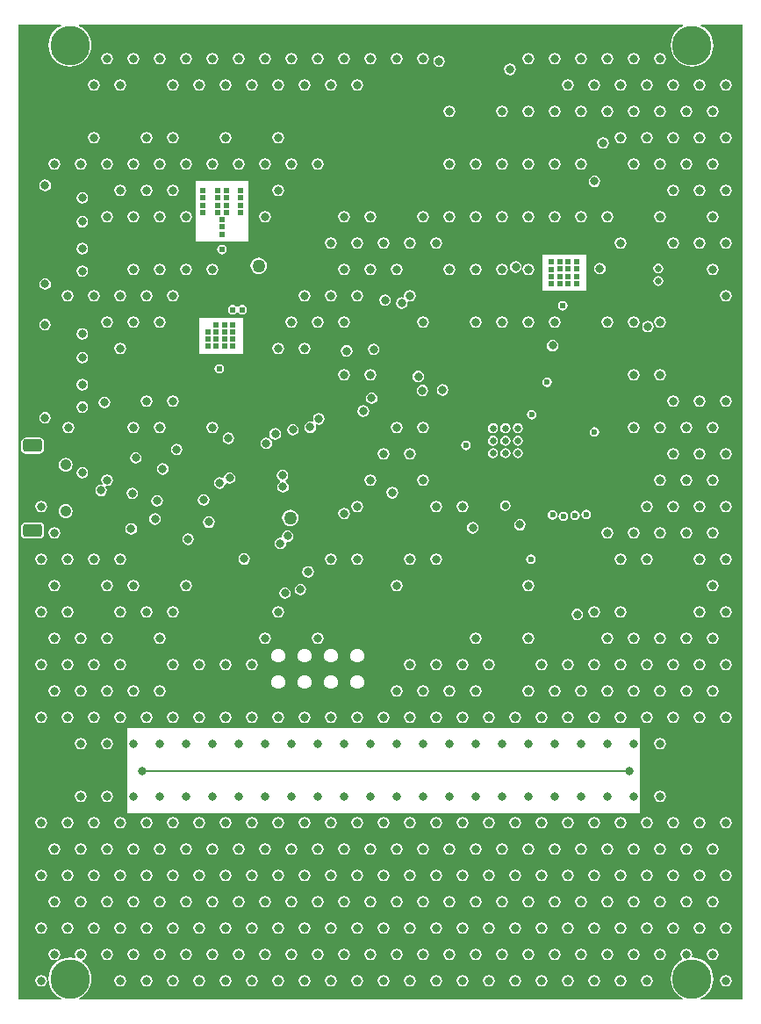
<source format=gbr>
%TF.GenerationSoftware,Altium Limited,Altium Designer,20.2.4 (192)*%
G04 Layer_Physical_Order=3*
G04 Layer_Color=16440176*
%FSLAX25Y25*%
%MOIN*%
%TF.SameCoordinates,DD73C85C-3220-4851-94E8-9B28512026BA*%
%TF.FilePolarity,Positive*%
%TF.FileFunction,Copper,L3,Inr,Signal*%
%TF.Part,Single*%
G01*
G75*
%TA.AperFunction,ComponentPad*%
G04:AMPARAMS|DCode=108|XSize=74.8mil|YSize=49.21mil|CornerRadius=12.3mil|HoleSize=0mil|Usage=FLASHONLY|Rotation=0.000|XOffset=0mil|YOffset=0mil|HoleType=Round|Shape=RoundedRectangle|*
%AMROUNDEDRECTD108*
21,1,0.07480,0.02461,0,0,0.0*
21,1,0.05020,0.04921,0,0,0.0*
1,1,0.02461,0.02510,-0.01230*
1,1,0.02461,-0.02510,-0.01230*
1,1,0.02461,-0.02510,0.01230*
1,1,0.02461,0.02510,0.01230*
%
%ADD108ROUNDEDRECTD108*%
%ADD109C,0.04134*%
%ADD110C,0.14961*%
%TA.AperFunction,ViaPad*%
%ADD113C,0.02400*%
%ADD114C,0.02598*%
%ADD115C,0.03150*%
%ADD116C,0.05000*%
%ADD117C,0.02362*%
%ADD118C,0.02756*%
%TA.AperFunction,Conductor*%
%ADD119C,0.00630*%
G36*
X275197Y11810D02*
X259353D01*
X259228Y12310D01*
X260411Y12942D01*
X261640Y13950D01*
X262649Y15179D01*
X263398Y16581D01*
X263860Y18103D01*
X264015Y19685D01*
X263860Y21267D01*
X263398Y22789D01*
X262649Y24191D01*
X261640Y25420D01*
X260411Y26428D01*
X259009Y27178D01*
X257488Y27639D01*
X256180Y27768D01*
X256080Y27867D01*
X255858Y28239D01*
X255852Y28292D01*
X255987Y28972D01*
X255819Y29817D01*
X255341Y30533D01*
X254624Y31012D01*
X253780Y31180D01*
X252935Y31012D01*
X252218Y30533D01*
X251740Y29817D01*
X251572Y28972D01*
X251740Y28127D01*
X252208Y27427D01*
X252265Y27319D01*
X252243Y26879D01*
X251400Y26428D01*
X250171Y25420D01*
X249162Y24191D01*
X248413Y22789D01*
X247951Y21267D01*
X247796Y19685D01*
X247951Y18103D01*
X248413Y16581D01*
X249162Y15179D01*
X250171Y13950D01*
X251400Y12942D01*
X252583Y12310D01*
X252458Y11810D01*
X23133D01*
X23008Y12310D01*
X24191Y12942D01*
X25420Y13950D01*
X26428Y15179D01*
X27178Y16581D01*
X27639Y18103D01*
X27795Y19685D01*
X27639Y21267D01*
X27178Y22789D01*
X26428Y24191D01*
X25420Y25420D01*
X24281Y26354D01*
X24306Y26688D01*
X24394Y26887D01*
X24624Y26932D01*
X25341Y27411D01*
X25819Y28127D01*
X25987Y28972D01*
X25819Y29817D01*
X25341Y30533D01*
X24624Y31012D01*
X23779Y31180D01*
X22935Y31012D01*
X22218Y30533D01*
X21740Y29817D01*
X21572Y28972D01*
X21740Y28127D01*
X21831Y27990D01*
X21515Y27564D01*
X21267Y27639D01*
X19685Y27795D01*
X18103Y27639D01*
X16581Y27178D01*
X15179Y26428D01*
X13950Y25420D01*
X12942Y24191D01*
X12192Y22789D01*
X11731Y21267D01*
X11575Y19685D01*
X11731Y18103D01*
X12192Y16581D01*
X12942Y15179D01*
X13950Y13950D01*
X15179Y12942D01*
X16362Y12310D01*
X16237Y11810D01*
X0D01*
Y381888D01*
X16232D01*
X16357Y381388D01*
X15179Y380759D01*
X13950Y379750D01*
X12942Y378521D01*
X12192Y377119D01*
X11731Y375598D01*
X11575Y374016D01*
X11731Y372434D01*
X12192Y370912D01*
X12942Y369510D01*
X13950Y368281D01*
X15179Y367273D01*
X16581Y366523D01*
X18103Y366062D01*
X19685Y365906D01*
X21267Y366062D01*
X22788Y366523D01*
X24191Y367273D01*
X25420Y368281D01*
X26428Y369510D01*
X27178Y370912D01*
X27639Y372434D01*
X27795Y374016D01*
X27639Y375598D01*
X27178Y377119D01*
X26428Y378521D01*
X25420Y379750D01*
X24191Y380759D01*
X23013Y381388D01*
X23138Y381888D01*
X252452D01*
X252577Y381388D01*
X251400Y380759D01*
X250171Y379750D01*
X249162Y378521D01*
X248413Y377119D01*
X247951Y375598D01*
X247796Y374016D01*
X247951Y372434D01*
X248413Y370912D01*
X249162Y369510D01*
X250171Y368281D01*
X251400Y367273D01*
X252802Y366523D01*
X254323Y366062D01*
X255906Y365906D01*
X257488Y366062D01*
X259009Y366523D01*
X260411Y367273D01*
X261640Y368281D01*
X262649Y369510D01*
X263398Y370912D01*
X263860Y372434D01*
X264015Y374016D01*
X263860Y375598D01*
X263398Y377119D01*
X262649Y378521D01*
X261640Y379750D01*
X260411Y380759D01*
X259234Y381388D01*
X259359Y381888D01*
X275197D01*
Y11810D01*
D02*
G37*
%LPC*%
G36*
X243779Y371180D02*
X242935Y371012D01*
X242218Y370533D01*
X241740Y369817D01*
X241572Y368972D01*
X241740Y368127D01*
X242218Y367411D01*
X242935Y366933D01*
X243779Y366764D01*
X244624Y366933D01*
X245341Y367411D01*
X245819Y368127D01*
X245987Y368972D01*
X245819Y369817D01*
X245341Y370533D01*
X244624Y371012D01*
X243779Y371180D01*
D02*
G37*
G36*
X233780D02*
X232935Y371012D01*
X232218Y370533D01*
X231740Y369817D01*
X231572Y368972D01*
X231740Y368127D01*
X232218Y367411D01*
X232935Y366933D01*
X233780Y366764D01*
X234624Y366933D01*
X235341Y367411D01*
X235819Y368127D01*
X235987Y368972D01*
X235819Y369817D01*
X235341Y370533D01*
X234624Y371012D01*
X233780Y371180D01*
D02*
G37*
G36*
X223780D02*
X222935Y371012D01*
X222218Y370533D01*
X221740Y369817D01*
X221572Y368972D01*
X221740Y368127D01*
X222218Y367411D01*
X222935Y366933D01*
X223780Y366764D01*
X224624Y366933D01*
X225341Y367411D01*
X225819Y368127D01*
X225987Y368972D01*
X225819Y369817D01*
X225341Y370533D01*
X224624Y371012D01*
X223780Y371180D01*
D02*
G37*
G36*
X213779D02*
X212935Y371012D01*
X212218Y370533D01*
X211740Y369817D01*
X211572Y368972D01*
X211740Y368127D01*
X212218Y367411D01*
X212935Y366933D01*
X213779Y366764D01*
X214624Y366933D01*
X215341Y367411D01*
X215819Y368127D01*
X215987Y368972D01*
X215819Y369817D01*
X215341Y370533D01*
X214624Y371012D01*
X213779Y371180D01*
D02*
G37*
G36*
X203780D02*
X202935Y371012D01*
X202218Y370533D01*
X201740Y369817D01*
X201572Y368972D01*
X201740Y368127D01*
X202218Y367411D01*
X202935Y366933D01*
X203780Y366764D01*
X204624Y366933D01*
X205341Y367411D01*
X205819Y368127D01*
X205987Y368972D01*
X205819Y369817D01*
X205341Y370533D01*
X204624Y371012D01*
X203780Y371180D01*
D02*
G37*
G36*
X193780D02*
X192935Y371012D01*
X192218Y370533D01*
X191740Y369817D01*
X191572Y368972D01*
X191740Y368127D01*
X192218Y367411D01*
X192935Y366933D01*
X193780Y366764D01*
X194624Y366933D01*
X195341Y367411D01*
X195819Y368127D01*
X195987Y368972D01*
X195819Y369817D01*
X195341Y370533D01*
X194624Y371012D01*
X193780Y371180D01*
D02*
G37*
G36*
X153779D02*
X152935Y371012D01*
X152218Y370533D01*
X151740Y369817D01*
X151572Y368972D01*
X151740Y368127D01*
X152218Y367411D01*
X152935Y366933D01*
X153779Y366764D01*
X154624Y366933D01*
X155341Y367411D01*
X155819Y368127D01*
X155987Y368972D01*
X155819Y369817D01*
X155341Y370533D01*
X154624Y371012D01*
X153779Y371180D01*
D02*
G37*
G36*
X143780D02*
X142935Y371012D01*
X142218Y370533D01*
X141740Y369817D01*
X141572Y368972D01*
X141740Y368127D01*
X142218Y367411D01*
X142935Y366933D01*
X143780Y366764D01*
X144624Y366933D01*
X145341Y367411D01*
X145819Y368127D01*
X145987Y368972D01*
X145819Y369817D01*
X145341Y370533D01*
X144624Y371012D01*
X143780Y371180D01*
D02*
G37*
G36*
X133780D02*
X132935Y371012D01*
X132218Y370533D01*
X131740Y369817D01*
X131572Y368972D01*
X131740Y368127D01*
X132218Y367411D01*
X132935Y366933D01*
X133780Y366764D01*
X134624Y366933D01*
X135341Y367411D01*
X135819Y368127D01*
X135987Y368972D01*
X135819Y369817D01*
X135341Y370533D01*
X134624Y371012D01*
X133780Y371180D01*
D02*
G37*
G36*
X123779D02*
X122935Y371012D01*
X122218Y370533D01*
X121740Y369817D01*
X121572Y368972D01*
X121740Y368127D01*
X122218Y367411D01*
X122935Y366933D01*
X123779Y366764D01*
X124624Y366933D01*
X125341Y367411D01*
X125819Y368127D01*
X125987Y368972D01*
X125819Y369817D01*
X125341Y370533D01*
X124624Y371012D01*
X123779Y371180D01*
D02*
G37*
G36*
X113779D02*
X112935Y371012D01*
X112218Y370533D01*
X111740Y369817D01*
X111572Y368972D01*
X111740Y368127D01*
X112218Y367411D01*
X112935Y366933D01*
X113779Y366764D01*
X114624Y366933D01*
X115341Y367411D01*
X115819Y368127D01*
X115987Y368972D01*
X115819Y369817D01*
X115341Y370533D01*
X114624Y371012D01*
X113779Y371180D01*
D02*
G37*
G36*
X103779D02*
X102935Y371012D01*
X102218Y370533D01*
X101740Y369817D01*
X101572Y368972D01*
X101740Y368127D01*
X102218Y367411D01*
X102935Y366933D01*
X103779Y366764D01*
X104624Y366933D01*
X105341Y367411D01*
X105819Y368127D01*
X105987Y368972D01*
X105819Y369817D01*
X105341Y370533D01*
X104624Y371012D01*
X103779Y371180D01*
D02*
G37*
G36*
X93779D02*
X92935Y371012D01*
X92218Y370533D01*
X91740Y369817D01*
X91572Y368972D01*
X91740Y368127D01*
X92218Y367411D01*
X92935Y366933D01*
X93779Y366764D01*
X94624Y366933D01*
X95341Y367411D01*
X95819Y368127D01*
X95987Y368972D01*
X95819Y369817D01*
X95341Y370533D01*
X94624Y371012D01*
X93779Y371180D01*
D02*
G37*
G36*
X83780D02*
X82935Y371012D01*
X82218Y370533D01*
X81740Y369817D01*
X81572Y368972D01*
X81740Y368127D01*
X82218Y367411D01*
X82935Y366933D01*
X83780Y366764D01*
X84624Y366933D01*
X85341Y367411D01*
X85819Y368127D01*
X85987Y368972D01*
X85819Y369817D01*
X85341Y370533D01*
X84624Y371012D01*
X83780Y371180D01*
D02*
G37*
G36*
X73779D02*
X72935Y371012D01*
X72218Y370533D01*
X71740Y369817D01*
X71572Y368972D01*
X71740Y368127D01*
X72218Y367411D01*
X72935Y366933D01*
X73779Y366764D01*
X74624Y366933D01*
X75341Y367411D01*
X75819Y368127D01*
X75987Y368972D01*
X75819Y369817D01*
X75341Y370533D01*
X74624Y371012D01*
X73779Y371180D01*
D02*
G37*
G36*
X63779D02*
X62935Y371012D01*
X62218Y370533D01*
X61740Y369817D01*
X61572Y368972D01*
X61740Y368127D01*
X62218Y367411D01*
X62935Y366933D01*
X63779Y366764D01*
X64624Y366933D01*
X65341Y367411D01*
X65819Y368127D01*
X65987Y368972D01*
X65819Y369817D01*
X65341Y370533D01*
X64624Y371012D01*
X63779Y371180D01*
D02*
G37*
G36*
X53780D02*
X52935Y371012D01*
X52218Y370533D01*
X51740Y369817D01*
X51572Y368972D01*
X51740Y368127D01*
X52218Y367411D01*
X52935Y366933D01*
X53780Y366764D01*
X54624Y366933D01*
X55341Y367411D01*
X55819Y368127D01*
X55987Y368972D01*
X55819Y369817D01*
X55341Y370533D01*
X54624Y371012D01*
X53780Y371180D01*
D02*
G37*
G36*
X43780D02*
X42935Y371012D01*
X42218Y370533D01*
X41740Y369817D01*
X41572Y368972D01*
X41740Y368127D01*
X42218Y367411D01*
X42935Y366933D01*
X43780Y366764D01*
X44624Y366933D01*
X45341Y367411D01*
X45819Y368127D01*
X45987Y368972D01*
X45819Y369817D01*
X45341Y370533D01*
X44624Y371012D01*
X43780Y371180D01*
D02*
G37*
G36*
X33779D02*
X32935Y371012D01*
X32218Y370533D01*
X31740Y369817D01*
X31572Y368972D01*
X31740Y368127D01*
X32218Y367411D01*
X32935Y366933D01*
X33779Y366764D01*
X34624Y366933D01*
X35341Y367411D01*
X35819Y368127D01*
X35987Y368972D01*
X35819Y369817D01*
X35341Y370533D01*
X34624Y371012D01*
X33779Y371180D01*
D02*
G37*
G36*
X159843Y370217D02*
X158998Y370049D01*
X158281Y369571D01*
X157803Y368854D01*
X157635Y368010D01*
X157803Y367165D01*
X158281Y366448D01*
X158998Y365970D01*
X159843Y365802D01*
X160687Y365970D01*
X161404Y366448D01*
X161882Y367165D01*
X162050Y368010D01*
X161882Y368854D01*
X161404Y369571D01*
X160687Y370049D01*
X159843Y370217D01*
D02*
G37*
G36*
X186811Y367125D02*
X185966Y366957D01*
X185250Y366478D01*
X184771Y365762D01*
X184603Y364917D01*
X184771Y364072D01*
X185250Y363356D01*
X185966Y362877D01*
X186811Y362709D01*
X187656Y362877D01*
X188372Y363356D01*
X188851Y364072D01*
X189019Y364917D01*
X188851Y365762D01*
X188372Y366478D01*
X187656Y366957D01*
X186811Y367125D01*
D02*
G37*
G36*
X268779Y361180D02*
X267935Y361012D01*
X267218Y360533D01*
X266740Y359817D01*
X266572Y358972D01*
X266740Y358127D01*
X267218Y357411D01*
X267935Y356932D01*
X268779Y356764D01*
X269624Y356932D01*
X270341Y357411D01*
X270819Y358127D01*
X270987Y358972D01*
X270819Y359817D01*
X270341Y360533D01*
X269624Y361012D01*
X268779Y361180D01*
D02*
G37*
G36*
X258780D02*
X257935Y361012D01*
X257218Y360533D01*
X256740Y359817D01*
X256572Y358972D01*
X256740Y358127D01*
X257218Y357411D01*
X257935Y356932D01*
X258780Y356764D01*
X259624Y356932D01*
X260341Y357411D01*
X260819Y358127D01*
X260987Y358972D01*
X260819Y359817D01*
X260341Y360533D01*
X259624Y361012D01*
X258780Y361180D01*
D02*
G37*
G36*
X248780D02*
X247935Y361012D01*
X247218Y360533D01*
X246740Y359817D01*
X246572Y358972D01*
X246740Y358127D01*
X247218Y357411D01*
X247935Y356932D01*
X248780Y356764D01*
X249624Y356932D01*
X250341Y357411D01*
X250819Y358127D01*
X250987Y358972D01*
X250819Y359817D01*
X250341Y360533D01*
X249624Y361012D01*
X248780Y361180D01*
D02*
G37*
G36*
X238779D02*
X237935Y361012D01*
X237218Y360533D01*
X236740Y359817D01*
X236572Y358972D01*
X236740Y358127D01*
X237218Y357411D01*
X237935Y356932D01*
X238779Y356764D01*
X239624Y356932D01*
X240341Y357411D01*
X240819Y358127D01*
X240987Y358972D01*
X240819Y359817D01*
X240341Y360533D01*
X239624Y361012D01*
X238779Y361180D01*
D02*
G37*
G36*
X228780D02*
X227935Y361012D01*
X227218Y360533D01*
X226740Y359817D01*
X226572Y358972D01*
X226740Y358127D01*
X227218Y357411D01*
X227935Y356932D01*
X228780Y356764D01*
X229624Y356932D01*
X230341Y357411D01*
X230819Y358127D01*
X230987Y358972D01*
X230819Y359817D01*
X230341Y360533D01*
X229624Y361012D01*
X228780Y361180D01*
D02*
G37*
G36*
X218779D02*
X217935Y361012D01*
X217218Y360533D01*
X216740Y359817D01*
X216572Y358972D01*
X216740Y358127D01*
X217218Y357411D01*
X217935Y356932D01*
X218779Y356764D01*
X219624Y356932D01*
X220341Y357411D01*
X220819Y358127D01*
X220987Y358972D01*
X220819Y359817D01*
X220341Y360533D01*
X219624Y361012D01*
X218779Y361180D01*
D02*
G37*
G36*
X208780D02*
X207935Y361012D01*
X207218Y360533D01*
X206740Y359817D01*
X206572Y358972D01*
X206740Y358127D01*
X207218Y357411D01*
X207935Y356932D01*
X208780Y356764D01*
X209624Y356932D01*
X210341Y357411D01*
X210819Y358127D01*
X210987Y358972D01*
X210819Y359817D01*
X210341Y360533D01*
X209624Y361012D01*
X208780Y361180D01*
D02*
G37*
G36*
X128779D02*
X127935Y361012D01*
X127218Y360533D01*
X126740Y359817D01*
X126572Y358972D01*
X126740Y358127D01*
X127218Y357411D01*
X127935Y356932D01*
X128779Y356764D01*
X129624Y356932D01*
X130341Y357411D01*
X130819Y358127D01*
X130987Y358972D01*
X130819Y359817D01*
X130341Y360533D01*
X129624Y361012D01*
X128779Y361180D01*
D02*
G37*
G36*
X118780D02*
X117935Y361012D01*
X117218Y360533D01*
X116740Y359817D01*
X116572Y358972D01*
X116740Y358127D01*
X117218Y357411D01*
X117935Y356932D01*
X118780Y356764D01*
X119624Y356932D01*
X120341Y357411D01*
X120819Y358127D01*
X120987Y358972D01*
X120819Y359817D01*
X120341Y360533D01*
X119624Y361012D01*
X118780Y361180D01*
D02*
G37*
G36*
X108780D02*
X107935Y361012D01*
X107218Y360533D01*
X106740Y359817D01*
X106572Y358972D01*
X106740Y358127D01*
X107218Y357411D01*
X107935Y356932D01*
X108780Y356764D01*
X109624Y356932D01*
X110341Y357411D01*
X110819Y358127D01*
X110987Y358972D01*
X110819Y359817D01*
X110341Y360533D01*
X109624Y361012D01*
X108780Y361180D01*
D02*
G37*
G36*
X98779D02*
X97935Y361012D01*
X97218Y360533D01*
X96740Y359817D01*
X96572Y358972D01*
X96740Y358127D01*
X97218Y357411D01*
X97935Y356932D01*
X98779Y356764D01*
X99624Y356932D01*
X100341Y357411D01*
X100819Y358127D01*
X100987Y358972D01*
X100819Y359817D01*
X100341Y360533D01*
X99624Y361012D01*
X98779Y361180D01*
D02*
G37*
G36*
X88779D02*
X87935Y361012D01*
X87218Y360533D01*
X86740Y359817D01*
X86572Y358972D01*
X86740Y358127D01*
X87218Y357411D01*
X87935Y356932D01*
X88779Y356764D01*
X89624Y356932D01*
X90341Y357411D01*
X90819Y358127D01*
X90987Y358972D01*
X90819Y359817D01*
X90341Y360533D01*
X89624Y361012D01*
X88779Y361180D01*
D02*
G37*
G36*
X78780D02*
X77935Y361012D01*
X77218Y360533D01*
X76740Y359817D01*
X76572Y358972D01*
X76740Y358127D01*
X77218Y357411D01*
X77935Y356932D01*
X78780Y356764D01*
X79624Y356932D01*
X80341Y357411D01*
X80819Y358127D01*
X80987Y358972D01*
X80819Y359817D01*
X80341Y360533D01*
X79624Y361012D01*
X78780Y361180D01*
D02*
G37*
G36*
X68779D02*
X67935Y361012D01*
X67218Y360533D01*
X66740Y359817D01*
X66572Y358972D01*
X66740Y358127D01*
X67218Y357411D01*
X67935Y356932D01*
X68779Y356764D01*
X69624Y356932D01*
X70341Y357411D01*
X70819Y358127D01*
X70987Y358972D01*
X70819Y359817D01*
X70341Y360533D01*
X69624Y361012D01*
X68779Y361180D01*
D02*
G37*
G36*
X58780D02*
X57935Y361012D01*
X57218Y360533D01*
X56740Y359817D01*
X56572Y358972D01*
X56740Y358127D01*
X57218Y357411D01*
X57935Y356932D01*
X58780Y356764D01*
X59624Y356932D01*
X60341Y357411D01*
X60819Y358127D01*
X60987Y358972D01*
X60819Y359817D01*
X60341Y360533D01*
X59624Y361012D01*
X58780Y361180D01*
D02*
G37*
G36*
X38780D02*
X37935Y361012D01*
X37218Y360533D01*
X36740Y359817D01*
X36572Y358972D01*
X36740Y358127D01*
X37218Y357411D01*
X37935Y356932D01*
X38780Y356764D01*
X39624Y356932D01*
X40341Y357411D01*
X40819Y358127D01*
X40987Y358972D01*
X40819Y359817D01*
X40341Y360533D01*
X39624Y361012D01*
X38780Y361180D01*
D02*
G37*
G36*
X28780D02*
X27935Y361012D01*
X27218Y360533D01*
X26740Y359817D01*
X26572Y358972D01*
X26740Y358127D01*
X27218Y357411D01*
X27935Y356932D01*
X28780Y356764D01*
X29624Y356932D01*
X30341Y357411D01*
X30819Y358127D01*
X30987Y358972D01*
X30819Y359817D01*
X30341Y360533D01*
X29624Y361012D01*
X28780Y361180D01*
D02*
G37*
G36*
X263779Y351180D02*
X262935Y351012D01*
X262218Y350533D01*
X261740Y349817D01*
X261572Y348972D01*
X261740Y348127D01*
X262218Y347411D01*
X262935Y346933D01*
X263779Y346764D01*
X264624Y346933D01*
X265341Y347411D01*
X265819Y348127D01*
X265987Y348972D01*
X265819Y349817D01*
X265341Y350533D01*
X264624Y351012D01*
X263779Y351180D01*
D02*
G37*
G36*
X253780D02*
X252935Y351012D01*
X252218Y350533D01*
X251740Y349817D01*
X251572Y348972D01*
X251740Y348127D01*
X252218Y347411D01*
X252935Y346933D01*
X253780Y346764D01*
X254624Y346933D01*
X255341Y347411D01*
X255819Y348127D01*
X255987Y348972D01*
X255819Y349817D01*
X255341Y350533D01*
X254624Y351012D01*
X253780Y351180D01*
D02*
G37*
G36*
X243779D02*
X242935Y351012D01*
X242218Y350533D01*
X241740Y349817D01*
X241572Y348972D01*
X241740Y348127D01*
X242218Y347411D01*
X242935Y346933D01*
X243779Y346764D01*
X244624Y346933D01*
X245341Y347411D01*
X245819Y348127D01*
X245987Y348972D01*
X245819Y349817D01*
X245341Y350533D01*
X244624Y351012D01*
X243779Y351180D01*
D02*
G37*
G36*
X233780D02*
X232935Y351012D01*
X232218Y350533D01*
X231740Y349817D01*
X231572Y348972D01*
X231740Y348127D01*
X232218Y347411D01*
X232935Y346933D01*
X233780Y346764D01*
X234624Y346933D01*
X235341Y347411D01*
X235819Y348127D01*
X235987Y348972D01*
X235819Y349817D01*
X235341Y350533D01*
X234624Y351012D01*
X233780Y351180D01*
D02*
G37*
G36*
X223780D02*
X222935Y351012D01*
X222218Y350533D01*
X221740Y349817D01*
X221572Y348972D01*
X221740Y348127D01*
X222218Y347411D01*
X222935Y346933D01*
X223780Y346764D01*
X224624Y346933D01*
X225341Y347411D01*
X225819Y348127D01*
X225987Y348972D01*
X225819Y349817D01*
X225341Y350533D01*
X224624Y351012D01*
X223780Y351180D01*
D02*
G37*
G36*
X213779D02*
X212935Y351012D01*
X212218Y350533D01*
X211740Y349817D01*
X211572Y348972D01*
X211740Y348127D01*
X212218Y347411D01*
X212935Y346933D01*
X213779Y346764D01*
X214624Y346933D01*
X215341Y347411D01*
X215819Y348127D01*
X215987Y348972D01*
X215819Y349817D01*
X215341Y350533D01*
X214624Y351012D01*
X213779Y351180D01*
D02*
G37*
G36*
X203780D02*
X202935Y351012D01*
X202218Y350533D01*
X201740Y349817D01*
X201572Y348972D01*
X201740Y348127D01*
X202218Y347411D01*
X202935Y346933D01*
X203780Y346764D01*
X204624Y346933D01*
X205341Y347411D01*
X205819Y348127D01*
X205987Y348972D01*
X205819Y349817D01*
X205341Y350533D01*
X204624Y351012D01*
X203780Y351180D01*
D02*
G37*
G36*
X193780D02*
X192935Y351012D01*
X192218Y350533D01*
X191740Y349817D01*
X191572Y348972D01*
X191740Y348127D01*
X192218Y347411D01*
X192935Y346933D01*
X193780Y346764D01*
X194624Y346933D01*
X195341Y347411D01*
X195819Y348127D01*
X195987Y348972D01*
X195819Y349817D01*
X195341Y350533D01*
X194624Y351012D01*
X193780Y351180D01*
D02*
G37*
G36*
X183780D02*
X182935Y351012D01*
X182218Y350533D01*
X181740Y349817D01*
X181572Y348972D01*
X181740Y348127D01*
X182218Y347411D01*
X182935Y346933D01*
X183780Y346764D01*
X184624Y346933D01*
X185341Y347411D01*
X185819Y348127D01*
X185987Y348972D01*
X185819Y349817D01*
X185341Y350533D01*
X184624Y351012D01*
X183780Y351180D01*
D02*
G37*
G36*
X163779D02*
X162935Y351012D01*
X162218Y350533D01*
X161740Y349817D01*
X161572Y348972D01*
X161740Y348127D01*
X162218Y347411D01*
X162935Y346933D01*
X163779Y346764D01*
X164624Y346933D01*
X165341Y347411D01*
X165819Y348127D01*
X165987Y348972D01*
X165819Y349817D01*
X165341Y350533D01*
X164624Y351012D01*
X163779Y351180D01*
D02*
G37*
G36*
X268779Y341180D02*
X267935Y341012D01*
X267218Y340533D01*
X266740Y339817D01*
X266572Y338972D01*
X266740Y338127D01*
X267218Y337411D01*
X267935Y336932D01*
X268779Y336764D01*
X269624Y336932D01*
X270341Y337411D01*
X270819Y338127D01*
X270987Y338972D01*
X270819Y339817D01*
X270341Y340533D01*
X269624Y341012D01*
X268779Y341180D01*
D02*
G37*
G36*
X258780D02*
X257935Y341012D01*
X257218Y340533D01*
X256740Y339817D01*
X256572Y338972D01*
X256740Y338127D01*
X257218Y337411D01*
X257935Y336932D01*
X258780Y336764D01*
X259624Y336932D01*
X260341Y337411D01*
X260819Y338127D01*
X260987Y338972D01*
X260819Y339817D01*
X260341Y340533D01*
X259624Y341012D01*
X258780Y341180D01*
D02*
G37*
G36*
X248780D02*
X247935Y341012D01*
X247218Y340533D01*
X246740Y339817D01*
X246572Y338972D01*
X246740Y338127D01*
X247218Y337411D01*
X247935Y336932D01*
X248780Y336764D01*
X249624Y336932D01*
X250341Y337411D01*
X250819Y338127D01*
X250987Y338972D01*
X250819Y339817D01*
X250341Y340533D01*
X249624Y341012D01*
X248780Y341180D01*
D02*
G37*
G36*
X238779D02*
X237935Y341012D01*
X237218Y340533D01*
X236740Y339817D01*
X236572Y338972D01*
X236740Y338127D01*
X237218Y337411D01*
X237935Y336932D01*
X238779Y336764D01*
X239624Y336932D01*
X240341Y337411D01*
X240819Y338127D01*
X240987Y338972D01*
X240819Y339817D01*
X240341Y340533D01*
X239624Y341012D01*
X238779Y341180D01*
D02*
G37*
G36*
X228780D02*
X227935Y341012D01*
X227218Y340533D01*
X226740Y339817D01*
X226572Y338972D01*
X226740Y338127D01*
X227218Y337411D01*
X227935Y336932D01*
X228780Y336764D01*
X229624Y336932D01*
X230341Y337411D01*
X230819Y338127D01*
X230987Y338972D01*
X230819Y339817D01*
X230341Y340533D01*
X229624Y341012D01*
X228780Y341180D01*
D02*
G37*
G36*
X98779D02*
X97935Y341012D01*
X97218Y340533D01*
X96740Y339817D01*
X96572Y338972D01*
X96740Y338127D01*
X97218Y337411D01*
X97935Y336932D01*
X98779Y336764D01*
X99624Y336932D01*
X100341Y337411D01*
X100819Y338127D01*
X100987Y338972D01*
X100819Y339817D01*
X100341Y340533D01*
X99624Y341012D01*
X98779Y341180D01*
D02*
G37*
G36*
X78780D02*
X77935Y341012D01*
X77218Y340533D01*
X76740Y339817D01*
X76572Y338972D01*
X76740Y338127D01*
X77218Y337411D01*
X77935Y336932D01*
X78780Y336764D01*
X79624Y336932D01*
X80341Y337411D01*
X80819Y338127D01*
X80987Y338972D01*
X80819Y339817D01*
X80341Y340533D01*
X79624Y341012D01*
X78780Y341180D01*
D02*
G37*
G36*
X58780D02*
X57935Y341012D01*
X57218Y340533D01*
X56740Y339817D01*
X56572Y338972D01*
X56740Y338127D01*
X57218Y337411D01*
X57935Y336932D01*
X58780Y336764D01*
X59624Y336932D01*
X60341Y337411D01*
X60819Y338127D01*
X60987Y338972D01*
X60819Y339817D01*
X60341Y340533D01*
X59624Y341012D01*
X58780Y341180D01*
D02*
G37*
G36*
X48779D02*
X47935Y341012D01*
X47218Y340533D01*
X46740Y339817D01*
X46572Y338972D01*
X46740Y338127D01*
X47218Y337411D01*
X47935Y336932D01*
X48779Y336764D01*
X49624Y336932D01*
X50341Y337411D01*
X50819Y338127D01*
X50987Y338972D01*
X50819Y339817D01*
X50341Y340533D01*
X49624Y341012D01*
X48779Y341180D01*
D02*
G37*
G36*
X28780D02*
X27935Y341012D01*
X27218Y340533D01*
X26740Y339817D01*
X26572Y338972D01*
X26740Y338127D01*
X27218Y337411D01*
X27935Y336932D01*
X28780Y336764D01*
X29624Y336932D01*
X30341Y337411D01*
X30819Y338127D01*
X30987Y338972D01*
X30819Y339817D01*
X30341Y340533D01*
X29624Y341012D01*
X28780Y341180D01*
D02*
G37*
G36*
X222133Y339141D02*
X221288Y338973D01*
X220572Y338494D01*
X220093Y337778D01*
X219925Y336933D01*
X220093Y336088D01*
X220572Y335372D01*
X221288Y334893D01*
X222133Y334725D01*
X222978Y334893D01*
X223694Y335372D01*
X224173Y336088D01*
X224341Y336933D01*
X224173Y337778D01*
X223694Y338494D01*
X222978Y338973D01*
X222133Y339141D01*
D02*
G37*
G36*
X263779Y331180D02*
X262935Y331012D01*
X262218Y330533D01*
X261740Y329817D01*
X261572Y328972D01*
X261740Y328127D01*
X262218Y327411D01*
X262935Y326933D01*
X263779Y326764D01*
X264624Y326933D01*
X265341Y327411D01*
X265819Y328127D01*
X265987Y328972D01*
X265819Y329817D01*
X265341Y330533D01*
X264624Y331012D01*
X263779Y331180D01*
D02*
G37*
G36*
X253780D02*
X252935Y331012D01*
X252218Y330533D01*
X251740Y329817D01*
X251572Y328972D01*
X251740Y328127D01*
X252218Y327411D01*
X252935Y326933D01*
X253780Y326764D01*
X254624Y326933D01*
X255341Y327411D01*
X255819Y328127D01*
X255987Y328972D01*
X255819Y329817D01*
X255341Y330533D01*
X254624Y331012D01*
X253780Y331180D01*
D02*
G37*
G36*
X243779D02*
X242935Y331012D01*
X242218Y330533D01*
X241740Y329817D01*
X241572Y328972D01*
X241740Y328127D01*
X242218Y327411D01*
X242935Y326933D01*
X243779Y326764D01*
X244624Y326933D01*
X245341Y327411D01*
X245819Y328127D01*
X245987Y328972D01*
X245819Y329817D01*
X245341Y330533D01*
X244624Y331012D01*
X243779Y331180D01*
D02*
G37*
G36*
X233780D02*
X232935Y331012D01*
X232218Y330533D01*
X231740Y329817D01*
X231572Y328972D01*
X231740Y328127D01*
X232218Y327411D01*
X232935Y326933D01*
X233780Y326764D01*
X234624Y326933D01*
X235341Y327411D01*
X235819Y328127D01*
X235987Y328972D01*
X235819Y329817D01*
X235341Y330533D01*
X234624Y331012D01*
X233780Y331180D01*
D02*
G37*
G36*
X213779D02*
X212935Y331012D01*
X212218Y330533D01*
X211740Y329817D01*
X211572Y328972D01*
X211740Y328127D01*
X212218Y327411D01*
X212935Y326933D01*
X213779Y326764D01*
X214624Y326933D01*
X215341Y327411D01*
X215819Y328127D01*
X215987Y328972D01*
X215819Y329817D01*
X215341Y330533D01*
X214624Y331012D01*
X213779Y331180D01*
D02*
G37*
G36*
X203780D02*
X202935Y331012D01*
X202218Y330533D01*
X201740Y329817D01*
X201572Y328972D01*
X201740Y328127D01*
X202218Y327411D01*
X202935Y326933D01*
X203780Y326764D01*
X204624Y326933D01*
X205341Y327411D01*
X205819Y328127D01*
X205987Y328972D01*
X205819Y329817D01*
X205341Y330533D01*
X204624Y331012D01*
X203780Y331180D01*
D02*
G37*
G36*
X193780D02*
X192935Y331012D01*
X192218Y330533D01*
X191740Y329817D01*
X191572Y328972D01*
X191740Y328127D01*
X192218Y327411D01*
X192935Y326933D01*
X193780Y326764D01*
X194624Y326933D01*
X195341Y327411D01*
X195819Y328127D01*
X195987Y328972D01*
X195819Y329817D01*
X195341Y330533D01*
X194624Y331012D01*
X193780Y331180D01*
D02*
G37*
G36*
X183780D02*
X182935Y331012D01*
X182218Y330533D01*
X181740Y329817D01*
X181572Y328972D01*
X181740Y328127D01*
X182218Y327411D01*
X182935Y326933D01*
X183780Y326764D01*
X184624Y326933D01*
X185341Y327411D01*
X185819Y328127D01*
X185987Y328972D01*
X185819Y329817D01*
X185341Y330533D01*
X184624Y331012D01*
X183780Y331180D01*
D02*
G37*
G36*
X173779D02*
X172935Y331012D01*
X172218Y330533D01*
X171740Y329817D01*
X171572Y328972D01*
X171740Y328127D01*
X172218Y327411D01*
X172935Y326933D01*
X173779Y326764D01*
X174624Y326933D01*
X175341Y327411D01*
X175819Y328127D01*
X175987Y328972D01*
X175819Y329817D01*
X175341Y330533D01*
X174624Y331012D01*
X173779Y331180D01*
D02*
G37*
G36*
X163779D02*
X162935Y331012D01*
X162218Y330533D01*
X161740Y329817D01*
X161572Y328972D01*
X161740Y328127D01*
X162218Y327411D01*
X162935Y326933D01*
X163779Y326764D01*
X164624Y326933D01*
X165341Y327411D01*
X165819Y328127D01*
X165987Y328972D01*
X165819Y329817D01*
X165341Y330533D01*
X164624Y331012D01*
X163779Y331180D01*
D02*
G37*
G36*
X113779D02*
X112935Y331012D01*
X112218Y330533D01*
X111740Y329817D01*
X111572Y328972D01*
X111740Y328127D01*
X112218Y327411D01*
X112935Y326933D01*
X113779Y326764D01*
X114624Y326933D01*
X115341Y327411D01*
X115819Y328127D01*
X115987Y328972D01*
X115819Y329817D01*
X115341Y330533D01*
X114624Y331012D01*
X113779Y331180D01*
D02*
G37*
G36*
X103779D02*
X102935Y331012D01*
X102218Y330533D01*
X101740Y329817D01*
X101572Y328972D01*
X101740Y328127D01*
X102218Y327411D01*
X102935Y326933D01*
X103779Y326764D01*
X104624Y326933D01*
X105341Y327411D01*
X105819Y328127D01*
X105987Y328972D01*
X105819Y329817D01*
X105341Y330533D01*
X104624Y331012D01*
X103779Y331180D01*
D02*
G37*
G36*
X93779D02*
X92935Y331012D01*
X92218Y330533D01*
X91740Y329817D01*
X91572Y328972D01*
X91740Y328127D01*
X92218Y327411D01*
X92935Y326933D01*
X93779Y326764D01*
X94624Y326933D01*
X95341Y327411D01*
X95819Y328127D01*
X95987Y328972D01*
X95819Y329817D01*
X95341Y330533D01*
X94624Y331012D01*
X93779Y331180D01*
D02*
G37*
G36*
X83780D02*
X82935Y331012D01*
X82218Y330533D01*
X81740Y329817D01*
X81572Y328972D01*
X81740Y328127D01*
X82218Y327411D01*
X82935Y326933D01*
X83780Y326764D01*
X84624Y326933D01*
X85341Y327411D01*
X85819Y328127D01*
X85987Y328972D01*
X85819Y329817D01*
X85341Y330533D01*
X84624Y331012D01*
X83780Y331180D01*
D02*
G37*
G36*
X73779D02*
X72935Y331012D01*
X72218Y330533D01*
X71740Y329817D01*
X71572Y328972D01*
X71740Y328127D01*
X72218Y327411D01*
X72935Y326933D01*
X73779Y326764D01*
X74624Y326933D01*
X75341Y327411D01*
X75819Y328127D01*
X75987Y328972D01*
X75819Y329817D01*
X75341Y330533D01*
X74624Y331012D01*
X73779Y331180D01*
D02*
G37*
G36*
X63779D02*
X62935Y331012D01*
X62218Y330533D01*
X61740Y329817D01*
X61572Y328972D01*
X61740Y328127D01*
X62218Y327411D01*
X62935Y326933D01*
X63779Y326764D01*
X64624Y326933D01*
X65341Y327411D01*
X65819Y328127D01*
X65987Y328972D01*
X65819Y329817D01*
X65341Y330533D01*
X64624Y331012D01*
X63779Y331180D01*
D02*
G37*
G36*
X53780D02*
X52935Y331012D01*
X52218Y330533D01*
X51740Y329817D01*
X51572Y328972D01*
X51740Y328127D01*
X52218Y327411D01*
X52935Y326933D01*
X53780Y326764D01*
X54624Y326933D01*
X55341Y327411D01*
X55819Y328127D01*
X55987Y328972D01*
X55819Y329817D01*
X55341Y330533D01*
X54624Y331012D01*
X53780Y331180D01*
D02*
G37*
G36*
X43780D02*
X42935Y331012D01*
X42218Y330533D01*
X41740Y329817D01*
X41572Y328972D01*
X41740Y328127D01*
X42218Y327411D01*
X42935Y326933D01*
X43780Y326764D01*
X44624Y326933D01*
X45341Y327411D01*
X45819Y328127D01*
X45987Y328972D01*
X45819Y329817D01*
X45341Y330533D01*
X44624Y331012D01*
X43780Y331180D01*
D02*
G37*
G36*
X33779D02*
X32935Y331012D01*
X32218Y330533D01*
X31740Y329817D01*
X31572Y328972D01*
X31740Y328127D01*
X32218Y327411D01*
X32935Y326933D01*
X33779Y326764D01*
X34624Y326933D01*
X35341Y327411D01*
X35819Y328127D01*
X35987Y328972D01*
X35819Y329817D01*
X35341Y330533D01*
X34624Y331012D01*
X33779Y331180D01*
D02*
G37*
G36*
X23779D02*
X22935Y331012D01*
X22218Y330533D01*
X21740Y329817D01*
X21572Y328972D01*
X21740Y328127D01*
X22218Y327411D01*
X22935Y326933D01*
X23779Y326764D01*
X24624Y326933D01*
X25341Y327411D01*
X25819Y328127D01*
X25987Y328972D01*
X25819Y329817D01*
X25341Y330533D01*
X24624Y331012D01*
X23779Y331180D01*
D02*
G37*
G36*
X13780D02*
X12935Y331012D01*
X12218Y330533D01*
X11740Y329817D01*
X11572Y328972D01*
X11740Y328127D01*
X12218Y327411D01*
X12935Y326933D01*
X13780Y326764D01*
X14624Y326933D01*
X15341Y327411D01*
X15819Y328127D01*
X15987Y328972D01*
X15819Y329817D01*
X15341Y330533D01*
X14624Y331012D01*
X13780Y331180D01*
D02*
G37*
G36*
X218898Y324605D02*
X218053Y324437D01*
X217337Y323959D01*
X216858Y323242D01*
X216690Y322397D01*
X216858Y321552D01*
X217337Y320836D01*
X218053Y320358D01*
X218898Y320190D01*
X219742Y320358D01*
X220459Y320836D01*
X220937Y321552D01*
X221105Y322397D01*
X220937Y323242D01*
X220459Y323959D01*
X219742Y324437D01*
X218898Y324605D01*
D02*
G37*
G36*
X10258Y323074D02*
X9413Y322906D01*
X8697Y322427D01*
X8218Y321711D01*
X8050Y320866D01*
X8218Y320021D01*
X8697Y319305D01*
X9413Y318826D01*
X10258Y318658D01*
X11103Y318826D01*
X11819Y319305D01*
X12298Y320021D01*
X12466Y320866D01*
X12298Y321711D01*
X11819Y322427D01*
X11103Y322906D01*
X10258Y323074D01*
D02*
G37*
G36*
X268779Y321180D02*
X267935Y321012D01*
X267218Y320533D01*
X266740Y319817D01*
X266572Y318972D01*
X266740Y318127D01*
X267218Y317411D01*
X267935Y316933D01*
X268779Y316764D01*
X269624Y316933D01*
X270341Y317411D01*
X270819Y318127D01*
X270987Y318972D01*
X270819Y319817D01*
X270341Y320533D01*
X269624Y321012D01*
X268779Y321180D01*
D02*
G37*
G36*
X258780D02*
X257935Y321012D01*
X257218Y320533D01*
X256740Y319817D01*
X256572Y318972D01*
X256740Y318127D01*
X257218Y317411D01*
X257935Y316933D01*
X258780Y316764D01*
X259624Y316933D01*
X260341Y317411D01*
X260819Y318127D01*
X260987Y318972D01*
X260819Y319817D01*
X260341Y320533D01*
X259624Y321012D01*
X258780Y321180D01*
D02*
G37*
G36*
X248780D02*
X247935Y321012D01*
X247218Y320533D01*
X246740Y319817D01*
X246572Y318972D01*
X246740Y318127D01*
X247218Y317411D01*
X247935Y316933D01*
X248780Y316764D01*
X249624Y316933D01*
X250341Y317411D01*
X250819Y318127D01*
X250987Y318972D01*
X250819Y319817D01*
X250341Y320533D01*
X249624Y321012D01*
X248780Y321180D01*
D02*
G37*
G36*
X98779D02*
X97935Y321012D01*
X97218Y320533D01*
X96740Y319817D01*
X96572Y318972D01*
X96740Y318127D01*
X97218Y317411D01*
X97935Y316933D01*
X98779Y316764D01*
X99624Y316933D01*
X100341Y317411D01*
X100819Y318127D01*
X100987Y318972D01*
X100819Y319817D01*
X100341Y320533D01*
X99624Y321012D01*
X98779Y321180D01*
D02*
G37*
G36*
X58780D02*
X57935Y321012D01*
X57218Y320533D01*
X56740Y319817D01*
X56572Y318972D01*
X56740Y318127D01*
X57218Y317411D01*
X57935Y316933D01*
X58780Y316764D01*
X59624Y316933D01*
X60341Y317411D01*
X60819Y318127D01*
X60987Y318972D01*
X60819Y319817D01*
X60341Y320533D01*
X59624Y321012D01*
X58780Y321180D01*
D02*
G37*
G36*
X48779D02*
X47935Y321012D01*
X47218Y320533D01*
X46740Y319817D01*
X46572Y318972D01*
X46740Y318127D01*
X47218Y317411D01*
X47935Y316933D01*
X48779Y316764D01*
X49624Y316933D01*
X50341Y317411D01*
X50819Y318127D01*
X50987Y318972D01*
X50819Y319817D01*
X50341Y320533D01*
X49624Y321012D01*
X48779Y321180D01*
D02*
G37*
G36*
X38780D02*
X37935Y321012D01*
X37218Y320533D01*
X36740Y319817D01*
X36572Y318972D01*
X36740Y318127D01*
X37218Y317411D01*
X37935Y316933D01*
X38780Y316764D01*
X39624Y316933D01*
X40341Y317411D01*
X40819Y318127D01*
X40987Y318972D01*
X40819Y319817D01*
X40341Y320533D01*
X39624Y321012D01*
X38780Y321180D01*
D02*
G37*
G36*
X24409Y318350D02*
X23565Y318181D01*
X22848Y317703D01*
X22370Y316987D01*
X22202Y316142D01*
X22370Y315297D01*
X22848Y314581D01*
X23565Y314102D01*
X24409Y313934D01*
X25254Y314102D01*
X25971Y314581D01*
X26449Y315297D01*
X26617Y316142D01*
X26449Y316987D01*
X25971Y317703D01*
X25254Y318181D01*
X24409Y318350D01*
D02*
G37*
G36*
X263779Y311180D02*
X262935Y311012D01*
X262218Y310533D01*
X261740Y309817D01*
X261572Y308972D01*
X261740Y308127D01*
X262218Y307411D01*
X262935Y306932D01*
X263779Y306764D01*
X264624Y306932D01*
X265341Y307411D01*
X265819Y308127D01*
X265987Y308972D01*
X265819Y309817D01*
X265341Y310533D01*
X264624Y311012D01*
X263779Y311180D01*
D02*
G37*
G36*
X243779D02*
X242935Y311012D01*
X242218Y310533D01*
X241740Y309817D01*
X241572Y308972D01*
X241740Y308127D01*
X242218Y307411D01*
X242935Y306932D01*
X243779Y306764D01*
X244624Y306932D01*
X245341Y307411D01*
X245819Y308127D01*
X245987Y308972D01*
X245819Y309817D01*
X245341Y310533D01*
X244624Y311012D01*
X243779Y311180D01*
D02*
G37*
G36*
X223780D02*
X222935Y311012D01*
X222218Y310533D01*
X221740Y309817D01*
X221572Y308972D01*
X221740Y308127D01*
X222218Y307411D01*
X222935Y306932D01*
X223780Y306764D01*
X224624Y306932D01*
X225341Y307411D01*
X225819Y308127D01*
X225987Y308972D01*
X225819Y309817D01*
X225341Y310533D01*
X224624Y311012D01*
X223780Y311180D01*
D02*
G37*
G36*
X213779D02*
X212935Y311012D01*
X212218Y310533D01*
X211740Y309817D01*
X211572Y308972D01*
X211740Y308127D01*
X212218Y307411D01*
X212935Y306932D01*
X213779Y306764D01*
X214624Y306932D01*
X215341Y307411D01*
X215819Y308127D01*
X215987Y308972D01*
X215819Y309817D01*
X215341Y310533D01*
X214624Y311012D01*
X213779Y311180D01*
D02*
G37*
G36*
X203780D02*
X202935Y311012D01*
X202218Y310533D01*
X201740Y309817D01*
X201572Y308972D01*
X201740Y308127D01*
X202218Y307411D01*
X202935Y306932D01*
X203780Y306764D01*
X204624Y306932D01*
X205341Y307411D01*
X205819Y308127D01*
X205987Y308972D01*
X205819Y309817D01*
X205341Y310533D01*
X204624Y311012D01*
X203780Y311180D01*
D02*
G37*
G36*
X193780D02*
X192935Y311012D01*
X192218Y310533D01*
X191740Y309817D01*
X191572Y308972D01*
X191740Y308127D01*
X192218Y307411D01*
X192935Y306932D01*
X193780Y306764D01*
X194624Y306932D01*
X195341Y307411D01*
X195819Y308127D01*
X195987Y308972D01*
X195819Y309817D01*
X195341Y310533D01*
X194624Y311012D01*
X193780Y311180D01*
D02*
G37*
G36*
X183780D02*
X182935Y311012D01*
X182218Y310533D01*
X181740Y309817D01*
X181572Y308972D01*
X181740Y308127D01*
X182218Y307411D01*
X182935Y306932D01*
X183780Y306764D01*
X184624Y306932D01*
X185341Y307411D01*
X185819Y308127D01*
X185987Y308972D01*
X185819Y309817D01*
X185341Y310533D01*
X184624Y311012D01*
X183780Y311180D01*
D02*
G37*
G36*
X173779D02*
X172935Y311012D01*
X172218Y310533D01*
X171740Y309817D01*
X171572Y308972D01*
X171740Y308127D01*
X172218Y307411D01*
X172935Y306932D01*
X173779Y306764D01*
X174624Y306932D01*
X175341Y307411D01*
X175819Y308127D01*
X175987Y308972D01*
X175819Y309817D01*
X175341Y310533D01*
X174624Y311012D01*
X173779Y311180D01*
D02*
G37*
G36*
X163779D02*
X162935Y311012D01*
X162218Y310533D01*
X161740Y309817D01*
X161572Y308972D01*
X161740Y308127D01*
X162218Y307411D01*
X162935Y306932D01*
X163779Y306764D01*
X164624Y306932D01*
X165341Y307411D01*
X165819Y308127D01*
X165987Y308972D01*
X165819Y309817D01*
X165341Y310533D01*
X164624Y311012D01*
X163779Y311180D01*
D02*
G37*
G36*
X153779D02*
X152935Y311012D01*
X152218Y310533D01*
X151740Y309817D01*
X151572Y308972D01*
X151740Y308127D01*
X152218Y307411D01*
X152935Y306932D01*
X153779Y306764D01*
X154624Y306932D01*
X155341Y307411D01*
X155819Y308127D01*
X155987Y308972D01*
X155819Y309817D01*
X155341Y310533D01*
X154624Y311012D01*
X153779Y311180D01*
D02*
G37*
G36*
X133780D02*
X132935Y311012D01*
X132218Y310533D01*
X131740Y309817D01*
X131572Y308972D01*
X131740Y308127D01*
X132218Y307411D01*
X132935Y306932D01*
X133780Y306764D01*
X134624Y306932D01*
X135341Y307411D01*
X135819Y308127D01*
X135987Y308972D01*
X135819Y309817D01*
X135341Y310533D01*
X134624Y311012D01*
X133780Y311180D01*
D02*
G37*
G36*
X123779D02*
X122935Y311012D01*
X122218Y310533D01*
X121740Y309817D01*
X121572Y308972D01*
X121740Y308127D01*
X122218Y307411D01*
X122935Y306932D01*
X123779Y306764D01*
X124624Y306932D01*
X125341Y307411D01*
X125819Y308127D01*
X125987Y308972D01*
X125819Y309817D01*
X125341Y310533D01*
X124624Y311012D01*
X123779Y311180D01*
D02*
G37*
G36*
X93779D02*
X92935Y311012D01*
X92218Y310533D01*
X91740Y309817D01*
X91572Y308972D01*
X91740Y308127D01*
X92218Y307411D01*
X92935Y306932D01*
X93779Y306764D01*
X94624Y306932D01*
X95341Y307411D01*
X95819Y308127D01*
X95987Y308972D01*
X95819Y309817D01*
X95341Y310533D01*
X94624Y311012D01*
X93779Y311180D01*
D02*
G37*
G36*
X63779D02*
X62935Y311012D01*
X62218Y310533D01*
X61740Y309817D01*
X61572Y308972D01*
X61740Y308127D01*
X62218Y307411D01*
X62935Y306932D01*
X63779Y306764D01*
X64624Y306932D01*
X65341Y307411D01*
X65819Y308127D01*
X65987Y308972D01*
X65819Y309817D01*
X65341Y310533D01*
X64624Y311012D01*
X63779Y311180D01*
D02*
G37*
G36*
X53780D02*
X52935Y311012D01*
X52218Y310533D01*
X51740Y309817D01*
X51572Y308972D01*
X51740Y308127D01*
X52218Y307411D01*
X52935Y306932D01*
X53780Y306764D01*
X54624Y306932D01*
X55341Y307411D01*
X55819Y308127D01*
X55987Y308972D01*
X55819Y309817D01*
X55341Y310533D01*
X54624Y311012D01*
X53780Y311180D01*
D02*
G37*
G36*
X43780D02*
X42935Y311012D01*
X42218Y310533D01*
X41740Y309817D01*
X41572Y308972D01*
X41740Y308127D01*
X42218Y307411D01*
X42935Y306932D01*
X43780Y306764D01*
X44624Y306932D01*
X45341Y307411D01*
X45819Y308127D01*
X45987Y308972D01*
X45819Y309817D01*
X45341Y310533D01*
X44624Y311012D01*
X43780Y311180D01*
D02*
G37*
G36*
X33779D02*
X32935Y311012D01*
X32218Y310533D01*
X31740Y309817D01*
X31572Y308972D01*
X31740Y308127D01*
X32218Y307411D01*
X32935Y306932D01*
X33779Y306764D01*
X34624Y306932D01*
X35341Y307411D01*
X35819Y308127D01*
X35987Y308972D01*
X35819Y309817D01*
X35341Y310533D01*
X34624Y311012D01*
X33779Y311180D01*
D02*
G37*
G36*
X24409Y309294D02*
X23565Y309126D01*
X22848Y308648D01*
X22370Y307931D01*
X22202Y307087D01*
X22370Y306242D01*
X22848Y305525D01*
X23565Y305047D01*
X24409Y304879D01*
X25254Y305047D01*
X25971Y305525D01*
X26449Y306242D01*
X26617Y307087D01*
X26449Y307931D01*
X25971Y308648D01*
X25254Y309126D01*
X24409Y309294D01*
D02*
G37*
G36*
X87402Y322440D02*
X67323D01*
Y299605D01*
X87402D01*
Y322440D01*
D02*
G37*
G36*
X268779Y301180D02*
X267935Y301012D01*
X267218Y300533D01*
X266740Y299817D01*
X266572Y298972D01*
X266740Y298127D01*
X267218Y297411D01*
X267935Y296933D01*
X268779Y296764D01*
X269624Y296933D01*
X270341Y297411D01*
X270819Y298127D01*
X270987Y298972D01*
X270819Y299817D01*
X270341Y300533D01*
X269624Y301012D01*
X268779Y301180D01*
D02*
G37*
G36*
X258780D02*
X257935Y301012D01*
X257218Y300533D01*
X256740Y299817D01*
X256572Y298972D01*
X256740Y298127D01*
X257218Y297411D01*
X257935Y296933D01*
X258780Y296764D01*
X259624Y296933D01*
X260341Y297411D01*
X260819Y298127D01*
X260987Y298972D01*
X260819Y299817D01*
X260341Y300533D01*
X259624Y301012D01*
X258780Y301180D01*
D02*
G37*
G36*
X248780D02*
X247935Y301012D01*
X247218Y300533D01*
X246740Y299817D01*
X246572Y298972D01*
X246740Y298127D01*
X247218Y297411D01*
X247935Y296933D01*
X248780Y296764D01*
X249624Y296933D01*
X250341Y297411D01*
X250819Y298127D01*
X250987Y298972D01*
X250819Y299817D01*
X250341Y300533D01*
X249624Y301012D01*
X248780Y301180D01*
D02*
G37*
G36*
X228780D02*
X227935Y301012D01*
X227218Y300533D01*
X226740Y299817D01*
X226572Y298972D01*
X226740Y298127D01*
X227218Y297411D01*
X227935Y296933D01*
X228780Y296764D01*
X229624Y296933D01*
X230341Y297411D01*
X230819Y298127D01*
X230987Y298972D01*
X230819Y299817D01*
X230341Y300533D01*
X229624Y301012D01*
X228780Y301180D01*
D02*
G37*
G36*
X158780D02*
X157935Y301012D01*
X157218Y300533D01*
X156740Y299817D01*
X156572Y298972D01*
X156740Y298127D01*
X157218Y297411D01*
X157935Y296933D01*
X158780Y296764D01*
X159624Y296933D01*
X160341Y297411D01*
X160819Y298127D01*
X160987Y298972D01*
X160819Y299817D01*
X160341Y300533D01*
X159624Y301012D01*
X158780Y301180D01*
D02*
G37*
G36*
X148779D02*
X147935Y301012D01*
X147218Y300533D01*
X146740Y299817D01*
X146572Y298972D01*
X146740Y298127D01*
X147218Y297411D01*
X147935Y296933D01*
X148779Y296764D01*
X149624Y296933D01*
X150341Y297411D01*
X150819Y298127D01*
X150987Y298972D01*
X150819Y299817D01*
X150341Y300533D01*
X149624Y301012D01*
X148779Y301180D01*
D02*
G37*
G36*
X138779D02*
X137935Y301012D01*
X137218Y300533D01*
X136740Y299817D01*
X136572Y298972D01*
X136740Y298127D01*
X137218Y297411D01*
X137935Y296933D01*
X138779Y296764D01*
X139624Y296933D01*
X140341Y297411D01*
X140819Y298127D01*
X140987Y298972D01*
X140819Y299817D01*
X140341Y300533D01*
X139624Y301012D01*
X138779Y301180D01*
D02*
G37*
G36*
X128779D02*
X127935Y301012D01*
X127218Y300533D01*
X126740Y299817D01*
X126572Y298972D01*
X126740Y298127D01*
X127218Y297411D01*
X127935Y296933D01*
X128779Y296764D01*
X129624Y296933D01*
X130341Y297411D01*
X130819Y298127D01*
X130987Y298972D01*
X130819Y299817D01*
X130341Y300533D01*
X129624Y301012D01*
X128779Y301180D01*
D02*
G37*
G36*
X118780D02*
X117935Y301012D01*
X117218Y300533D01*
X116740Y299817D01*
X116572Y298972D01*
X116740Y298127D01*
X117218Y297411D01*
X117935Y296933D01*
X118780Y296764D01*
X119624Y296933D01*
X120341Y297411D01*
X120819Y298127D01*
X120987Y298972D01*
X120819Y299817D01*
X120341Y300533D01*
X119624Y301012D01*
X118780Y301180D01*
D02*
G37*
G36*
X24409Y299058D02*
X23565Y298890D01*
X22848Y298411D01*
X22370Y297695D01*
X22202Y296850D01*
X22370Y296006D01*
X22848Y295289D01*
X23565Y294811D01*
X24409Y294643D01*
X25254Y294811D01*
X25971Y295289D01*
X26449Y296006D01*
X26617Y296850D01*
X26449Y297695D01*
X25971Y298411D01*
X25254Y298890D01*
X24409Y299058D01*
D02*
G37*
G36*
X77362Y298282D02*
X76664Y298143D01*
X76071Y297748D01*
X75675Y297155D01*
X75537Y296457D01*
X75675Y295758D01*
X76071Y295166D01*
X76664Y294770D01*
X77362Y294631D01*
X78061Y294770D01*
X78653Y295166D01*
X79049Y295758D01*
X79188Y296457D01*
X79049Y297155D01*
X78653Y297748D01*
X78061Y298143D01*
X77362Y298282D01*
D02*
G37*
G36*
X188959Y292125D02*
X188114Y291957D01*
X187398Y291478D01*
X186919Y290762D01*
X186751Y289917D01*
X186919Y289072D01*
X187398Y288356D01*
X188114Y287877D01*
X188959Y287709D01*
X189804Y287877D01*
X190520Y288356D01*
X190998Y289072D01*
X191166Y289917D01*
X190998Y290762D01*
X190520Y291478D01*
X189804Y291957D01*
X188959Y292125D01*
D02*
G37*
G36*
X243110Y291253D02*
X242373Y291107D01*
X241748Y290689D01*
X241330Y290064D01*
X241183Y289327D01*
X241330Y288589D01*
X241748Y287964D01*
X242373Y287546D01*
X243110Y287400D01*
X243847Y287546D01*
X244473Y287964D01*
X244890Y288589D01*
X245037Y289327D01*
X244890Y290064D01*
X244473Y290689D01*
X243847Y291107D01*
X243110Y291253D01*
D02*
G37*
G36*
X91339Y293428D02*
X90532Y293322D01*
X89780Y293010D01*
X89134Y292515D01*
X88639Y291869D01*
X88328Y291118D01*
X88221Y290311D01*
X88328Y289504D01*
X88639Y288752D01*
X89134Y288107D01*
X89780Y287611D01*
X90532Y287300D01*
X91339Y287194D01*
X92145Y287300D01*
X92897Y287611D01*
X93543Y288107D01*
X94038Y288752D01*
X94350Y289504D01*
X94456Y290311D01*
X94350Y291118D01*
X94038Y291869D01*
X93543Y292515D01*
X92897Y293010D01*
X92145Y293322D01*
X91339Y293428D01*
D02*
G37*
G36*
X220926Y291534D02*
X220081Y291366D01*
X219364Y290888D01*
X218886Y290171D01*
X218718Y289327D01*
X218886Y288482D01*
X219364Y287765D01*
X220081Y287287D01*
X220926Y287119D01*
X221770Y287287D01*
X222487Y287765D01*
X222965Y288482D01*
X223133Y289327D01*
X222965Y290171D01*
X222487Y290888D01*
X221770Y291366D01*
X220926Y291534D01*
D02*
G37*
G36*
X263779Y291180D02*
X262935Y291012D01*
X262218Y290533D01*
X261740Y289817D01*
X261572Y288972D01*
X261740Y288127D01*
X262218Y287411D01*
X262935Y286932D01*
X263779Y286764D01*
X264624Y286932D01*
X265341Y287411D01*
X265819Y288127D01*
X265987Y288972D01*
X265819Y289817D01*
X265341Y290533D01*
X264624Y291012D01*
X263779Y291180D01*
D02*
G37*
G36*
X193780D02*
X192935Y291012D01*
X192218Y290533D01*
X191740Y289817D01*
X191572Y288972D01*
X191740Y288127D01*
X192218Y287411D01*
X192935Y286932D01*
X193780Y286764D01*
X194624Y286932D01*
X195341Y287411D01*
X195819Y288127D01*
X195987Y288972D01*
X195819Y289817D01*
X195341Y290533D01*
X194624Y291012D01*
X193780Y291180D01*
D02*
G37*
G36*
X183780D02*
X182935Y291012D01*
X182218Y290533D01*
X181740Y289817D01*
X181572Y288972D01*
X181740Y288127D01*
X182218Y287411D01*
X182935Y286932D01*
X183780Y286764D01*
X184624Y286932D01*
X185341Y287411D01*
X185819Y288127D01*
X185987Y288972D01*
X185819Y289817D01*
X185341Y290533D01*
X184624Y291012D01*
X183780Y291180D01*
D02*
G37*
G36*
X173779D02*
X172935Y291012D01*
X172218Y290533D01*
X171740Y289817D01*
X171572Y288972D01*
X171740Y288127D01*
X172218Y287411D01*
X172935Y286932D01*
X173779Y286764D01*
X174624Y286932D01*
X175341Y287411D01*
X175819Y288127D01*
X175987Y288972D01*
X175819Y289817D01*
X175341Y290533D01*
X174624Y291012D01*
X173779Y291180D01*
D02*
G37*
G36*
X163779D02*
X162935Y291012D01*
X162218Y290533D01*
X161740Y289817D01*
X161572Y288972D01*
X161740Y288127D01*
X162218Y287411D01*
X162935Y286932D01*
X163779Y286764D01*
X164624Y286932D01*
X165341Y287411D01*
X165819Y288127D01*
X165987Y288972D01*
X165819Y289817D01*
X165341Y290533D01*
X164624Y291012D01*
X163779Y291180D01*
D02*
G37*
G36*
X143780D02*
X142935Y291012D01*
X142218Y290533D01*
X141740Y289817D01*
X141572Y288972D01*
X141740Y288127D01*
X142218Y287411D01*
X142935Y286932D01*
X143780Y286764D01*
X144624Y286932D01*
X145341Y287411D01*
X145819Y288127D01*
X145987Y288972D01*
X145819Y289817D01*
X145341Y290533D01*
X144624Y291012D01*
X143780Y291180D01*
D02*
G37*
G36*
X133780D02*
X132935Y291012D01*
X132218Y290533D01*
X131740Y289817D01*
X131572Y288972D01*
X131740Y288127D01*
X132218Y287411D01*
X132935Y286932D01*
X133780Y286764D01*
X134624Y286932D01*
X135341Y287411D01*
X135819Y288127D01*
X135987Y288972D01*
X135819Y289817D01*
X135341Y290533D01*
X134624Y291012D01*
X133780Y291180D01*
D02*
G37*
G36*
X123779D02*
X122935Y291012D01*
X122218Y290533D01*
X121740Y289817D01*
X121572Y288972D01*
X121740Y288127D01*
X122218Y287411D01*
X122935Y286932D01*
X123779Y286764D01*
X124624Y286932D01*
X125341Y287411D01*
X125819Y288127D01*
X125987Y288972D01*
X125819Y289817D01*
X125341Y290533D01*
X124624Y291012D01*
X123779Y291180D01*
D02*
G37*
G36*
X73779D02*
X72935Y291012D01*
X72218Y290533D01*
X71740Y289817D01*
X71572Y288972D01*
X71740Y288127D01*
X72218Y287411D01*
X72935Y286932D01*
X73779Y286764D01*
X74624Y286932D01*
X75341Y287411D01*
X75819Y288127D01*
X75987Y288972D01*
X75819Y289817D01*
X75341Y290533D01*
X74624Y291012D01*
X73779Y291180D01*
D02*
G37*
G36*
X63779D02*
X62935Y291012D01*
X62218Y290533D01*
X61740Y289817D01*
X61572Y288972D01*
X61740Y288127D01*
X62218Y287411D01*
X62935Y286932D01*
X63779Y286764D01*
X64624Y286932D01*
X65341Y287411D01*
X65819Y288127D01*
X65987Y288972D01*
X65819Y289817D01*
X65341Y290533D01*
X64624Y291012D01*
X63779Y291180D01*
D02*
G37*
G36*
X53780D02*
X52935Y291012D01*
X52218Y290533D01*
X51740Y289817D01*
X51572Y288972D01*
X51740Y288127D01*
X52218Y287411D01*
X52935Y286932D01*
X53780Y286764D01*
X54624Y286932D01*
X55341Y287411D01*
X55819Y288127D01*
X55987Y288972D01*
X55819Y289817D01*
X55341Y290533D01*
X54624Y291012D01*
X53780Y291180D01*
D02*
G37*
G36*
X43780D02*
X42935Y291012D01*
X42218Y290533D01*
X41740Y289817D01*
X41572Y288972D01*
X41740Y288127D01*
X42218Y287411D01*
X42935Y286932D01*
X43780Y286764D01*
X44624Y286932D01*
X45341Y287411D01*
X45819Y288127D01*
X45987Y288972D01*
X45819Y289817D01*
X45341Y290533D01*
X44624Y291012D01*
X43780Y291180D01*
D02*
G37*
G36*
X24409Y290550D02*
X23565Y290382D01*
X22848Y289903D01*
X22370Y289187D01*
X22202Y288342D01*
X22370Y287497D01*
X22848Y286781D01*
X23565Y286302D01*
X24409Y286135D01*
X25254Y286302D01*
X25971Y286781D01*
X26449Y287497D01*
X26617Y288342D01*
X26449Y289187D01*
X25971Y289903D01*
X25254Y290382D01*
X24409Y290550D01*
D02*
G37*
G36*
X243110Y286529D02*
X242373Y286382D01*
X241748Y285964D01*
X241330Y285339D01*
X241183Y284602D01*
X241330Y283865D01*
X241748Y283240D01*
X242373Y282822D01*
X243110Y282675D01*
X243847Y282822D01*
X244473Y283240D01*
X244890Y283865D01*
X245037Y284602D01*
X244890Y285339D01*
X244473Y285964D01*
X243847Y286382D01*
X243110Y286529D01*
D02*
G37*
G36*
X10258Y285672D02*
X9413Y285504D01*
X8697Y285026D01*
X8218Y284310D01*
X8050Y283465D01*
X8218Y282620D01*
X8697Y281903D01*
X9413Y281425D01*
X10258Y281257D01*
X11103Y281425D01*
X11819Y281903D01*
X12298Y282620D01*
X12466Y283465D01*
X12298Y284310D01*
X11819Y285026D01*
X11103Y285504D01*
X10258Y285672D01*
D02*
G37*
G36*
X215782Y294487D02*
X199260D01*
Y281101D01*
X199334Y281028D01*
X215782D01*
Y294487D01*
D02*
G37*
G36*
X148779Y281180D02*
X147935Y281012D01*
X147218Y280533D01*
X146740Y279817D01*
X146572Y278972D01*
X146623Y278715D01*
X146196Y278296D01*
X145669Y278400D01*
X144824Y278233D01*
X144108Y277754D01*
X143630Y277038D01*
X143462Y276193D01*
X143630Y275348D01*
X144108Y274632D01*
X144824Y274153D01*
X145669Y273985D01*
X146514Y274153D01*
X147230Y274632D01*
X147709Y275348D01*
X147877Y276193D01*
X147826Y276449D01*
X148252Y276869D01*
X148779Y276764D01*
X149624Y276933D01*
X150341Y277411D01*
X150819Y278127D01*
X150987Y278972D01*
X150819Y279817D01*
X150341Y280533D01*
X149624Y281012D01*
X148779Y281180D01*
D02*
G37*
G36*
X268779D02*
X267935Y281012D01*
X267218Y280533D01*
X266740Y279817D01*
X266572Y278972D01*
X266740Y278127D01*
X267218Y277411D01*
X267935Y276933D01*
X268779Y276764D01*
X269624Y276933D01*
X270341Y277411D01*
X270819Y278127D01*
X270987Y278972D01*
X270819Y279817D01*
X270341Y280533D01*
X269624Y281012D01*
X268779Y281180D01*
D02*
G37*
G36*
X128779D02*
X127935Y281012D01*
X127218Y280533D01*
X126740Y279817D01*
X126572Y278972D01*
X126740Y278127D01*
X127218Y277411D01*
X127935Y276933D01*
X128779Y276764D01*
X129624Y276933D01*
X130341Y277411D01*
X130819Y278127D01*
X130987Y278972D01*
X130819Y279817D01*
X130341Y280533D01*
X129624Y281012D01*
X128779Y281180D01*
D02*
G37*
G36*
X118780D02*
X117935Y281012D01*
X117218Y280533D01*
X116740Y279817D01*
X116572Y278972D01*
X116740Y278127D01*
X117218Y277411D01*
X117935Y276933D01*
X118780Y276764D01*
X119624Y276933D01*
X120341Y277411D01*
X120819Y278127D01*
X120987Y278972D01*
X120819Y279817D01*
X120341Y280533D01*
X119624Y281012D01*
X118780Y281180D01*
D02*
G37*
G36*
X108780D02*
X107935Y281012D01*
X107218Y280533D01*
X106740Y279817D01*
X106572Y278972D01*
X106740Y278127D01*
X107218Y277411D01*
X107935Y276933D01*
X108780Y276764D01*
X109624Y276933D01*
X110341Y277411D01*
X110819Y278127D01*
X110987Y278972D01*
X110819Y279817D01*
X110341Y280533D01*
X109624Y281012D01*
X108780Y281180D01*
D02*
G37*
G36*
X58780D02*
X57935Y281012D01*
X57218Y280533D01*
X56740Y279817D01*
X56572Y278972D01*
X56740Y278127D01*
X57218Y277411D01*
X57935Y276933D01*
X58780Y276764D01*
X59624Y276933D01*
X60341Y277411D01*
X60819Y278127D01*
X60987Y278972D01*
X60819Y279817D01*
X60341Y280533D01*
X59624Y281012D01*
X58780Y281180D01*
D02*
G37*
G36*
X48779D02*
X47935Y281012D01*
X47218Y280533D01*
X46740Y279817D01*
X46572Y278972D01*
X46740Y278127D01*
X47218Y277411D01*
X47935Y276933D01*
X48779Y276764D01*
X49624Y276933D01*
X50341Y277411D01*
X50819Y278127D01*
X50987Y278972D01*
X50819Y279817D01*
X50341Y280533D01*
X49624Y281012D01*
X48779Y281180D01*
D02*
G37*
G36*
X38780D02*
X37935Y281012D01*
X37218Y280533D01*
X36740Y279817D01*
X36572Y278972D01*
X36740Y278127D01*
X37218Y277411D01*
X37935Y276933D01*
X38780Y276764D01*
X39624Y276933D01*
X40341Y277411D01*
X40819Y278127D01*
X40987Y278972D01*
X40819Y279817D01*
X40341Y280533D01*
X39624Y281012D01*
X38780Y281180D01*
D02*
G37*
G36*
X28780D02*
X27935Y281012D01*
X27218Y280533D01*
X26740Y279817D01*
X26572Y278972D01*
X26740Y278127D01*
X27218Y277411D01*
X27935Y276933D01*
X28780Y276764D01*
X29624Y276933D01*
X30341Y277411D01*
X30819Y278127D01*
X30987Y278972D01*
X30819Y279817D01*
X30341Y280533D01*
X29624Y281012D01*
X28780Y281180D01*
D02*
G37*
G36*
X18779D02*
X17935Y281012D01*
X17218Y280533D01*
X16740Y279817D01*
X16572Y278972D01*
X16740Y278127D01*
X17218Y277411D01*
X17935Y276933D01*
X18779Y276764D01*
X19624Y276933D01*
X20341Y277411D01*
X20819Y278127D01*
X20987Y278972D01*
X20819Y279817D01*
X20341Y280533D01*
X19624Y281012D01*
X18779Y281180D01*
D02*
G37*
G36*
X139357Y279477D02*
X138512Y279309D01*
X137796Y278831D01*
X137317Y278114D01*
X137149Y277269D01*
X137317Y276425D01*
X137796Y275708D01*
X138512Y275230D01*
X139357Y275062D01*
X140202Y275230D01*
X140918Y275708D01*
X141396Y276425D01*
X141565Y277269D01*
X141396Y278114D01*
X140918Y278831D01*
X140202Y279309D01*
X139357Y279477D01*
D02*
G37*
G36*
X85039Y275546D02*
X84341Y275407D01*
X83748Y275011D01*
X83568Y274742D01*
X82967D01*
X82787Y275011D01*
X82195Y275407D01*
X81496Y275546D01*
X80797Y275407D01*
X80205Y275011D01*
X79809Y274419D01*
X79670Y273720D01*
X79809Y273022D01*
X80205Y272429D01*
X80797Y272034D01*
X81496Y271895D01*
X82195Y272034D01*
X82787Y272429D01*
X82967Y272699D01*
X83568D01*
X83748Y272429D01*
X84341Y272034D01*
X85039Y271895D01*
X85738Y272034D01*
X86330Y272429D01*
X86726Y273022D01*
X86865Y273720D01*
X86726Y274419D01*
X86330Y275011D01*
X85738Y275407D01*
X85039Y275546D01*
D02*
G37*
G36*
X206835Y277034D02*
X206136Y276895D01*
X205544Y276499D01*
X205148Y275907D01*
X205009Y275208D01*
X205148Y274510D01*
X205544Y273918D01*
X206136Y273522D01*
X206835Y273383D01*
X207533Y273522D01*
X208125Y273918D01*
X208521Y274510D01*
X208660Y275208D01*
X208521Y275907D01*
X208125Y276499D01*
X207533Y276895D01*
X206835Y277034D01*
D02*
G37*
G36*
X243779Y271180D02*
X242935Y271012D01*
X242218Y270533D01*
X241740Y269817D01*
X241572Y268972D01*
X241740Y268127D01*
X242218Y267411D01*
X242935Y266933D01*
X243779Y266764D01*
X244624Y266933D01*
X245341Y267411D01*
X245819Y268127D01*
X245987Y268972D01*
X245819Y269817D01*
X245341Y270533D01*
X244624Y271012D01*
X243779Y271180D01*
D02*
G37*
G36*
X233780D02*
X232935Y271012D01*
X232218Y270533D01*
X231740Y269817D01*
X231572Y268972D01*
X231740Y268127D01*
X232218Y267411D01*
X232935Y266933D01*
X233780Y266764D01*
X234624Y266933D01*
X235341Y267411D01*
X235819Y268127D01*
X235987Y268972D01*
X235819Y269817D01*
X235341Y270533D01*
X234624Y271012D01*
X233780Y271180D01*
D02*
G37*
G36*
X223780D02*
X222935Y271012D01*
X222218Y270533D01*
X221740Y269817D01*
X221572Y268972D01*
X221740Y268127D01*
X222218Y267411D01*
X222935Y266933D01*
X223780Y266764D01*
X224624Y266933D01*
X225341Y267411D01*
X225819Y268127D01*
X225987Y268972D01*
X225819Y269817D01*
X225341Y270533D01*
X224624Y271012D01*
X223780Y271180D01*
D02*
G37*
G36*
X203780D02*
X202935Y271012D01*
X202218Y270533D01*
X201740Y269817D01*
X201572Y268972D01*
X201740Y268127D01*
X202218Y267411D01*
X202935Y266933D01*
X203780Y266764D01*
X204624Y266933D01*
X205341Y267411D01*
X205819Y268127D01*
X205987Y268972D01*
X205819Y269817D01*
X205341Y270533D01*
X204624Y271012D01*
X203780Y271180D01*
D02*
G37*
G36*
X193780D02*
X192935Y271012D01*
X192218Y270533D01*
X191740Y269817D01*
X191572Y268972D01*
X191740Y268127D01*
X192218Y267411D01*
X192935Y266933D01*
X193780Y266764D01*
X194624Y266933D01*
X195341Y267411D01*
X195819Y268127D01*
X195987Y268972D01*
X195819Y269817D01*
X195341Y270533D01*
X194624Y271012D01*
X193780Y271180D01*
D02*
G37*
G36*
X183780D02*
X182935Y271012D01*
X182218Y270533D01*
X181740Y269817D01*
X181572Y268972D01*
X181740Y268127D01*
X182218Y267411D01*
X182935Y266933D01*
X183780Y266764D01*
X184624Y266933D01*
X185341Y267411D01*
X185819Y268127D01*
X185987Y268972D01*
X185819Y269817D01*
X185341Y270533D01*
X184624Y271012D01*
X183780Y271180D01*
D02*
G37*
G36*
X173779D02*
X172935Y271012D01*
X172218Y270533D01*
X171740Y269817D01*
X171572Y268972D01*
X171740Y268127D01*
X172218Y267411D01*
X172935Y266933D01*
X173779Y266764D01*
X174624Y266933D01*
X175341Y267411D01*
X175819Y268127D01*
X175987Y268972D01*
X175819Y269817D01*
X175341Y270533D01*
X174624Y271012D01*
X173779Y271180D01*
D02*
G37*
G36*
X153779D02*
X152935Y271012D01*
X152218Y270533D01*
X151740Y269817D01*
X151572Y268972D01*
X151740Y268127D01*
X152218Y267411D01*
X152935Y266933D01*
X153779Y266764D01*
X154624Y266933D01*
X155341Y267411D01*
X155819Y268127D01*
X155987Y268972D01*
X155819Y269817D01*
X155341Y270533D01*
X154624Y271012D01*
X153779Y271180D01*
D02*
G37*
G36*
X123779D02*
X122935Y271012D01*
X122218Y270533D01*
X121740Y269817D01*
X121572Y268972D01*
X121740Y268127D01*
X122218Y267411D01*
X122935Y266933D01*
X123779Y266764D01*
X124624Y266933D01*
X125341Y267411D01*
X125819Y268127D01*
X125987Y268972D01*
X125819Y269817D01*
X125341Y270533D01*
X124624Y271012D01*
X123779Y271180D01*
D02*
G37*
G36*
X113779D02*
X112935Y271012D01*
X112218Y270533D01*
X111740Y269817D01*
X111572Y268972D01*
X111740Y268127D01*
X112218Y267411D01*
X112935Y266933D01*
X113779Y266764D01*
X114624Y266933D01*
X115341Y267411D01*
X115819Y268127D01*
X115987Y268972D01*
X115819Y269817D01*
X115341Y270533D01*
X114624Y271012D01*
X113779Y271180D01*
D02*
G37*
G36*
X103779D02*
X102935Y271012D01*
X102218Y270533D01*
X101740Y269817D01*
X101572Y268972D01*
X101740Y268127D01*
X102218Y267411D01*
X102935Y266933D01*
X103779Y266764D01*
X104624Y266933D01*
X105341Y267411D01*
X105819Y268127D01*
X105987Y268972D01*
X105819Y269817D01*
X105341Y270533D01*
X104624Y271012D01*
X103779Y271180D01*
D02*
G37*
G36*
X53780D02*
X52935Y271012D01*
X52218Y270533D01*
X51740Y269817D01*
X51572Y268972D01*
X51740Y268127D01*
X52218Y267411D01*
X52935Y266933D01*
X53780Y266764D01*
X54624Y266933D01*
X55341Y267411D01*
X55819Y268127D01*
X55987Y268972D01*
X55819Y269817D01*
X55341Y270533D01*
X54624Y271012D01*
X53780Y271180D01*
D02*
G37*
G36*
X43780D02*
X42935Y271012D01*
X42218Y270533D01*
X41740Y269817D01*
X41572Y268972D01*
X41740Y268127D01*
X42218Y267411D01*
X42935Y266933D01*
X43780Y266764D01*
X44624Y266933D01*
X45341Y267411D01*
X45819Y268127D01*
X45987Y268972D01*
X45819Y269817D01*
X45341Y270533D01*
X44624Y271012D01*
X43780Y271180D01*
D02*
G37*
G36*
X33779D02*
X32935Y271012D01*
X32218Y270533D01*
X31740Y269817D01*
X31572Y268972D01*
X31740Y268127D01*
X32218Y267411D01*
X32935Y266933D01*
X33779Y266764D01*
X34624Y266933D01*
X35341Y267411D01*
X35819Y268127D01*
X35987Y268972D01*
X35819Y269817D01*
X35341Y270533D01*
X34624Y271012D01*
X33779Y271180D01*
D02*
G37*
G36*
X10214Y270256D02*
X9370Y270088D01*
X8653Y269609D01*
X8175Y268893D01*
X8007Y268048D01*
X8175Y267203D01*
X8653Y266487D01*
X9370Y266008D01*
X10214Y265840D01*
X11059Y266008D01*
X11776Y266487D01*
X12254Y267203D01*
X12422Y268048D01*
X12254Y268893D01*
X11776Y269609D01*
X11059Y270088D01*
X10214Y270256D01*
D02*
G37*
G36*
X239173Y269487D02*
X238328Y269319D01*
X237612Y268840D01*
X237134Y268124D01*
X236965Y267279D01*
X237134Y266434D01*
X237612Y265718D01*
X238328Y265240D01*
X239173Y265072D01*
X240018Y265240D01*
X240734Y265718D01*
X241213Y266434D01*
X241381Y267279D01*
X241213Y268124D01*
X240734Y268840D01*
X240018Y269319D01*
X239173Y269487D01*
D02*
G37*
G36*
X24409Y266714D02*
X23565Y266546D01*
X22848Y266067D01*
X22370Y265351D01*
X22202Y264506D01*
X22370Y263661D01*
X22848Y262945D01*
X23565Y262466D01*
X24409Y262298D01*
X25254Y262466D01*
X25971Y262945D01*
X26449Y263661D01*
X26617Y264506D01*
X26449Y265351D01*
X25971Y266067D01*
X25254Y266546D01*
X24409Y266714D01*
D02*
G37*
G36*
X202953Y262300D02*
X202108Y262132D01*
X201392Y261653D01*
X200913Y260937D01*
X200745Y260092D01*
X200913Y259247D01*
X201392Y258531D01*
X202108Y258052D01*
X202953Y257884D01*
X203798Y258052D01*
X204514Y258531D01*
X204993Y259247D01*
X205160Y260092D01*
X204993Y260937D01*
X204514Y261653D01*
X203798Y262132D01*
X202953Y262300D01*
D02*
G37*
G36*
X85433Y270471D02*
X68911D01*
Y257085D01*
X68985Y257012D01*
X85433D01*
Y270471D01*
D02*
G37*
G36*
X108780Y261180D02*
X107935Y261012D01*
X107218Y260533D01*
X106740Y259817D01*
X106572Y258972D01*
X106740Y258127D01*
X107218Y257411D01*
X107935Y256932D01*
X108780Y256764D01*
X109624Y256932D01*
X110341Y257411D01*
X110819Y258127D01*
X110987Y258972D01*
X110819Y259817D01*
X110341Y260533D01*
X109624Y261012D01*
X108780Y261180D01*
D02*
G37*
G36*
X98779D02*
X97935Y261012D01*
X97218Y260533D01*
X96740Y259817D01*
X96572Y258972D01*
X96740Y258127D01*
X97218Y257411D01*
X97935Y256932D01*
X98779Y256764D01*
X99624Y256932D01*
X100341Y257411D01*
X100819Y258127D01*
X100987Y258972D01*
X100819Y259817D01*
X100341Y260533D01*
X99624Y261012D01*
X98779Y261180D01*
D02*
G37*
G36*
X38780D02*
X37935Y261012D01*
X37218Y260533D01*
X36740Y259817D01*
X36572Y258972D01*
X36740Y258127D01*
X37218Y257411D01*
X37935Y256932D01*
X38780Y256764D01*
X39624Y256932D01*
X40341Y257411D01*
X40819Y258127D01*
X40987Y258972D01*
X40819Y259817D01*
X40341Y260533D01*
X39624Y261012D01*
X38780Y261180D01*
D02*
G37*
G36*
X135039Y260826D02*
X134195Y260658D01*
X133478Y260179D01*
X133000Y259463D01*
X132832Y258618D01*
X133000Y257773D01*
X133478Y257057D01*
X134195Y256578D01*
X135039Y256410D01*
X135884Y256578D01*
X136600Y257057D01*
X137079Y257773D01*
X137247Y258618D01*
X137079Y259463D01*
X136600Y260179D01*
X135884Y260658D01*
X135039Y260826D01*
D02*
G37*
G36*
X124748Y260235D02*
X123903Y260067D01*
X123187Y259588D01*
X122708Y258872D01*
X122540Y258027D01*
X122708Y257182D01*
X123187Y256466D01*
X123903Y255988D01*
X124748Y255820D01*
X125593Y255988D01*
X126309Y256466D01*
X126788Y257182D01*
X126956Y258027D01*
X126788Y258872D01*
X126309Y259588D01*
X125593Y260067D01*
X124748Y260235D01*
D02*
G37*
G36*
X24409Y257659D02*
X23565Y257490D01*
X22848Y257012D01*
X22370Y256296D01*
X22202Y255451D01*
X22370Y254606D01*
X22848Y253890D01*
X23565Y253411D01*
X24409Y253243D01*
X25254Y253411D01*
X25971Y253890D01*
X26449Y254606D01*
X26617Y255451D01*
X26449Y256296D01*
X25971Y257012D01*
X25254Y257490D01*
X24409Y257659D01*
D02*
G37*
G36*
X76378Y253044D02*
X75679Y252905D01*
X75087Y252509D01*
X74691Y251917D01*
X74552Y251218D01*
X74691Y250520D01*
X75087Y249927D01*
X75679Y249532D01*
X76378Y249393D01*
X77077Y249532D01*
X77669Y249927D01*
X78065Y250520D01*
X78203Y251218D01*
X78065Y251917D01*
X77669Y252509D01*
X77077Y252905D01*
X76378Y253044D01*
D02*
G37*
G36*
X243779Y251180D02*
X242935Y251012D01*
X242218Y250533D01*
X241740Y249817D01*
X241572Y248972D01*
X241740Y248127D01*
X242218Y247411D01*
X242935Y246933D01*
X243779Y246764D01*
X244624Y246933D01*
X245341Y247411D01*
X245819Y248127D01*
X245987Y248972D01*
X245819Y249817D01*
X245341Y250533D01*
X244624Y251012D01*
X243779Y251180D01*
D02*
G37*
G36*
X233780D02*
X232935Y251012D01*
X232218Y250533D01*
X231740Y249817D01*
X231572Y248972D01*
X231740Y248127D01*
X232218Y247411D01*
X232935Y246933D01*
X233780Y246764D01*
X234624Y246933D01*
X235341Y247411D01*
X235819Y248127D01*
X235987Y248972D01*
X235819Y249817D01*
X235341Y250533D01*
X234624Y251012D01*
X233780Y251180D01*
D02*
G37*
G36*
X133780D02*
X132935Y251012D01*
X132218Y250533D01*
X131740Y249817D01*
X131572Y248972D01*
X131740Y248127D01*
X132218Y247411D01*
X132935Y246933D01*
X133780Y246764D01*
X134624Y246933D01*
X135341Y247411D01*
X135819Y248127D01*
X135987Y248972D01*
X135819Y249817D01*
X135341Y250533D01*
X134624Y251012D01*
X133780Y251180D01*
D02*
G37*
G36*
X123779D02*
X122935Y251012D01*
X122218Y250533D01*
X121740Y249817D01*
X121572Y248972D01*
X121740Y248127D01*
X122218Y247411D01*
X122935Y246933D01*
X123779Y246764D01*
X124624Y246933D01*
X125341Y247411D01*
X125819Y248127D01*
X125987Y248972D01*
X125819Y249817D01*
X125341Y250533D01*
X124624Y251012D01*
X123779Y251180D01*
D02*
G37*
G36*
X151968Y250589D02*
X151123Y250421D01*
X150407Y249942D01*
X149928Y249226D01*
X149760Y248381D01*
X149928Y247536D01*
X150407Y246820D01*
X151123Y246342D01*
X151968Y246174D01*
X152813Y246342D01*
X153529Y246820D01*
X154008Y247536D01*
X154176Y248381D01*
X154008Y249226D01*
X153529Y249942D01*
X152813Y250421D01*
X151968Y250589D01*
D02*
G37*
G36*
X200929Y247991D02*
X200238Y247854D01*
X199652Y247462D01*
X199260Y246876D01*
X199123Y246185D01*
X199260Y245494D01*
X199652Y244908D01*
X200238Y244516D01*
X200929Y244379D01*
X201621Y244516D01*
X202206Y244908D01*
X202598Y245494D01*
X202736Y246185D01*
X202598Y246876D01*
X202206Y247462D01*
X201621Y247854D01*
X200929Y247991D01*
D02*
G37*
G36*
X24409Y247422D02*
X23565Y247254D01*
X22848Y246776D01*
X22370Y246059D01*
X22202Y245215D01*
X22370Y244370D01*
X22848Y243653D01*
X23565Y243175D01*
X24409Y243007D01*
X25254Y243175D01*
X25971Y243653D01*
X26449Y244370D01*
X26617Y245215D01*
X26449Y246059D01*
X25971Y246776D01*
X25254Y247254D01*
X24409Y247422D01*
D02*
G37*
G36*
X161221Y245432D02*
X160376Y245264D01*
X159659Y244786D01*
X159181Y244070D01*
X159013Y243225D01*
X159181Y242380D01*
X159659Y241664D01*
X160376Y241185D01*
X161221Y241017D01*
X162065Y241185D01*
X162782Y241664D01*
X163260Y242380D01*
X163428Y243225D01*
X163260Y244070D01*
X162782Y244786D01*
X162065Y245264D01*
X161221Y245432D01*
D02*
G37*
G36*
X153543Y245243D02*
X152698Y245075D01*
X151982Y244597D01*
X151504Y243880D01*
X151336Y243035D01*
X151504Y242191D01*
X151982Y241474D01*
X152698Y240996D01*
X153543Y240828D01*
X154388Y240996D01*
X155104Y241474D01*
X155583Y242191D01*
X155751Y243035D01*
X155583Y243880D01*
X155104Y244597D01*
X154388Y245075D01*
X153543Y245243D01*
D02*
G37*
G36*
X134252Y242321D02*
X133407Y242153D01*
X132691Y241675D01*
X132212Y240958D01*
X132044Y240114D01*
X132212Y239269D01*
X132691Y238552D01*
X133407Y238074D01*
X134252Y237906D01*
X135097Y238074D01*
X135813Y238552D01*
X136291Y239269D01*
X136459Y240114D01*
X136291Y240958D01*
X135813Y241675D01*
X135097Y242153D01*
X134252Y242321D01*
D02*
G37*
G36*
X268779Y241180D02*
X267935Y241012D01*
X267218Y240533D01*
X266740Y239817D01*
X266572Y238972D01*
X266740Y238127D01*
X267218Y237411D01*
X267935Y236932D01*
X268779Y236764D01*
X269624Y236932D01*
X270341Y237411D01*
X270819Y238127D01*
X270987Y238972D01*
X270819Y239817D01*
X270341Y240533D01*
X269624Y241012D01*
X268779Y241180D01*
D02*
G37*
G36*
X258780D02*
X257935Y241012D01*
X257218Y240533D01*
X256740Y239817D01*
X256572Y238972D01*
X256740Y238127D01*
X257218Y237411D01*
X257935Y236932D01*
X258780Y236764D01*
X259624Y236932D01*
X260341Y237411D01*
X260819Y238127D01*
X260987Y238972D01*
X260819Y239817D01*
X260341Y240533D01*
X259624Y241012D01*
X258780Y241180D01*
D02*
G37*
G36*
X248780D02*
X247935Y241012D01*
X247218Y240533D01*
X246740Y239817D01*
X246572Y238972D01*
X246740Y238127D01*
X247218Y237411D01*
X247935Y236932D01*
X248780Y236764D01*
X249624Y236932D01*
X250341Y237411D01*
X250819Y238127D01*
X250987Y238972D01*
X250819Y239817D01*
X250341Y240533D01*
X249624Y241012D01*
X248780Y241180D01*
D02*
G37*
G36*
X58780D02*
X57935Y241012D01*
X57218Y240533D01*
X56740Y239817D01*
X56572Y238972D01*
X56740Y238127D01*
X57218Y237411D01*
X57935Y236932D01*
X58780Y236764D01*
X59624Y236932D01*
X60341Y237411D01*
X60819Y238127D01*
X60987Y238972D01*
X60819Y239817D01*
X60341Y240533D01*
X59624Y241012D01*
X58780Y241180D01*
D02*
G37*
G36*
X48779D02*
X47935Y241012D01*
X47218Y240533D01*
X46740Y239817D01*
X46572Y238972D01*
X46740Y238127D01*
X47218Y237411D01*
X47935Y236932D01*
X48779Y236764D01*
X49624Y236932D01*
X50341Y237411D01*
X50819Y238127D01*
X50987Y238972D01*
X50819Y239817D01*
X50341Y240533D01*
X49624Y241012D01*
X48779Y241180D01*
D02*
G37*
G36*
X32787Y240661D02*
X31942Y240493D01*
X31225Y240014D01*
X30747Y239298D01*
X30579Y238453D01*
X30747Y237608D01*
X31225Y236892D01*
X31942Y236414D01*
X32787Y236245D01*
X33632Y236414D01*
X34348Y236892D01*
X34826Y237608D01*
X34994Y238453D01*
X34826Y239298D01*
X34348Y240014D01*
X33632Y240493D01*
X32787Y240661D01*
D02*
G37*
G36*
X24409Y238914D02*
X23565Y238746D01*
X22848Y238268D01*
X22370Y237551D01*
X22202Y236706D01*
X22370Y235862D01*
X22848Y235145D01*
X23565Y234667D01*
X24409Y234499D01*
X25254Y234667D01*
X25971Y235145D01*
X26449Y235862D01*
X26617Y236706D01*
X26449Y237551D01*
X25971Y238268D01*
X25254Y238746D01*
X24409Y238914D01*
D02*
G37*
G36*
X131102Y237401D02*
X130257Y237232D01*
X129541Y236754D01*
X129063Y236038D01*
X128895Y235193D01*
X129063Y234348D01*
X129541Y233632D01*
X130257Y233153D01*
X131102Y232985D01*
X131947Y233153D01*
X132664Y233632D01*
X133142Y234348D01*
X133310Y235193D01*
X133142Y236038D01*
X132664Y236754D01*
X131947Y237232D01*
X131102Y237401D01*
D02*
G37*
G36*
X194980Y235621D02*
X194289Y235484D01*
X193703Y235092D01*
X193312Y234506D01*
X193174Y233815D01*
X193312Y233123D01*
X193703Y232537D01*
X194289Y232146D01*
X194980Y232008D01*
X195672Y232146D01*
X196258Y232537D01*
X196649Y233123D01*
X196787Y233815D01*
X196649Y234506D01*
X196258Y235092D01*
X195672Y235484D01*
X194980Y235621D01*
D02*
G37*
G36*
X114173Y234447D02*
X113328Y234279D01*
X112612Y233801D01*
X112133Y233085D01*
X111965Y232240D01*
X112112Y231503D01*
X111864Y231233D01*
X111713Y231141D01*
X110925Y231298D01*
X110080Y231130D01*
X109364Y230651D01*
X108886Y229935D01*
X108717Y229090D01*
X108886Y228245D01*
X109364Y227529D01*
X110080Y227051D01*
X110925Y226883D01*
X111770Y227051D01*
X112486Y227529D01*
X112965Y228245D01*
X113133Y229090D01*
X112986Y229827D01*
X113234Y230097D01*
X113385Y230188D01*
X114173Y230032D01*
X115018Y230200D01*
X115734Y230679D01*
X116213Y231395D01*
X116381Y232240D01*
X116213Y233085D01*
X115734Y233801D01*
X115018Y234279D01*
X114173Y234447D01*
D02*
G37*
G36*
X10214Y234918D02*
X9370Y234750D01*
X8653Y234271D01*
X8175Y233555D01*
X8007Y232710D01*
X8175Y231865D01*
X8653Y231149D01*
X9370Y230670D01*
X10214Y230502D01*
X11059Y230670D01*
X11776Y231149D01*
X12254Y231865D01*
X12422Y232710D01*
X12254Y233555D01*
X11776Y234271D01*
X11059Y234750D01*
X10214Y234918D01*
D02*
G37*
G36*
X189764Y230623D02*
X189026Y230477D01*
X188401Y230059D01*
X187984Y229434D01*
X187837Y228697D01*
X187984Y227959D01*
X188401Y227334D01*
X189026Y226917D01*
X189764Y226770D01*
X190501Y226917D01*
X191126Y227334D01*
X191544Y227959D01*
X191691Y228697D01*
X191544Y229434D01*
X191126Y230059D01*
X190501Y230477D01*
X189764Y230623D01*
D02*
G37*
G36*
X185039D02*
X184302Y230477D01*
X183677Y230059D01*
X183259Y229434D01*
X183113Y228697D01*
X183259Y227959D01*
X183677Y227334D01*
X184302Y226917D01*
X185039Y226770D01*
X185777Y226917D01*
X186402Y227334D01*
X186820Y227959D01*
X186966Y228697D01*
X186820Y229434D01*
X186402Y230059D01*
X185777Y230477D01*
X185039Y230623D01*
D02*
G37*
G36*
X180315D02*
X179578Y230477D01*
X178953Y230059D01*
X178535Y229434D01*
X178388Y228697D01*
X178535Y227959D01*
X178953Y227334D01*
X179578Y226917D01*
X180315Y226770D01*
X181052Y226917D01*
X181677Y227334D01*
X182095Y227959D01*
X182242Y228697D01*
X182095Y229434D01*
X181677Y230059D01*
X181052Y230477D01*
X180315Y230623D01*
D02*
G37*
G36*
X263779Y231180D02*
X262935Y231012D01*
X262218Y230533D01*
X261740Y229817D01*
X261572Y228972D01*
X261740Y228127D01*
X262218Y227411D01*
X262935Y226933D01*
X263779Y226764D01*
X264624Y226933D01*
X265341Y227411D01*
X265819Y228127D01*
X265987Y228972D01*
X265819Y229817D01*
X265341Y230533D01*
X264624Y231012D01*
X263779Y231180D01*
D02*
G37*
G36*
X253780D02*
X252935Y231012D01*
X252218Y230533D01*
X251740Y229817D01*
X251572Y228972D01*
X251740Y228127D01*
X252218Y227411D01*
X252935Y226933D01*
X253780Y226764D01*
X254624Y226933D01*
X255341Y227411D01*
X255819Y228127D01*
X255987Y228972D01*
X255819Y229817D01*
X255341Y230533D01*
X254624Y231012D01*
X253780Y231180D01*
D02*
G37*
G36*
X243779D02*
X242935Y231012D01*
X242218Y230533D01*
X241740Y229817D01*
X241572Y228972D01*
X241740Y228127D01*
X242218Y227411D01*
X242935Y226933D01*
X243779Y226764D01*
X244624Y226933D01*
X245341Y227411D01*
X245819Y228127D01*
X245987Y228972D01*
X245819Y229817D01*
X245341Y230533D01*
X244624Y231012D01*
X243779Y231180D01*
D02*
G37*
G36*
X233780D02*
X232935Y231012D01*
X232218Y230533D01*
X231740Y229817D01*
X231572Y228972D01*
X231740Y228127D01*
X232218Y227411D01*
X232935Y226933D01*
X233780Y226764D01*
X234624Y226933D01*
X235341Y227411D01*
X235819Y228127D01*
X235987Y228972D01*
X235819Y229817D01*
X235341Y230533D01*
X234624Y231012D01*
X233780Y231180D01*
D02*
G37*
G36*
X153779D02*
X152935Y231012D01*
X152218Y230533D01*
X151740Y229817D01*
X151572Y228972D01*
X151740Y228127D01*
X152218Y227411D01*
X152935Y226933D01*
X153779Y226764D01*
X154624Y226933D01*
X155341Y227411D01*
X155819Y228127D01*
X155987Y228972D01*
X155819Y229817D01*
X155341Y230533D01*
X154624Y231012D01*
X153779Y231180D01*
D02*
G37*
G36*
X143780D02*
X142935Y231012D01*
X142218Y230533D01*
X141740Y229817D01*
X141572Y228972D01*
X141740Y228127D01*
X142218Y227411D01*
X142935Y226933D01*
X143780Y226764D01*
X144624Y226933D01*
X145341Y227411D01*
X145819Y228127D01*
X145987Y228972D01*
X145819Y229817D01*
X145341Y230533D01*
X144624Y231012D01*
X143780Y231180D01*
D02*
G37*
G36*
X73779D02*
X72935Y231012D01*
X72218Y230533D01*
X71740Y229817D01*
X71572Y228972D01*
X71740Y228127D01*
X72218Y227411D01*
X72935Y226933D01*
X73779Y226764D01*
X74624Y226933D01*
X75341Y227411D01*
X75819Y228127D01*
X75987Y228972D01*
X75819Y229817D01*
X75341Y230533D01*
X74624Y231012D01*
X73779Y231180D01*
D02*
G37*
G36*
X53780D02*
X52935Y231012D01*
X52218Y230533D01*
X51740Y229817D01*
X51572Y228972D01*
X51740Y228127D01*
X52218Y227411D01*
X52935Y226933D01*
X53780Y226764D01*
X54624Y226933D01*
X55341Y227411D01*
X55819Y228127D01*
X55987Y228972D01*
X55819Y229817D01*
X55341Y230533D01*
X54624Y231012D01*
X53780Y231180D01*
D02*
G37*
G36*
X43780D02*
X42935Y231012D01*
X42218Y230533D01*
X41740Y229817D01*
X41572Y228972D01*
X41740Y228127D01*
X42218Y227411D01*
X42935Y226933D01*
X43780Y226764D01*
X44624Y226933D01*
X45341Y227411D01*
X45819Y228127D01*
X45987Y228972D01*
X45819Y229817D01*
X45341Y230533D01*
X44624Y231012D01*
X43780Y231180D01*
D02*
G37*
G36*
X19089Y231155D02*
X18244Y230987D01*
X17527Y230509D01*
X17049Y229792D01*
X16881Y228948D01*
X17049Y228103D01*
X17527Y227386D01*
X18244Y226908D01*
X19089Y226740D01*
X19933Y226908D01*
X20650Y227386D01*
X21128Y228103D01*
X21296Y228948D01*
X21128Y229792D01*
X20650Y230509D01*
X19933Y230987D01*
X19089Y231155D01*
D02*
G37*
G36*
X104331Y230314D02*
X103486Y230146D01*
X102770Y229667D01*
X102291Y228951D01*
X102123Y228106D01*
X102291Y227261D01*
X102770Y226545D01*
X103486Y226066D01*
X104331Y225898D01*
X105176Y226066D01*
X105892Y226545D01*
X106370Y227261D01*
X106538Y228106D01*
X106370Y228951D01*
X105892Y229667D01*
X105176Y230146D01*
X104331Y230314D01*
D02*
G37*
G36*
X218898Y229125D02*
X218206Y228988D01*
X217620Y228596D01*
X217229Y228010D01*
X217091Y227319D01*
X217229Y226627D01*
X217620Y226041D01*
X218206Y225650D01*
X218898Y225512D01*
X219589Y225650D01*
X220175Y226041D01*
X220567Y226627D01*
X220704Y227319D01*
X220567Y228010D01*
X220175Y228596D01*
X219589Y228988D01*
X218898Y229125D01*
D02*
G37*
G36*
X97638Y228739D02*
X96793Y228571D01*
X96077Y228092D01*
X95598Y227376D01*
X95430Y226531D01*
X95598Y225686D01*
X96077Y224970D01*
X95796Y224559D01*
X95121Y225010D01*
X94276Y225179D01*
X93431Y225010D01*
X92714Y224532D01*
X92236Y223816D01*
X92068Y222971D01*
X92236Y222126D01*
X92714Y221410D01*
X93431Y220931D01*
X94276Y220763D01*
X95121Y220931D01*
X95837Y221410D01*
X96315Y222126D01*
X96483Y222971D01*
X96315Y223816D01*
X95837Y224532D01*
X96118Y224943D01*
X96793Y224492D01*
X97638Y224324D01*
X98483Y224492D01*
X99199Y224970D01*
X99677Y225686D01*
X99846Y226531D01*
X99677Y227376D01*
X99199Y228092D01*
X98483Y228571D01*
X97638Y228739D01*
D02*
G37*
G36*
X79866Y227085D02*
X79021Y226917D01*
X78305Y226438D01*
X77826Y225722D01*
X77658Y224877D01*
X77826Y224032D01*
X78305Y223316D01*
X79021Y222837D01*
X79866Y222669D01*
X80711Y222837D01*
X81427Y223316D01*
X81906Y224032D01*
X82074Y224877D01*
X81906Y225722D01*
X81427Y226438D01*
X80711Y226917D01*
X79866Y227085D01*
D02*
G37*
G36*
X189764Y225899D02*
X189026Y225752D01*
X188401Y225335D01*
X187984Y224710D01*
X187837Y223972D01*
X187984Y223235D01*
X188401Y222610D01*
X189026Y222192D01*
X189764Y222045D01*
X190501Y222192D01*
X191126Y222610D01*
X191544Y223235D01*
X191691Y223972D01*
X191544Y224710D01*
X191126Y225335D01*
X190501Y225752D01*
X189764Y225899D01*
D02*
G37*
G36*
X185039D02*
X184302Y225752D01*
X183677Y225335D01*
X183259Y224710D01*
X183113Y223972D01*
X183259Y223235D01*
X183677Y222610D01*
X184302Y222192D01*
X185039Y222045D01*
X185777Y222192D01*
X186402Y222610D01*
X186820Y223235D01*
X186966Y223972D01*
X186820Y224710D01*
X186402Y225335D01*
X185777Y225752D01*
X185039Y225899D01*
D02*
G37*
G36*
X180315D02*
X179578Y225752D01*
X178953Y225335D01*
X178535Y224710D01*
X178388Y223972D01*
X178535Y223235D01*
X178953Y222610D01*
X179578Y222192D01*
X180315Y222045D01*
X181052Y222192D01*
X181677Y222610D01*
X182095Y223235D01*
X182242Y223972D01*
X182095Y224710D01*
X181677Y225335D01*
X181052Y225752D01*
X180315Y225899D01*
D02*
G37*
G36*
X170024Y223976D02*
X169332Y223838D01*
X168746Y223446D01*
X168355Y222860D01*
X168217Y222169D01*
X168355Y221478D01*
X168746Y220892D01*
X169332Y220500D01*
X170024Y220363D01*
X170715Y220500D01*
X171301Y220892D01*
X171693Y221478D01*
X171830Y222169D01*
X171693Y222860D01*
X171301Y223446D01*
X170715Y223838D01*
X170024Y223976D01*
D02*
G37*
G36*
X7984Y225174D02*
X2964D01*
X2254Y225033D01*
X1652Y224630D01*
X1249Y224028D01*
X1108Y223318D01*
Y220857D01*
X1249Y220147D01*
X1652Y219544D01*
X2254Y219142D01*
X2964Y219001D01*
X7984D01*
X8695Y219142D01*
X9297Y219544D01*
X9699Y220147D01*
X9841Y220857D01*
Y223318D01*
X9699Y224028D01*
X9297Y224630D01*
X8695Y225033D01*
X7984Y225174D01*
D02*
G37*
G36*
X60236Y222833D02*
X59391Y222666D01*
X58675Y222187D01*
X58197Y221471D01*
X58028Y220626D01*
X58197Y219781D01*
X58675Y219065D01*
X59391Y218586D01*
X60236Y218418D01*
X61081Y218586D01*
X61797Y219065D01*
X62276Y219781D01*
X62444Y220626D01*
X62276Y221471D01*
X61797Y222187D01*
X61081Y222666D01*
X60236Y222833D01*
D02*
G37*
G36*
X189764Y221175D02*
X189026Y221028D01*
X188401Y220610D01*
X187984Y219985D01*
X187837Y219248D01*
X187984Y218511D01*
X188401Y217885D01*
X189026Y217468D01*
X189764Y217321D01*
X190501Y217468D01*
X191126Y217885D01*
X191544Y218511D01*
X191691Y219248D01*
X191544Y219985D01*
X191126Y220610D01*
X190501Y221028D01*
X189764Y221175D01*
D02*
G37*
G36*
X185039D02*
X184302Y221028D01*
X183677Y220610D01*
X183259Y219985D01*
X183113Y219248D01*
X183259Y218511D01*
X183677Y217885D01*
X184302Y217468D01*
X185039Y217321D01*
X185777Y217468D01*
X186402Y217885D01*
X186820Y218511D01*
X186966Y219248D01*
X186820Y219985D01*
X186402Y220610D01*
X185777Y221028D01*
X185039Y221175D01*
D02*
G37*
G36*
X180315D02*
X179578Y221028D01*
X178953Y220610D01*
X178535Y219985D01*
X178388Y219248D01*
X178535Y218511D01*
X178953Y217885D01*
X179578Y217468D01*
X180315Y217321D01*
X181052Y217468D01*
X181677Y217885D01*
X182095Y218511D01*
X182242Y219248D01*
X182095Y219985D01*
X181677Y220610D01*
X181052Y221028D01*
X180315Y221175D01*
D02*
G37*
G36*
X268779Y221180D02*
X267935Y221012D01*
X267218Y220533D01*
X266740Y219817D01*
X266572Y218972D01*
X266740Y218127D01*
X267218Y217411D01*
X267935Y216933D01*
X268779Y216764D01*
X269624Y216933D01*
X270341Y217411D01*
X270819Y218127D01*
X270987Y218972D01*
X270819Y219817D01*
X270341Y220533D01*
X269624Y221012D01*
X268779Y221180D01*
D02*
G37*
G36*
X258780D02*
X257935Y221012D01*
X257218Y220533D01*
X256740Y219817D01*
X256572Y218972D01*
X256740Y218127D01*
X257218Y217411D01*
X257935Y216933D01*
X258780Y216764D01*
X259624Y216933D01*
X260341Y217411D01*
X260819Y218127D01*
X260987Y218972D01*
X260819Y219817D01*
X260341Y220533D01*
X259624Y221012D01*
X258780Y221180D01*
D02*
G37*
G36*
X248780D02*
X247935Y221012D01*
X247218Y220533D01*
X246740Y219817D01*
X246572Y218972D01*
X246740Y218127D01*
X247218Y217411D01*
X247935Y216933D01*
X248780Y216764D01*
X249624Y216933D01*
X250341Y217411D01*
X250819Y218127D01*
X250987Y218972D01*
X250819Y219817D01*
X250341Y220533D01*
X249624Y221012D01*
X248780Y221180D01*
D02*
G37*
G36*
X148779D02*
X147935Y221012D01*
X147218Y220533D01*
X146740Y219817D01*
X146572Y218972D01*
X146740Y218127D01*
X147218Y217411D01*
X147935Y216933D01*
X148779Y216764D01*
X149624Y216933D01*
X150341Y217411D01*
X150819Y218127D01*
X150987Y218972D01*
X150819Y219817D01*
X150341Y220533D01*
X149624Y221012D01*
X148779Y221180D01*
D02*
G37*
G36*
X138779D02*
X137935Y221012D01*
X137218Y220533D01*
X136740Y219817D01*
X136572Y218972D01*
X136740Y218127D01*
X137218Y217411D01*
X137935Y216933D01*
X138779Y216764D01*
X139624Y216933D01*
X140341Y217411D01*
X140819Y218127D01*
X140987Y218972D01*
X140819Y219817D01*
X140341Y220533D01*
X139624Y221012D01*
X138779Y221180D01*
D02*
G37*
G36*
X44685Y219684D02*
X43840Y219516D01*
X43124Y219037D01*
X42645Y218321D01*
X42477Y217476D01*
X42645Y216631D01*
X43124Y215915D01*
X43840Y215437D01*
X44685Y215268D01*
X45530Y215437D01*
X46246Y215915D01*
X46725Y216631D01*
X46893Y217476D01*
X46725Y218321D01*
X46246Y219037D01*
X45530Y219516D01*
X44685Y219684D01*
D02*
G37*
G36*
X17994Y217425D02*
X17300Y217334D01*
X16654Y217066D01*
X16099Y216640D01*
X15673Y216085D01*
X15405Y215439D01*
X15314Y214745D01*
X15405Y214051D01*
X15673Y213405D01*
X16099Y212850D01*
X16654Y212424D01*
X17300Y212156D01*
X17994Y212065D01*
X18688Y212156D01*
X19334Y212424D01*
X19889Y212850D01*
X20315Y213405D01*
X20583Y214051D01*
X20674Y214745D01*
X20583Y215439D01*
X20315Y216085D01*
X19889Y216640D01*
X19334Y217066D01*
X18688Y217334D01*
X17994Y217425D01*
D02*
G37*
G36*
X54921Y215452D02*
X54076Y215283D01*
X53360Y214805D01*
X52882Y214089D01*
X52714Y213244D01*
X52882Y212399D01*
X53360Y211683D01*
X54076Y211204D01*
X54921Y211036D01*
X55766Y211204D01*
X56482Y211683D01*
X56961Y212399D01*
X57129Y213244D01*
X56961Y214089D01*
X56482Y214805D01*
X55766Y215283D01*
X54921Y215452D01*
D02*
G37*
G36*
X80315Y212006D02*
X79470Y211839D01*
X78754Y211360D01*
X78275Y210644D01*
X78158Y210053D01*
X77636Y209800D01*
X77420Y209945D01*
X76575Y210113D01*
X75730Y209945D01*
X75014Y209466D01*
X74535Y208750D01*
X74367Y207905D01*
X74535Y207060D01*
X75014Y206344D01*
X75730Y205865D01*
X76575Y205697D01*
X77420Y205865D01*
X78136Y206344D01*
X78614Y207060D01*
X78732Y207651D01*
X79254Y207903D01*
X79470Y207759D01*
X80315Y207591D01*
X81160Y207759D01*
X81876Y208238D01*
X82354Y208954D01*
X82522Y209799D01*
X82354Y210644D01*
X81876Y211360D01*
X81160Y211839D01*
X80315Y212006D01*
D02*
G37*
G36*
X24409Y213975D02*
X23564Y213807D01*
X22848Y213328D01*
X22370Y212612D01*
X22202Y211767D01*
X22370Y210922D01*
X22848Y210206D01*
X23564Y209728D01*
X24409Y209559D01*
X25254Y209728D01*
X25971Y210206D01*
X26449Y210922D01*
X26617Y211767D01*
X26449Y212612D01*
X25971Y213328D01*
X25254Y213807D01*
X24409Y213975D01*
D02*
G37*
G36*
X33779Y211180D02*
X32935Y211012D01*
X32218Y210533D01*
X31740Y209817D01*
X31572Y208972D01*
X31740Y208127D01*
X32035Y207685D01*
X31735Y207235D01*
X31496Y207282D01*
X30651Y207114D01*
X29935Y206636D01*
X29456Y205920D01*
X29288Y205075D01*
X29456Y204230D01*
X29935Y203514D01*
X30651Y203035D01*
X31496Y202867D01*
X32341Y203035D01*
X33057Y203514D01*
X33536Y204230D01*
X33704Y205075D01*
X33536Y205920D01*
X33240Y206362D01*
X33541Y206812D01*
X33779Y206764D01*
X34624Y206932D01*
X35341Y207411D01*
X35819Y208127D01*
X35987Y208972D01*
X35819Y209817D01*
X35341Y210533D01*
X34624Y211012D01*
X33779Y211180D01*
D02*
G37*
G36*
X263779D02*
X262935Y211012D01*
X262218Y210533D01*
X261740Y209817D01*
X261572Y208972D01*
X261740Y208127D01*
X262218Y207411D01*
X262935Y206932D01*
X263779Y206764D01*
X264624Y206932D01*
X265341Y207411D01*
X265819Y208127D01*
X265987Y208972D01*
X265819Y209817D01*
X265341Y210533D01*
X264624Y211012D01*
X263779Y211180D01*
D02*
G37*
G36*
X253780D02*
X252935Y211012D01*
X252218Y210533D01*
X251740Y209817D01*
X251572Y208972D01*
X251740Y208127D01*
X252218Y207411D01*
X252935Y206932D01*
X253780Y206764D01*
X254624Y206932D01*
X255341Y207411D01*
X255819Y208127D01*
X255987Y208972D01*
X255819Y209817D01*
X255341Y210533D01*
X254624Y211012D01*
X253780Y211180D01*
D02*
G37*
G36*
X243779D02*
X242935Y211012D01*
X242218Y210533D01*
X241740Y209817D01*
X241572Y208972D01*
X241740Y208127D01*
X242218Y207411D01*
X242935Y206932D01*
X243779Y206764D01*
X244624Y206932D01*
X245341Y207411D01*
X245819Y208127D01*
X245987Y208972D01*
X245819Y209817D01*
X245341Y210533D01*
X244624Y211012D01*
X243779Y211180D01*
D02*
G37*
G36*
X153779D02*
X152935Y211012D01*
X152218Y210533D01*
X151740Y209817D01*
X151572Y208972D01*
X151740Y208127D01*
X152218Y207411D01*
X152935Y206932D01*
X153779Y206764D01*
X154624Y206932D01*
X155341Y207411D01*
X155819Y208127D01*
X155987Y208972D01*
X155819Y209817D01*
X155341Y210533D01*
X154624Y211012D01*
X153779Y211180D01*
D02*
G37*
G36*
X133780D02*
X132935Y211012D01*
X132218Y210533D01*
X131740Y209817D01*
X131572Y208972D01*
X131740Y208127D01*
X132218Y207411D01*
X132935Y206932D01*
X133780Y206764D01*
X134624Y206932D01*
X135341Y207411D01*
X135819Y208127D01*
X135987Y208972D01*
X135819Y209817D01*
X135341Y210533D01*
X134624Y211012D01*
X133780Y211180D01*
D02*
G37*
G36*
X100394Y212960D02*
X99549Y212792D01*
X98833Y212313D01*
X98354Y211597D01*
X98186Y210752D01*
X98354Y209907D01*
X98833Y209191D01*
X99362Y208837D01*
X99409Y208296D01*
X99396Y208259D01*
X99029Y208014D01*
X98551Y207297D01*
X98383Y206452D01*
X98551Y205608D01*
X99029Y204891D01*
X99746Y204413D01*
X100591Y204245D01*
X101435Y204413D01*
X102152Y204891D01*
X102630Y205608D01*
X102798Y206452D01*
X102630Y207297D01*
X102152Y208014D01*
X101622Y208367D01*
X101576Y208909D01*
X101588Y208946D01*
X101955Y209191D01*
X102433Y209907D01*
X102602Y210752D01*
X102433Y211597D01*
X101955Y212313D01*
X101239Y212792D01*
X100394Y212960D01*
D02*
G37*
G36*
X142126Y206443D02*
X141281Y206275D01*
X140565Y205797D01*
X140086Y205081D01*
X139918Y204236D01*
X140086Y203391D01*
X140565Y202675D01*
X141281Y202196D01*
X142126Y202028D01*
X142971Y202196D01*
X143687Y202675D01*
X144165Y203391D01*
X144334Y204236D01*
X144165Y205081D01*
X143687Y205797D01*
X142971Y206275D01*
X142126Y206443D01*
D02*
G37*
G36*
X43385Y206165D02*
X42540Y205997D01*
X41824Y205519D01*
X41345Y204802D01*
X41177Y203958D01*
X41345Y203113D01*
X41824Y202396D01*
X42540Y201918D01*
X43385Y201750D01*
X44230Y201918D01*
X44946Y202396D01*
X45425Y203113D01*
X45593Y203958D01*
X45425Y204802D01*
X44946Y205519D01*
X44230Y205997D01*
X43385Y206165D01*
D02*
G37*
G36*
X70472Y203700D02*
X69627Y203532D01*
X68911Y203053D01*
X68433Y202337D01*
X68265Y201492D01*
X68433Y200647D01*
X68911Y199931D01*
X69627Y199452D01*
X70472Y199284D01*
X71317Y199452D01*
X72034Y199931D01*
X72512Y200647D01*
X72680Y201492D01*
X72512Y202337D01*
X72034Y203053D01*
X71317Y203532D01*
X70472Y203700D01*
D02*
G37*
G36*
X52756Y203345D02*
X51911Y203177D01*
X51195Y202698D01*
X50716Y201982D01*
X50548Y201137D01*
X50716Y200292D01*
X51195Y199576D01*
X51911Y199098D01*
X52756Y198930D01*
X53601Y199098D01*
X54317Y199576D01*
X54795Y200292D01*
X54963Y201137D01*
X54795Y201982D01*
X54317Y202698D01*
X53601Y203177D01*
X52756Y203345D01*
D02*
G37*
G36*
X185039Y201373D02*
X184271Y201220D01*
X183620Y200785D01*
X183185Y200134D01*
X183032Y199366D01*
X183185Y198598D01*
X183620Y197947D01*
X184271Y197512D01*
X185039Y197359D01*
X185807Y197512D01*
X186459Y197947D01*
X186894Y198598D01*
X187046Y199366D01*
X186894Y200134D01*
X186459Y200785D01*
X185807Y201220D01*
X185039Y201373D01*
D02*
G37*
G36*
X268779Y201180D02*
X267935Y201012D01*
X267218Y200533D01*
X266740Y199817D01*
X266572Y198972D01*
X266740Y198127D01*
X267218Y197411D01*
X267935Y196932D01*
X268779Y196765D01*
X269624Y196932D01*
X270341Y197411D01*
X270819Y198127D01*
X270987Y198972D01*
X270819Y199817D01*
X270341Y200533D01*
X269624Y201012D01*
X268779Y201180D01*
D02*
G37*
G36*
X258780D02*
X257935Y201012D01*
X257218Y200533D01*
X256740Y199817D01*
X256572Y198972D01*
X256740Y198127D01*
X257218Y197411D01*
X257935Y196932D01*
X258780Y196765D01*
X259624Y196932D01*
X260341Y197411D01*
X260819Y198127D01*
X260987Y198972D01*
X260819Y199817D01*
X260341Y200533D01*
X259624Y201012D01*
X258780Y201180D01*
D02*
G37*
G36*
X248780D02*
X247935Y201012D01*
X247218Y200533D01*
X246740Y199817D01*
X246572Y198972D01*
X246740Y198127D01*
X247218Y197411D01*
X247935Y196932D01*
X248780Y196765D01*
X249624Y196932D01*
X250341Y197411D01*
X250819Y198127D01*
X250987Y198972D01*
X250819Y199817D01*
X250341Y200533D01*
X249624Y201012D01*
X248780Y201180D01*
D02*
G37*
G36*
X238779D02*
X237935Y201012D01*
X237218Y200533D01*
X236740Y199817D01*
X236572Y198972D01*
X236740Y198127D01*
X237218Y197411D01*
X237935Y196932D01*
X238779Y196765D01*
X239624Y196932D01*
X240341Y197411D01*
X240819Y198127D01*
X240987Y198972D01*
X240819Y199817D01*
X240341Y200533D01*
X239624Y201012D01*
X238779Y201180D01*
D02*
G37*
G36*
X168780D02*
X167935Y201012D01*
X167218Y200533D01*
X166740Y199817D01*
X166572Y198972D01*
X166740Y198127D01*
X167218Y197411D01*
X167935Y196932D01*
X168780Y196765D01*
X169624Y196932D01*
X170341Y197411D01*
X170819Y198127D01*
X170987Y198972D01*
X170819Y199817D01*
X170341Y200533D01*
X169624Y201012D01*
X168780Y201180D01*
D02*
G37*
G36*
X158780D02*
X157935Y201012D01*
X157218Y200533D01*
X156740Y199817D01*
X156572Y198972D01*
X156740Y198127D01*
X157218Y197411D01*
X157935Y196932D01*
X158780Y196765D01*
X159624Y196932D01*
X160341Y197411D01*
X160819Y198127D01*
X160987Y198972D01*
X160819Y199817D01*
X160341Y200533D01*
X159624Y201012D01*
X158780Y201180D01*
D02*
G37*
G36*
X128779D02*
X127935Y201012D01*
X127218Y200533D01*
X126740Y199817D01*
X126572Y198972D01*
X126740Y198127D01*
X127218Y197411D01*
X127935Y196932D01*
X128779Y196765D01*
X129624Y196932D01*
X130341Y197411D01*
X130819Y198127D01*
X130987Y198972D01*
X130819Y199817D01*
X130341Y200533D01*
X129624Y201012D01*
X128779Y201180D01*
D02*
G37*
G36*
X8779D02*
X7935Y201012D01*
X7218Y200533D01*
X6740Y199817D01*
X6572Y198972D01*
X6740Y198127D01*
X7218Y197411D01*
X7935Y196932D01*
X8779Y196765D01*
X9624Y196932D01*
X10341Y197411D01*
X10819Y198127D01*
X10987Y198972D01*
X10819Y199817D01*
X10341Y200533D01*
X9624Y201012D01*
X8779Y201180D01*
D02*
G37*
G36*
X17994Y199906D02*
X17300Y199814D01*
X16654Y199547D01*
X16099Y199121D01*
X15673Y198565D01*
X15405Y197919D01*
X15314Y197225D01*
X15405Y196531D01*
X15673Y195885D01*
X16099Y195330D01*
X16654Y194904D01*
X17300Y194636D01*
X17994Y194545D01*
X18688Y194636D01*
X19334Y194904D01*
X19889Y195330D01*
X20315Y195885D01*
X20583Y196531D01*
X20674Y197225D01*
X20583Y197919D01*
X20315Y198565D01*
X19889Y199121D01*
X19334Y199547D01*
X18688Y199814D01*
X17994Y199906D01*
D02*
G37*
G36*
X215748Y197826D02*
X215057Y197688D01*
X214471Y197297D01*
X214079Y196711D01*
X213942Y196019D01*
X214079Y195328D01*
X214471Y194742D01*
X215057Y194351D01*
X215748Y194213D01*
X216439Y194351D01*
X217025Y194742D01*
X217417Y195328D01*
X217554Y196019D01*
X217417Y196711D01*
X217025Y197297D01*
X216439Y197688D01*
X215748Y197826D01*
D02*
G37*
G36*
X123819Y198540D02*
X122974Y198372D01*
X122258Y197893D01*
X121779Y197177D01*
X121611Y196332D01*
X121779Y195487D01*
X122258Y194771D01*
X122974Y194292D01*
X123819Y194124D01*
X124664Y194292D01*
X125380Y194771D01*
X125859Y195487D01*
X126027Y196332D01*
X125859Y197177D01*
X125380Y197893D01*
X124664Y198372D01*
X123819Y198540D01*
D02*
G37*
G36*
X202953Y197629D02*
X202261Y197492D01*
X201676Y197100D01*
X201284Y196514D01*
X201146Y195823D01*
X201284Y195131D01*
X201676Y194545D01*
X202261Y194154D01*
X202953Y194016D01*
X203644Y194154D01*
X204230Y194545D01*
X204622Y195131D01*
X204759Y195823D01*
X204622Y196514D01*
X204230Y197100D01*
X203644Y197492D01*
X202953Y197629D01*
D02*
G37*
G36*
X211559Y197432D02*
X210868Y197295D01*
X210282Y196903D01*
X209890Y196317D01*
X209753Y195626D01*
X209890Y194934D01*
X210282Y194349D01*
X210868Y193957D01*
X211559Y193819D01*
X212250Y193957D01*
X212836Y194349D01*
X213228Y194934D01*
X213365Y195626D01*
X213228Y196317D01*
X212836Y196903D01*
X212250Y197295D01*
X211559Y197432D01*
D02*
G37*
G36*
X207087Y197038D02*
X206395Y196901D01*
X205809Y196509D01*
X205418Y195923D01*
X205280Y195232D01*
X205418Y194541D01*
X205809Y193955D01*
X206395Y193563D01*
X207087Y193426D01*
X207778Y193563D01*
X208364Y193955D01*
X208755Y194541D01*
X208893Y195232D01*
X208755Y195923D01*
X208364Y196509D01*
X207778Y196901D01*
X207087Y197038D01*
D02*
G37*
G36*
X51968Y196456D02*
X51124Y196288D01*
X50407Y195809D01*
X49929Y195093D01*
X49761Y194248D01*
X49929Y193403D01*
X50407Y192687D01*
X51124Y192208D01*
X51968Y192040D01*
X52813Y192208D01*
X53530Y192687D01*
X54008Y193403D01*
X54176Y194248D01*
X54008Y195093D01*
X53530Y195809D01*
X52813Y196288D01*
X51968Y196456D01*
D02*
G37*
G36*
X103362Y197775D02*
X102555Y197669D01*
X101803Y197358D01*
X101158Y196862D01*
X100662Y196217D01*
X100351Y195465D01*
X100245Y194658D01*
X100351Y193851D01*
X100662Y193099D01*
X101158Y192454D01*
X101803Y191958D01*
X102555Y191647D01*
X103362Y191541D01*
X104169Y191647D01*
X104920Y191958D01*
X105566Y192454D01*
X106061Y193099D01*
X106373Y193851D01*
X106479Y194658D01*
X106373Y195465D01*
X106061Y196217D01*
X105566Y196862D01*
X104920Y197358D01*
X104169Y197669D01*
X103362Y197775D01*
D02*
G37*
G36*
X72441Y195274D02*
X71596Y195106D01*
X70880Y194628D01*
X70401Y193912D01*
X70233Y193067D01*
X70401Y192222D01*
X70880Y191506D01*
X71596Y191027D01*
X72441Y190859D01*
X73286Y191027D01*
X74002Y191506D01*
X74481Y192222D01*
X74649Y193067D01*
X74481Y193912D01*
X74002Y194628D01*
X73286Y195106D01*
X72441Y195274D01*
D02*
G37*
G36*
X190551Y194290D02*
X189706Y194122D01*
X188990Y193643D01*
X188512Y192927D01*
X188344Y192082D01*
X188512Y191237D01*
X188990Y190521D01*
X189706Y190043D01*
X190551Y189874D01*
X191396Y190043D01*
X192112Y190521D01*
X192591Y191237D01*
X192759Y192082D01*
X192591Y192927D01*
X192112Y193643D01*
X191396Y194122D01*
X190551Y194290D01*
D02*
G37*
G36*
X172638Y193109D02*
X171793Y192941D01*
X171077Y192463D01*
X170598Y191746D01*
X170430Y190901D01*
X170598Y190057D01*
X171077Y189340D01*
X171793Y188862D01*
X172638Y188694D01*
X173483Y188862D01*
X174199Y189340D01*
X174678Y190057D01*
X174846Y190901D01*
X174678Y191746D01*
X174199Y192463D01*
X173483Y192941D01*
X172638Y193109D01*
D02*
G37*
G36*
X42913Y192715D02*
X42068Y192547D01*
X41352Y192069D01*
X40874Y191352D01*
X40706Y190508D01*
X40874Y189663D01*
X41352Y188946D01*
X42068Y188468D01*
X42913Y188300D01*
X43758Y188468D01*
X44475Y188946D01*
X44953Y189663D01*
X45121Y190508D01*
X44953Y191352D01*
X44475Y192069D01*
X43758Y192547D01*
X42913Y192715D01*
D02*
G37*
G36*
X102362Y189959D02*
X101517Y189791D01*
X100801Y189313D01*
X100322Y188596D01*
X100154Y187752D01*
X100202Y187509D01*
X99849Y187155D01*
X99606Y187204D01*
X98761Y187036D01*
X98045Y186557D01*
X97567Y185841D01*
X97399Y184996D01*
X97567Y184151D01*
X98045Y183435D01*
X98761Y182956D01*
X99606Y182788D01*
X100451Y182956D01*
X101167Y183435D01*
X101646Y184151D01*
X101814Y184996D01*
X101766Y185239D01*
X102119Y185592D01*
X102362Y185544D01*
X103207Y185712D01*
X103923Y186190D01*
X104402Y186907D01*
X104570Y187752D01*
X104402Y188596D01*
X103923Y189313D01*
X103207Y189791D01*
X102362Y189959D01*
D02*
G37*
G36*
X7984Y192970D02*
X2964D01*
X2254Y192828D01*
X1652Y192426D01*
X1249Y191823D01*
X1108Y191113D01*
Y188652D01*
X1249Y187942D01*
X1652Y187340D01*
X2254Y186937D01*
X2964Y186796D01*
X7984D01*
X8695Y186937D01*
X9297Y187340D01*
X9699Y187942D01*
X9841Y188652D01*
Y191113D01*
X9699Y191823D01*
X9297Y192426D01*
X8695Y192828D01*
X7984Y192970D01*
D02*
G37*
G36*
X263779Y191180D02*
X262935Y191012D01*
X262218Y190533D01*
X261740Y189817D01*
X261572Y188972D01*
X261740Y188127D01*
X262218Y187411D01*
X262935Y186933D01*
X263779Y186765D01*
X264624Y186933D01*
X265341Y187411D01*
X265819Y188127D01*
X265987Y188972D01*
X265819Y189817D01*
X265341Y190533D01*
X264624Y191012D01*
X263779Y191180D01*
D02*
G37*
G36*
X253780D02*
X252935Y191012D01*
X252218Y190533D01*
X251740Y189817D01*
X251572Y188972D01*
X251740Y188127D01*
X252218Y187411D01*
X252935Y186933D01*
X253780Y186765D01*
X254624Y186933D01*
X255341Y187411D01*
X255819Y188127D01*
X255987Y188972D01*
X255819Y189817D01*
X255341Y190533D01*
X254624Y191012D01*
X253780Y191180D01*
D02*
G37*
G36*
X243779D02*
X242935Y191012D01*
X242218Y190533D01*
X241740Y189817D01*
X241572Y188972D01*
X241740Y188127D01*
X242218Y187411D01*
X242935Y186933D01*
X243779Y186765D01*
X244624Y186933D01*
X245341Y187411D01*
X245819Y188127D01*
X245987Y188972D01*
X245819Y189817D01*
X245341Y190533D01*
X244624Y191012D01*
X243779Y191180D01*
D02*
G37*
G36*
X233780D02*
X232935Y191012D01*
X232218Y190533D01*
X231740Y189817D01*
X231572Y188972D01*
X231740Y188127D01*
X232218Y187411D01*
X232935Y186933D01*
X233780Y186765D01*
X234624Y186933D01*
X235341Y187411D01*
X235819Y188127D01*
X235987Y188972D01*
X235819Y189817D01*
X235341Y190533D01*
X234624Y191012D01*
X233780Y191180D01*
D02*
G37*
G36*
X223780D02*
X222935Y191012D01*
X222218Y190533D01*
X221740Y189817D01*
X221572Y188972D01*
X221740Y188127D01*
X222218Y187411D01*
X222935Y186933D01*
X223780Y186765D01*
X224624Y186933D01*
X225341Y187411D01*
X225819Y188127D01*
X225987Y188972D01*
X225819Y189817D01*
X225341Y190533D01*
X224624Y191012D01*
X223780Y191180D01*
D02*
G37*
G36*
X13780D02*
X12935Y191012D01*
X12218Y190533D01*
X11740Y189817D01*
X11572Y188972D01*
X11740Y188127D01*
X12218Y187411D01*
X12935Y186933D01*
X13780Y186765D01*
X14624Y186933D01*
X15341Y187411D01*
X15819Y188127D01*
X15987Y188972D01*
X15819Y189817D01*
X15341Y190533D01*
X14624Y191012D01*
X13780Y191180D01*
D02*
G37*
G36*
X64567Y188778D02*
X63722Y188610D01*
X63006Y188132D01*
X62527Y187416D01*
X62359Y186571D01*
X62527Y185726D01*
X63006Y185010D01*
X63722Y184531D01*
X64567Y184363D01*
X65412Y184531D01*
X66128Y185010D01*
X66607Y185726D01*
X66775Y186571D01*
X66607Y187416D01*
X66128Y188132D01*
X65412Y188610D01*
X64567Y188778D01*
D02*
G37*
G36*
X194685Y180814D02*
X193994Y180676D01*
X193408Y180284D01*
X193016Y179698D01*
X192879Y179007D01*
X193016Y178316D01*
X193408Y177730D01*
X193994Y177338D01*
X194685Y177201D01*
X195376Y177338D01*
X195962Y177730D01*
X196354Y178316D01*
X196491Y179007D01*
X196354Y179698D01*
X195962Y180284D01*
X195376Y180676D01*
X194685Y180814D01*
D02*
G37*
G36*
X85826Y181298D02*
X84982Y181130D01*
X84265Y180651D01*
X83787Y179935D01*
X83619Y179090D01*
X83787Y178245D01*
X84265Y177529D01*
X84982Y177050D01*
X85826Y176882D01*
X86671Y177050D01*
X87388Y177529D01*
X87866Y178245D01*
X88034Y179090D01*
X87866Y179935D01*
X87388Y180651D01*
X86671Y181130D01*
X85826Y181298D01*
D02*
G37*
G36*
X268779Y181180D02*
X267935Y181012D01*
X267218Y180533D01*
X266740Y179817D01*
X266572Y178972D01*
X266740Y178127D01*
X267218Y177411D01*
X267935Y176933D01*
X268779Y176765D01*
X269624Y176933D01*
X270341Y177411D01*
X270819Y178127D01*
X270987Y178972D01*
X270819Y179817D01*
X270341Y180533D01*
X269624Y181012D01*
X268779Y181180D01*
D02*
G37*
G36*
X258780D02*
X257935Y181012D01*
X257218Y180533D01*
X256740Y179817D01*
X256572Y178972D01*
X256740Y178127D01*
X257218Y177411D01*
X257935Y176933D01*
X258780Y176765D01*
X259624Y176933D01*
X260341Y177411D01*
X260819Y178127D01*
X260987Y178972D01*
X260819Y179817D01*
X260341Y180533D01*
X259624Y181012D01*
X258780Y181180D01*
D02*
G37*
G36*
X238779D02*
X237935Y181012D01*
X237218Y180533D01*
X236740Y179817D01*
X236572Y178972D01*
X236740Y178127D01*
X237218Y177411D01*
X237935Y176933D01*
X238779Y176765D01*
X239624Y176933D01*
X240341Y177411D01*
X240819Y178127D01*
X240987Y178972D01*
X240819Y179817D01*
X240341Y180533D01*
X239624Y181012D01*
X238779Y181180D01*
D02*
G37*
G36*
X228780D02*
X227935Y181012D01*
X227218Y180533D01*
X226740Y179817D01*
X226572Y178972D01*
X226740Y178127D01*
X227218Y177411D01*
X227935Y176933D01*
X228780Y176765D01*
X229624Y176933D01*
X230341Y177411D01*
X230819Y178127D01*
X230987Y178972D01*
X230819Y179817D01*
X230341Y180533D01*
X229624Y181012D01*
X228780Y181180D01*
D02*
G37*
G36*
X158780D02*
X157935Y181012D01*
X157218Y180533D01*
X156740Y179817D01*
X156572Y178972D01*
X156740Y178127D01*
X157218Y177411D01*
X157935Y176933D01*
X158780Y176765D01*
X159624Y176933D01*
X160341Y177411D01*
X160819Y178127D01*
X160987Y178972D01*
X160819Y179817D01*
X160341Y180533D01*
X159624Y181012D01*
X158780Y181180D01*
D02*
G37*
G36*
X148779D02*
X147935Y181012D01*
X147218Y180533D01*
X146740Y179817D01*
X146572Y178972D01*
X146740Y178127D01*
X147218Y177411D01*
X147935Y176933D01*
X148779Y176765D01*
X149624Y176933D01*
X150341Y177411D01*
X150819Y178127D01*
X150987Y178972D01*
X150819Y179817D01*
X150341Y180533D01*
X149624Y181012D01*
X148779Y181180D01*
D02*
G37*
G36*
X128779D02*
X127935Y181012D01*
X127218Y180533D01*
X126740Y179817D01*
X126572Y178972D01*
X126740Y178127D01*
X127218Y177411D01*
X127935Y176933D01*
X128779Y176765D01*
X129624Y176933D01*
X130341Y177411D01*
X130819Y178127D01*
X130987Y178972D01*
X130819Y179817D01*
X130341Y180533D01*
X129624Y181012D01*
X128779Y181180D01*
D02*
G37*
G36*
X118780D02*
X117935Y181012D01*
X117218Y180533D01*
X116740Y179817D01*
X116572Y178972D01*
X116740Y178127D01*
X117218Y177411D01*
X117935Y176933D01*
X118780Y176765D01*
X119624Y176933D01*
X120341Y177411D01*
X120819Y178127D01*
X120987Y178972D01*
X120819Y179817D01*
X120341Y180533D01*
X119624Y181012D01*
X118780Y181180D01*
D02*
G37*
G36*
X38780D02*
X37935Y181012D01*
X37218Y180533D01*
X36740Y179817D01*
X36572Y178972D01*
X36740Y178127D01*
X37218Y177411D01*
X37935Y176933D01*
X38780Y176765D01*
X39624Y176933D01*
X40341Y177411D01*
X40819Y178127D01*
X40987Y178972D01*
X40819Y179817D01*
X40341Y180533D01*
X39624Y181012D01*
X38780Y181180D01*
D02*
G37*
G36*
X28780D02*
X27935Y181012D01*
X27218Y180533D01*
X26740Y179817D01*
X26572Y178972D01*
X26740Y178127D01*
X27218Y177411D01*
X27935Y176933D01*
X28780Y176765D01*
X29624Y176933D01*
X30341Y177411D01*
X30819Y178127D01*
X30987Y178972D01*
X30819Y179817D01*
X30341Y180533D01*
X29624Y181012D01*
X28780Y181180D01*
D02*
G37*
G36*
X18779D02*
X17935Y181012D01*
X17218Y180533D01*
X16740Y179817D01*
X16572Y178972D01*
X16740Y178127D01*
X17218Y177411D01*
X17935Y176933D01*
X18779Y176765D01*
X19624Y176933D01*
X20341Y177411D01*
X20819Y178127D01*
X20987Y178972D01*
X20819Y179817D01*
X20341Y180533D01*
X19624Y181012D01*
X18779Y181180D01*
D02*
G37*
G36*
X8779D02*
X7935Y181012D01*
X7218Y180533D01*
X6740Y179817D01*
X6572Y178972D01*
X6740Y178127D01*
X7218Y177411D01*
X7935Y176933D01*
X8779Y176765D01*
X9624Y176933D01*
X10341Y177411D01*
X10819Y178127D01*
X10987Y178972D01*
X10819Y179817D01*
X10341Y180533D01*
X9624Y181012D01*
X8779Y181180D01*
D02*
G37*
G36*
X110157Y176377D02*
X109313Y176209D01*
X108596Y175730D01*
X108118Y175014D01*
X107950Y174169D01*
X108118Y173324D01*
X108596Y172608D01*
X109313Y172129D01*
X110157Y171961D01*
X111002Y172129D01*
X111719Y172608D01*
X112197Y173324D01*
X112365Y174169D01*
X112197Y175014D01*
X111719Y175730D01*
X111002Y176209D01*
X110157Y176377D01*
D02*
G37*
G36*
X263779Y171180D02*
X262935Y171012D01*
X262218Y170533D01*
X261740Y169817D01*
X261572Y168972D01*
X261740Y168127D01*
X262218Y167411D01*
X262935Y166932D01*
X263779Y166764D01*
X264624Y166932D01*
X265341Y167411D01*
X265819Y168127D01*
X265987Y168972D01*
X265819Y169817D01*
X265341Y170533D01*
X264624Y171012D01*
X263779Y171180D01*
D02*
G37*
G36*
X193780D02*
X192935Y171012D01*
X192218Y170533D01*
X191740Y169817D01*
X191572Y168972D01*
X191740Y168127D01*
X192218Y167411D01*
X192935Y166932D01*
X193780Y166764D01*
X194624Y166932D01*
X195341Y167411D01*
X195819Y168127D01*
X195987Y168972D01*
X195819Y169817D01*
X195341Y170533D01*
X194624Y171012D01*
X193780Y171180D01*
D02*
G37*
G36*
X143780D02*
X142935Y171012D01*
X142218Y170533D01*
X141740Y169817D01*
X141572Y168972D01*
X141740Y168127D01*
X142218Y167411D01*
X142935Y166932D01*
X143780Y166764D01*
X144624Y166932D01*
X145341Y167411D01*
X145819Y168127D01*
X145987Y168972D01*
X145819Y169817D01*
X145341Y170533D01*
X144624Y171012D01*
X143780Y171180D01*
D02*
G37*
G36*
X63779D02*
X62935Y171012D01*
X62218Y170533D01*
X61740Y169817D01*
X61572Y168972D01*
X61740Y168127D01*
X62218Y167411D01*
X62935Y166932D01*
X63779Y166764D01*
X64624Y166932D01*
X65341Y167411D01*
X65819Y168127D01*
X65987Y168972D01*
X65819Y169817D01*
X65341Y170533D01*
X64624Y171012D01*
X63779Y171180D01*
D02*
G37*
G36*
X43780D02*
X42935Y171012D01*
X42218Y170533D01*
X41740Y169817D01*
X41572Y168972D01*
X41740Y168127D01*
X42218Y167411D01*
X42935Y166932D01*
X43780Y166764D01*
X44624Y166932D01*
X45341Y167411D01*
X45819Y168127D01*
X45987Y168972D01*
X45819Y169817D01*
X45341Y170533D01*
X44624Y171012D01*
X43780Y171180D01*
D02*
G37*
G36*
X33779D02*
X32935Y171012D01*
X32218Y170533D01*
X31740Y169817D01*
X31572Y168972D01*
X31740Y168127D01*
X32218Y167411D01*
X32935Y166932D01*
X33779Y166764D01*
X34624Y166932D01*
X35341Y167411D01*
X35819Y168127D01*
X35987Y168972D01*
X35819Y169817D01*
X35341Y170533D01*
X34624Y171012D01*
X33779Y171180D01*
D02*
G37*
G36*
X13780D02*
X12935Y171012D01*
X12218Y170533D01*
X11740Y169817D01*
X11572Y168972D01*
X11740Y168127D01*
X12218Y167411D01*
X12935Y166932D01*
X13780Y166764D01*
X14624Y166932D01*
X15341Y167411D01*
X15819Y168127D01*
X15987Y168972D01*
X15819Y169817D01*
X15341Y170533D01*
X14624Y171012D01*
X13780Y171180D01*
D02*
G37*
G36*
X107205Y169684D02*
X106360Y169516D01*
X105644Y169037D01*
X105165Y168321D01*
X104997Y167476D01*
X105165Y166631D01*
X105644Y165915D01*
X106360Y165436D01*
X107205Y165268D01*
X108050Y165436D01*
X108766Y165915D01*
X109244Y166631D01*
X109412Y167476D01*
X109244Y168321D01*
X108766Y169037D01*
X108050Y169516D01*
X107205Y169684D01*
D02*
G37*
G36*
X101378Y168306D02*
X100533Y168138D01*
X99817Y167659D01*
X99338Y166943D01*
X99170Y166098D01*
X99338Y165253D01*
X99817Y164537D01*
X100533Y164058D01*
X101378Y163890D01*
X102223Y164058D01*
X102939Y164537D01*
X103418Y165253D01*
X103586Y166098D01*
X103418Y166943D01*
X102939Y167659D01*
X102223Y168138D01*
X101378Y168306D01*
D02*
G37*
G36*
X268779Y161180D02*
X267935Y161012D01*
X267218Y160533D01*
X266740Y159817D01*
X266572Y158972D01*
X266740Y158127D01*
X267218Y157411D01*
X267935Y156932D01*
X268779Y156764D01*
X269624Y156932D01*
X270341Y157411D01*
X270819Y158127D01*
X270987Y158972D01*
X270819Y159817D01*
X270341Y160533D01*
X269624Y161012D01*
X268779Y161180D01*
D02*
G37*
G36*
X258780D02*
X257935Y161012D01*
X257218Y160533D01*
X256740Y159817D01*
X256572Y158972D01*
X256740Y158127D01*
X257218Y157411D01*
X257935Y156932D01*
X258780Y156764D01*
X259624Y156932D01*
X260341Y157411D01*
X260819Y158127D01*
X260987Y158972D01*
X260819Y159817D01*
X260341Y160533D01*
X259624Y161012D01*
X258780Y161180D01*
D02*
G37*
G36*
X228780D02*
X227935Y161012D01*
X227218Y160533D01*
X226740Y159817D01*
X226572Y158972D01*
X226740Y158127D01*
X227218Y157411D01*
X227935Y156932D01*
X228780Y156764D01*
X229624Y156932D01*
X230341Y157411D01*
X230819Y158127D01*
X230987Y158972D01*
X230819Y159817D01*
X230341Y160533D01*
X229624Y161012D01*
X228780Y161180D01*
D02*
G37*
G36*
X218779D02*
X217935Y161012D01*
X217218Y160533D01*
X216740Y159817D01*
X216572Y158972D01*
X216740Y158127D01*
X217218Y157411D01*
X217935Y156932D01*
X218779Y156764D01*
X219624Y156932D01*
X220341Y157411D01*
X220819Y158127D01*
X220987Y158972D01*
X220819Y159817D01*
X220341Y160533D01*
X219624Y161012D01*
X218779Y161180D01*
D02*
G37*
G36*
X98779D02*
X97935Y161012D01*
X97218Y160533D01*
X96740Y159817D01*
X96572Y158972D01*
X96740Y158127D01*
X97218Y157411D01*
X97935Y156932D01*
X98779Y156764D01*
X99624Y156932D01*
X100341Y157411D01*
X100819Y158127D01*
X100987Y158972D01*
X100819Y159817D01*
X100341Y160533D01*
X99624Y161012D01*
X98779Y161180D01*
D02*
G37*
G36*
X58780D02*
X57935Y161012D01*
X57218Y160533D01*
X56740Y159817D01*
X56572Y158972D01*
X56740Y158127D01*
X57218Y157411D01*
X57935Y156932D01*
X58780Y156764D01*
X59624Y156932D01*
X60341Y157411D01*
X60819Y158127D01*
X60987Y158972D01*
X60819Y159817D01*
X60341Y160533D01*
X59624Y161012D01*
X58780Y161180D01*
D02*
G37*
G36*
X48779D02*
X47935Y161012D01*
X47218Y160533D01*
X46740Y159817D01*
X46572Y158972D01*
X46740Y158127D01*
X47218Y157411D01*
X47935Y156932D01*
X48779Y156764D01*
X49624Y156932D01*
X50341Y157411D01*
X50819Y158127D01*
X50987Y158972D01*
X50819Y159817D01*
X50341Y160533D01*
X49624Y161012D01*
X48779Y161180D01*
D02*
G37*
G36*
X38780D02*
X37935Y161012D01*
X37218Y160533D01*
X36740Y159817D01*
X36572Y158972D01*
X36740Y158127D01*
X37218Y157411D01*
X37935Y156932D01*
X38780Y156764D01*
X39624Y156932D01*
X40341Y157411D01*
X40819Y158127D01*
X40987Y158972D01*
X40819Y159817D01*
X40341Y160533D01*
X39624Y161012D01*
X38780Y161180D01*
D02*
G37*
G36*
X18779D02*
X17935Y161012D01*
X17218Y160533D01*
X16740Y159817D01*
X16572Y158972D01*
X16740Y158127D01*
X17218Y157411D01*
X17935Y156932D01*
X18779Y156764D01*
X19624Y156932D01*
X20341Y157411D01*
X20819Y158127D01*
X20987Y158972D01*
X20819Y159817D01*
X20341Y160533D01*
X19624Y161012D01*
X18779Y161180D01*
D02*
G37*
G36*
X8779D02*
X7935Y161012D01*
X7218Y160533D01*
X6740Y159817D01*
X6572Y158972D01*
X6740Y158127D01*
X7218Y157411D01*
X7935Y156932D01*
X8779Y156764D01*
X9624Y156932D01*
X10341Y157411D01*
X10819Y158127D01*
X10987Y158972D01*
X10819Y159817D01*
X10341Y160533D01*
X9624Y161012D01*
X8779Y161180D01*
D02*
G37*
G36*
X212332Y160230D02*
X211487Y160062D01*
X210770Y159583D01*
X210292Y158867D01*
X210124Y158022D01*
X210292Y157177D01*
X210770Y156461D01*
X211487Y155982D01*
X212332Y155814D01*
X213176Y155982D01*
X213893Y156461D01*
X214371Y157177D01*
X214539Y158022D01*
X214371Y158867D01*
X213893Y159583D01*
X213176Y160062D01*
X212332Y160230D01*
D02*
G37*
G36*
X263779Y151180D02*
X262935Y151012D01*
X262218Y150533D01*
X261740Y149817D01*
X261572Y148972D01*
X261740Y148127D01*
X262218Y147411D01*
X262935Y146932D01*
X263779Y146765D01*
X264624Y146932D01*
X265341Y147411D01*
X265819Y148127D01*
X265987Y148972D01*
X265819Y149817D01*
X265341Y150533D01*
X264624Y151012D01*
X263779Y151180D01*
D02*
G37*
G36*
X253780D02*
X252935Y151012D01*
X252218Y150533D01*
X251740Y149817D01*
X251572Y148972D01*
X251740Y148127D01*
X252218Y147411D01*
X252935Y146932D01*
X253780Y146765D01*
X254624Y146932D01*
X255341Y147411D01*
X255819Y148127D01*
X255987Y148972D01*
X255819Y149817D01*
X255341Y150533D01*
X254624Y151012D01*
X253780Y151180D01*
D02*
G37*
G36*
X243779D02*
X242935Y151012D01*
X242218Y150533D01*
X241740Y149817D01*
X241572Y148972D01*
X241740Y148127D01*
X242218Y147411D01*
X242935Y146932D01*
X243779Y146765D01*
X244624Y146932D01*
X245341Y147411D01*
X245819Y148127D01*
X245987Y148972D01*
X245819Y149817D01*
X245341Y150533D01*
X244624Y151012D01*
X243779Y151180D01*
D02*
G37*
G36*
X233780D02*
X232935Y151012D01*
X232218Y150533D01*
X231740Y149817D01*
X231572Y148972D01*
X231740Y148127D01*
X232218Y147411D01*
X232935Y146932D01*
X233780Y146765D01*
X234624Y146932D01*
X235341Y147411D01*
X235819Y148127D01*
X235987Y148972D01*
X235819Y149817D01*
X235341Y150533D01*
X234624Y151012D01*
X233780Y151180D01*
D02*
G37*
G36*
X223780D02*
X222935Y151012D01*
X222218Y150533D01*
X221740Y149817D01*
X221572Y148972D01*
X221740Y148127D01*
X222218Y147411D01*
X222935Y146932D01*
X223780Y146765D01*
X224624Y146932D01*
X225341Y147411D01*
X225819Y148127D01*
X225987Y148972D01*
X225819Y149817D01*
X225341Y150533D01*
X224624Y151012D01*
X223780Y151180D01*
D02*
G37*
G36*
X193780D02*
X192935Y151012D01*
X192218Y150533D01*
X191740Y149817D01*
X191572Y148972D01*
X191740Y148127D01*
X192218Y147411D01*
X192935Y146932D01*
X193780Y146765D01*
X194624Y146932D01*
X195341Y147411D01*
X195819Y148127D01*
X195987Y148972D01*
X195819Y149817D01*
X195341Y150533D01*
X194624Y151012D01*
X193780Y151180D01*
D02*
G37*
G36*
X173779D02*
X172935Y151012D01*
X172218Y150533D01*
X171740Y149817D01*
X171572Y148972D01*
X171740Y148127D01*
X172218Y147411D01*
X172935Y146932D01*
X173779Y146765D01*
X174624Y146932D01*
X175341Y147411D01*
X175819Y148127D01*
X175987Y148972D01*
X175819Y149817D01*
X175341Y150533D01*
X174624Y151012D01*
X173779Y151180D01*
D02*
G37*
G36*
X113779D02*
X112935Y151012D01*
X112218Y150533D01*
X111740Y149817D01*
X111572Y148972D01*
X111740Y148127D01*
X112218Y147411D01*
X112935Y146932D01*
X113779Y146765D01*
X114624Y146932D01*
X115341Y147411D01*
X115819Y148127D01*
X115987Y148972D01*
X115819Y149817D01*
X115341Y150533D01*
X114624Y151012D01*
X113779Y151180D01*
D02*
G37*
G36*
X93779D02*
X92935Y151012D01*
X92218Y150533D01*
X91740Y149817D01*
X91572Y148972D01*
X91740Y148127D01*
X92218Y147411D01*
X92935Y146932D01*
X93779Y146765D01*
X94624Y146932D01*
X95341Y147411D01*
X95819Y148127D01*
X95987Y148972D01*
X95819Y149817D01*
X95341Y150533D01*
X94624Y151012D01*
X93779Y151180D01*
D02*
G37*
G36*
X53780D02*
X52935Y151012D01*
X52218Y150533D01*
X51740Y149817D01*
X51572Y148972D01*
X51740Y148127D01*
X52218Y147411D01*
X52935Y146932D01*
X53780Y146765D01*
X54624Y146932D01*
X55341Y147411D01*
X55819Y148127D01*
X55987Y148972D01*
X55819Y149817D01*
X55341Y150533D01*
X54624Y151012D01*
X53780Y151180D01*
D02*
G37*
G36*
X33779D02*
X32935Y151012D01*
X32218Y150533D01*
X31740Y149817D01*
X31572Y148972D01*
X31740Y148127D01*
X32218Y147411D01*
X32935Y146932D01*
X33779Y146765D01*
X34624Y146932D01*
X35341Y147411D01*
X35819Y148127D01*
X35987Y148972D01*
X35819Y149817D01*
X35341Y150533D01*
X34624Y151012D01*
X33779Y151180D01*
D02*
G37*
G36*
X23779D02*
X22935Y151012D01*
X22218Y150533D01*
X21740Y149817D01*
X21572Y148972D01*
X21740Y148127D01*
X22218Y147411D01*
X22935Y146932D01*
X23779Y146765D01*
X24624Y146932D01*
X25341Y147411D01*
X25819Y148127D01*
X25987Y148972D01*
X25819Y149817D01*
X25341Y150533D01*
X24624Y151012D01*
X23779Y151180D01*
D02*
G37*
G36*
X13780D02*
X12935Y151012D01*
X12218Y150533D01*
X11740Y149817D01*
X11572Y148972D01*
X11740Y148127D01*
X12218Y147411D01*
X12935Y146932D01*
X13780Y146765D01*
X14624Y146932D01*
X15341Y147411D01*
X15819Y148127D01*
X15987Y148972D01*
X15819Y149817D01*
X15341Y150533D01*
X14624Y151012D01*
X13780Y151180D01*
D02*
G37*
G36*
X128779Y144971D02*
X128103Y144882D01*
X127473Y144621D01*
X126932Y144206D01*
X126517Y143665D01*
X126256Y143034D01*
X126167Y142358D01*
X126256Y141682D01*
X126517Y141051D01*
X126932Y140510D01*
X127473Y140095D01*
X128103Y139834D01*
X128779Y139745D01*
X129456Y139834D01*
X130086Y140095D01*
X130627Y140510D01*
X131042Y141051D01*
X131303Y141682D01*
X131392Y142358D01*
X131303Y143034D01*
X131042Y143665D01*
X130627Y144206D01*
X130086Y144621D01*
X129456Y144882D01*
X128779Y144971D01*
D02*
G37*
G36*
X118780D02*
X118103Y144882D01*
X117473Y144621D01*
X116932Y144206D01*
X116517Y143665D01*
X116256Y143034D01*
X116167Y142358D01*
X116256Y141682D01*
X116517Y141051D01*
X116932Y140510D01*
X117473Y140095D01*
X118103Y139834D01*
X118780Y139745D01*
X119456Y139834D01*
X120086Y140095D01*
X120627Y140510D01*
X121042Y141051D01*
X121303Y141682D01*
X121392Y142358D01*
X121303Y143034D01*
X121042Y143665D01*
X120627Y144206D01*
X120086Y144621D01*
X119456Y144882D01*
X118780Y144971D01*
D02*
G37*
G36*
X108780D02*
X108103Y144882D01*
X107473Y144621D01*
X106932Y144206D01*
X106517Y143665D01*
X106256Y143034D01*
X106167Y142358D01*
X106256Y141682D01*
X106517Y141051D01*
X106932Y140510D01*
X107473Y140095D01*
X108103Y139834D01*
X108780Y139745D01*
X109456Y139834D01*
X110086Y140095D01*
X110627Y140510D01*
X111042Y141051D01*
X111303Y141682D01*
X111392Y142358D01*
X111303Y143034D01*
X111042Y143665D01*
X110627Y144206D01*
X110086Y144621D01*
X109456Y144882D01*
X108780Y144971D01*
D02*
G37*
G36*
X98779D02*
X98103Y144882D01*
X97473Y144621D01*
X96932Y144206D01*
X96517Y143665D01*
X96256Y143034D01*
X96167Y142358D01*
X96256Y141682D01*
X96517Y141051D01*
X96932Y140510D01*
X97473Y140095D01*
X98103Y139834D01*
X98779Y139745D01*
X99456Y139834D01*
X100086Y140095D01*
X100627Y140510D01*
X101042Y141051D01*
X101303Y141682D01*
X101392Y142358D01*
X101303Y143034D01*
X101042Y143665D01*
X100627Y144206D01*
X100086Y144621D01*
X99456Y144882D01*
X98779Y144971D01*
D02*
G37*
G36*
X268779Y141180D02*
X267935Y141012D01*
X267218Y140533D01*
X266740Y139817D01*
X266572Y138972D01*
X266740Y138127D01*
X267218Y137411D01*
X267935Y136933D01*
X268779Y136765D01*
X269624Y136933D01*
X270341Y137411D01*
X270819Y138127D01*
X270987Y138972D01*
X270819Y139817D01*
X270341Y140533D01*
X269624Y141012D01*
X268779Y141180D01*
D02*
G37*
G36*
X258780D02*
X257935Y141012D01*
X257218Y140533D01*
X256740Y139817D01*
X256572Y138972D01*
X256740Y138127D01*
X257218Y137411D01*
X257935Y136933D01*
X258780Y136765D01*
X259624Y136933D01*
X260341Y137411D01*
X260819Y138127D01*
X260987Y138972D01*
X260819Y139817D01*
X260341Y140533D01*
X259624Y141012D01*
X258780Y141180D01*
D02*
G37*
G36*
X248780D02*
X247935Y141012D01*
X247218Y140533D01*
X246740Y139817D01*
X246572Y138972D01*
X246740Y138127D01*
X247218Y137411D01*
X247935Y136933D01*
X248780Y136765D01*
X249624Y136933D01*
X250341Y137411D01*
X250819Y138127D01*
X250987Y138972D01*
X250819Y139817D01*
X250341Y140533D01*
X249624Y141012D01*
X248780Y141180D01*
D02*
G37*
G36*
X238779D02*
X237935Y141012D01*
X237218Y140533D01*
X236740Y139817D01*
X236572Y138972D01*
X236740Y138127D01*
X237218Y137411D01*
X237935Y136933D01*
X238779Y136765D01*
X239624Y136933D01*
X240341Y137411D01*
X240819Y138127D01*
X240987Y138972D01*
X240819Y139817D01*
X240341Y140533D01*
X239624Y141012D01*
X238779Y141180D01*
D02*
G37*
G36*
X228780D02*
X227935Y141012D01*
X227218Y140533D01*
X226740Y139817D01*
X226572Y138972D01*
X226740Y138127D01*
X227218Y137411D01*
X227935Y136933D01*
X228780Y136765D01*
X229624Y136933D01*
X230341Y137411D01*
X230819Y138127D01*
X230987Y138972D01*
X230819Y139817D01*
X230341Y140533D01*
X229624Y141012D01*
X228780Y141180D01*
D02*
G37*
G36*
X218779D02*
X217935Y141012D01*
X217218Y140533D01*
X216740Y139817D01*
X216572Y138972D01*
X216740Y138127D01*
X217218Y137411D01*
X217935Y136933D01*
X218779Y136765D01*
X219624Y136933D01*
X220341Y137411D01*
X220819Y138127D01*
X220987Y138972D01*
X220819Y139817D01*
X220341Y140533D01*
X219624Y141012D01*
X218779Y141180D01*
D02*
G37*
G36*
X208780D02*
X207935Y141012D01*
X207218Y140533D01*
X206740Y139817D01*
X206572Y138972D01*
X206740Y138127D01*
X207218Y137411D01*
X207935Y136933D01*
X208780Y136765D01*
X209624Y136933D01*
X210341Y137411D01*
X210819Y138127D01*
X210987Y138972D01*
X210819Y139817D01*
X210341Y140533D01*
X209624Y141012D01*
X208780Y141180D01*
D02*
G37*
G36*
X198779D02*
X197935Y141012D01*
X197218Y140533D01*
X196740Y139817D01*
X196572Y138972D01*
X196740Y138127D01*
X197218Y137411D01*
X197935Y136933D01*
X198779Y136765D01*
X199624Y136933D01*
X200341Y137411D01*
X200819Y138127D01*
X200987Y138972D01*
X200819Y139817D01*
X200341Y140533D01*
X199624Y141012D01*
X198779Y141180D01*
D02*
G37*
G36*
X178779D02*
X177935Y141012D01*
X177218Y140533D01*
X176740Y139817D01*
X176572Y138972D01*
X176740Y138127D01*
X177218Y137411D01*
X177935Y136933D01*
X178779Y136765D01*
X179624Y136933D01*
X180341Y137411D01*
X180819Y138127D01*
X180987Y138972D01*
X180819Y139817D01*
X180341Y140533D01*
X179624Y141012D01*
X178779Y141180D01*
D02*
G37*
G36*
X168780D02*
X167935Y141012D01*
X167218Y140533D01*
X166740Y139817D01*
X166572Y138972D01*
X166740Y138127D01*
X167218Y137411D01*
X167935Y136933D01*
X168780Y136765D01*
X169624Y136933D01*
X170341Y137411D01*
X170819Y138127D01*
X170987Y138972D01*
X170819Y139817D01*
X170341Y140533D01*
X169624Y141012D01*
X168780Y141180D01*
D02*
G37*
G36*
X158780D02*
X157935Y141012D01*
X157218Y140533D01*
X156740Y139817D01*
X156572Y138972D01*
X156740Y138127D01*
X157218Y137411D01*
X157935Y136933D01*
X158780Y136765D01*
X159624Y136933D01*
X160341Y137411D01*
X160819Y138127D01*
X160987Y138972D01*
X160819Y139817D01*
X160341Y140533D01*
X159624Y141012D01*
X158780Y141180D01*
D02*
G37*
G36*
X148779D02*
X147935Y141012D01*
X147218Y140533D01*
X146740Y139817D01*
X146572Y138972D01*
X146740Y138127D01*
X147218Y137411D01*
X147935Y136933D01*
X148779Y136765D01*
X149624Y136933D01*
X150341Y137411D01*
X150819Y138127D01*
X150987Y138972D01*
X150819Y139817D01*
X150341Y140533D01*
X149624Y141012D01*
X148779Y141180D01*
D02*
G37*
G36*
X88779D02*
X87935Y141012D01*
X87218Y140533D01*
X86740Y139817D01*
X86572Y138972D01*
X86740Y138127D01*
X87218Y137411D01*
X87935Y136933D01*
X88779Y136765D01*
X89624Y136933D01*
X90341Y137411D01*
X90819Y138127D01*
X90987Y138972D01*
X90819Y139817D01*
X90341Y140533D01*
X89624Y141012D01*
X88779Y141180D01*
D02*
G37*
G36*
X78780D02*
X77935Y141012D01*
X77218Y140533D01*
X76740Y139817D01*
X76572Y138972D01*
X76740Y138127D01*
X77218Y137411D01*
X77935Y136933D01*
X78780Y136765D01*
X79624Y136933D01*
X80341Y137411D01*
X80819Y138127D01*
X80987Y138972D01*
X80819Y139817D01*
X80341Y140533D01*
X79624Y141012D01*
X78780Y141180D01*
D02*
G37*
G36*
X68779D02*
X67935Y141012D01*
X67218Y140533D01*
X66740Y139817D01*
X66572Y138972D01*
X66740Y138127D01*
X67218Y137411D01*
X67935Y136933D01*
X68779Y136765D01*
X69624Y136933D01*
X70341Y137411D01*
X70819Y138127D01*
X70987Y138972D01*
X70819Y139817D01*
X70341Y140533D01*
X69624Y141012D01*
X68779Y141180D01*
D02*
G37*
G36*
X58780D02*
X57935Y141012D01*
X57218Y140533D01*
X56740Y139817D01*
X56572Y138972D01*
X56740Y138127D01*
X57218Y137411D01*
X57935Y136933D01*
X58780Y136765D01*
X59624Y136933D01*
X60341Y137411D01*
X60819Y138127D01*
X60987Y138972D01*
X60819Y139817D01*
X60341Y140533D01*
X59624Y141012D01*
X58780Y141180D01*
D02*
G37*
G36*
X38780D02*
X37935Y141012D01*
X37218Y140533D01*
X36740Y139817D01*
X36572Y138972D01*
X36740Y138127D01*
X37218Y137411D01*
X37935Y136933D01*
X38780Y136765D01*
X39624Y136933D01*
X40341Y137411D01*
X40819Y138127D01*
X40987Y138972D01*
X40819Y139817D01*
X40341Y140533D01*
X39624Y141012D01*
X38780Y141180D01*
D02*
G37*
G36*
X28780D02*
X27935Y141012D01*
X27218Y140533D01*
X26740Y139817D01*
X26572Y138972D01*
X26740Y138127D01*
X27218Y137411D01*
X27935Y136933D01*
X28780Y136765D01*
X29624Y136933D01*
X30341Y137411D01*
X30819Y138127D01*
X30987Y138972D01*
X30819Y139817D01*
X30341Y140533D01*
X29624Y141012D01*
X28780Y141180D01*
D02*
G37*
G36*
X18779D02*
X17935Y141012D01*
X17218Y140533D01*
X16740Y139817D01*
X16572Y138972D01*
X16740Y138127D01*
X17218Y137411D01*
X17935Y136933D01*
X18779Y136765D01*
X19624Y136933D01*
X20341Y137411D01*
X20819Y138127D01*
X20987Y138972D01*
X20819Y139817D01*
X20341Y140533D01*
X19624Y141012D01*
X18779Y141180D01*
D02*
G37*
G36*
X8779D02*
X7935Y141012D01*
X7218Y140533D01*
X6740Y139817D01*
X6572Y138972D01*
X6740Y138127D01*
X7218Y137411D01*
X7935Y136933D01*
X8779Y136765D01*
X9624Y136933D01*
X10341Y137411D01*
X10819Y138127D01*
X10987Y138972D01*
X10819Y139817D01*
X10341Y140533D01*
X9624Y141012D01*
X8779Y141180D01*
D02*
G37*
G36*
X128779Y134971D02*
X128103Y134882D01*
X127473Y134621D01*
X126932Y134206D01*
X126517Y133665D01*
X126256Y133034D01*
X126167Y132358D01*
X126256Y131682D01*
X126517Y131052D01*
X126932Y130510D01*
X127473Y130095D01*
X128103Y129834D01*
X128779Y129745D01*
X129456Y129834D01*
X130086Y130095D01*
X130627Y130510D01*
X131042Y131052D01*
X131303Y131682D01*
X131392Y132358D01*
X131303Y133034D01*
X131042Y133665D01*
X130627Y134206D01*
X130086Y134621D01*
X129456Y134882D01*
X128779Y134971D01*
D02*
G37*
G36*
X118780D02*
X118103Y134882D01*
X117473Y134621D01*
X116932Y134206D01*
X116517Y133665D01*
X116256Y133034D01*
X116167Y132358D01*
X116256Y131682D01*
X116517Y131052D01*
X116932Y130510D01*
X117473Y130095D01*
X118103Y129834D01*
X118780Y129745D01*
X119456Y129834D01*
X120086Y130095D01*
X120627Y130510D01*
X121042Y131052D01*
X121303Y131682D01*
X121392Y132358D01*
X121303Y133034D01*
X121042Y133665D01*
X120627Y134206D01*
X120086Y134621D01*
X119456Y134882D01*
X118780Y134971D01*
D02*
G37*
G36*
X108780D02*
X108103Y134882D01*
X107473Y134621D01*
X106932Y134206D01*
X106517Y133665D01*
X106256Y133034D01*
X106167Y132358D01*
X106256Y131682D01*
X106517Y131052D01*
X106932Y130510D01*
X107473Y130095D01*
X108103Y129834D01*
X108780Y129745D01*
X109456Y129834D01*
X110086Y130095D01*
X110627Y130510D01*
X111042Y131052D01*
X111303Y131682D01*
X111392Y132358D01*
X111303Y133034D01*
X111042Y133665D01*
X110627Y134206D01*
X110086Y134621D01*
X109456Y134882D01*
X108780Y134971D01*
D02*
G37*
G36*
X98779D02*
X98103Y134882D01*
X97473Y134621D01*
X96932Y134206D01*
X96517Y133665D01*
X96256Y133034D01*
X96167Y132358D01*
X96256Y131682D01*
X96517Y131052D01*
X96932Y130510D01*
X97473Y130095D01*
X98103Y129834D01*
X98779Y129745D01*
X99456Y129834D01*
X100086Y130095D01*
X100627Y130510D01*
X101042Y131052D01*
X101303Y131682D01*
X101392Y132358D01*
X101303Y133034D01*
X101042Y133665D01*
X100627Y134206D01*
X100086Y134621D01*
X99456Y134882D01*
X98779Y134971D01*
D02*
G37*
G36*
X263779Y131180D02*
X262935Y131012D01*
X262218Y130533D01*
X261740Y129817D01*
X261572Y128972D01*
X261740Y128127D01*
X262218Y127411D01*
X262935Y126933D01*
X263779Y126765D01*
X264624Y126933D01*
X265341Y127411D01*
X265819Y128127D01*
X265987Y128972D01*
X265819Y129817D01*
X265341Y130533D01*
X264624Y131012D01*
X263779Y131180D01*
D02*
G37*
G36*
X253780D02*
X252935Y131012D01*
X252218Y130533D01*
X251740Y129817D01*
X251572Y128972D01*
X251740Y128127D01*
X252218Y127411D01*
X252935Y126933D01*
X253780Y126765D01*
X254624Y126933D01*
X255341Y127411D01*
X255819Y128127D01*
X255987Y128972D01*
X255819Y129817D01*
X255341Y130533D01*
X254624Y131012D01*
X253780Y131180D01*
D02*
G37*
G36*
X243779D02*
X242935Y131012D01*
X242218Y130533D01*
X241740Y129817D01*
X241572Y128972D01*
X241740Y128127D01*
X242218Y127411D01*
X242935Y126933D01*
X243779Y126765D01*
X244624Y126933D01*
X245341Y127411D01*
X245819Y128127D01*
X245987Y128972D01*
X245819Y129817D01*
X245341Y130533D01*
X244624Y131012D01*
X243779Y131180D01*
D02*
G37*
G36*
X233780D02*
X232935Y131012D01*
X232218Y130533D01*
X231740Y129817D01*
X231572Y128972D01*
X231740Y128127D01*
X232218Y127411D01*
X232935Y126933D01*
X233780Y126765D01*
X234624Y126933D01*
X235341Y127411D01*
X235819Y128127D01*
X235987Y128972D01*
X235819Y129817D01*
X235341Y130533D01*
X234624Y131012D01*
X233780Y131180D01*
D02*
G37*
G36*
X223780D02*
X222935Y131012D01*
X222218Y130533D01*
X221740Y129817D01*
X221572Y128972D01*
X221740Y128127D01*
X222218Y127411D01*
X222935Y126933D01*
X223780Y126765D01*
X224624Y126933D01*
X225341Y127411D01*
X225819Y128127D01*
X225987Y128972D01*
X225819Y129817D01*
X225341Y130533D01*
X224624Y131012D01*
X223780Y131180D01*
D02*
G37*
G36*
X213779D02*
X212935Y131012D01*
X212218Y130533D01*
X211740Y129817D01*
X211572Y128972D01*
X211740Y128127D01*
X212218Y127411D01*
X212935Y126933D01*
X213779Y126765D01*
X214624Y126933D01*
X215341Y127411D01*
X215819Y128127D01*
X215987Y128972D01*
X215819Y129817D01*
X215341Y130533D01*
X214624Y131012D01*
X213779Y131180D01*
D02*
G37*
G36*
X203780D02*
X202935Y131012D01*
X202218Y130533D01*
X201740Y129817D01*
X201572Y128972D01*
X201740Y128127D01*
X202218Y127411D01*
X202935Y126933D01*
X203780Y126765D01*
X204624Y126933D01*
X205341Y127411D01*
X205819Y128127D01*
X205987Y128972D01*
X205819Y129817D01*
X205341Y130533D01*
X204624Y131012D01*
X203780Y131180D01*
D02*
G37*
G36*
X193780D02*
X192935Y131012D01*
X192218Y130533D01*
X191740Y129817D01*
X191572Y128972D01*
X191740Y128127D01*
X192218Y127411D01*
X192935Y126933D01*
X193780Y126765D01*
X194624Y126933D01*
X195341Y127411D01*
X195819Y128127D01*
X195987Y128972D01*
X195819Y129817D01*
X195341Y130533D01*
X194624Y131012D01*
X193780Y131180D01*
D02*
G37*
G36*
X173779D02*
X172935Y131012D01*
X172218Y130533D01*
X171740Y129817D01*
X171572Y128972D01*
X171740Y128127D01*
X172218Y127411D01*
X172935Y126933D01*
X173779Y126765D01*
X174624Y126933D01*
X175341Y127411D01*
X175819Y128127D01*
X175987Y128972D01*
X175819Y129817D01*
X175341Y130533D01*
X174624Y131012D01*
X173779Y131180D01*
D02*
G37*
G36*
X163779D02*
X162935Y131012D01*
X162218Y130533D01*
X161740Y129817D01*
X161572Y128972D01*
X161740Y128127D01*
X162218Y127411D01*
X162935Y126933D01*
X163779Y126765D01*
X164624Y126933D01*
X165341Y127411D01*
X165819Y128127D01*
X165987Y128972D01*
X165819Y129817D01*
X165341Y130533D01*
X164624Y131012D01*
X163779Y131180D01*
D02*
G37*
G36*
X153779D02*
X152935Y131012D01*
X152218Y130533D01*
X151740Y129817D01*
X151572Y128972D01*
X151740Y128127D01*
X152218Y127411D01*
X152935Y126933D01*
X153779Y126765D01*
X154624Y126933D01*
X155341Y127411D01*
X155819Y128127D01*
X155987Y128972D01*
X155819Y129817D01*
X155341Y130533D01*
X154624Y131012D01*
X153779Y131180D01*
D02*
G37*
G36*
X143780D02*
X142935Y131012D01*
X142218Y130533D01*
X141740Y129817D01*
X141572Y128972D01*
X141740Y128127D01*
X142218Y127411D01*
X142935Y126933D01*
X143780Y126765D01*
X144624Y126933D01*
X145341Y127411D01*
X145819Y128127D01*
X145987Y128972D01*
X145819Y129817D01*
X145341Y130533D01*
X144624Y131012D01*
X143780Y131180D01*
D02*
G37*
G36*
X53780D02*
X52935Y131012D01*
X52218Y130533D01*
X51740Y129817D01*
X51572Y128972D01*
X51740Y128127D01*
X52218Y127411D01*
X52935Y126933D01*
X53780Y126765D01*
X54624Y126933D01*
X55341Y127411D01*
X55819Y128127D01*
X55987Y128972D01*
X55819Y129817D01*
X55341Y130533D01*
X54624Y131012D01*
X53780Y131180D01*
D02*
G37*
G36*
X43780D02*
X42935Y131012D01*
X42218Y130533D01*
X41740Y129817D01*
X41572Y128972D01*
X41740Y128127D01*
X42218Y127411D01*
X42935Y126933D01*
X43780Y126765D01*
X44624Y126933D01*
X45341Y127411D01*
X45819Y128127D01*
X45987Y128972D01*
X45819Y129817D01*
X45341Y130533D01*
X44624Y131012D01*
X43780Y131180D01*
D02*
G37*
G36*
X33779D02*
X32935Y131012D01*
X32218Y130533D01*
X31740Y129817D01*
X31572Y128972D01*
X31740Y128127D01*
X32218Y127411D01*
X32935Y126933D01*
X33779Y126765D01*
X34624Y126933D01*
X35341Y127411D01*
X35819Y128127D01*
X35987Y128972D01*
X35819Y129817D01*
X35341Y130533D01*
X34624Y131012D01*
X33779Y131180D01*
D02*
G37*
G36*
X23779D02*
X22935Y131012D01*
X22218Y130533D01*
X21740Y129817D01*
X21572Y128972D01*
X21740Y128127D01*
X22218Y127411D01*
X22935Y126933D01*
X23779Y126765D01*
X24624Y126933D01*
X25341Y127411D01*
X25819Y128127D01*
X25987Y128972D01*
X25819Y129817D01*
X25341Y130533D01*
X24624Y131012D01*
X23779Y131180D01*
D02*
G37*
G36*
X13780D02*
X12935Y131012D01*
X12218Y130533D01*
X11740Y129817D01*
X11572Y128972D01*
X11740Y128127D01*
X12218Y127411D01*
X12935Y126933D01*
X13780Y126765D01*
X14624Y126933D01*
X15341Y127411D01*
X15819Y128127D01*
X15987Y128972D01*
X15819Y129817D01*
X15341Y130533D01*
X14624Y131012D01*
X13780Y131180D01*
D02*
G37*
G36*
X268779Y121180D02*
X267935Y121012D01*
X267218Y120533D01*
X266740Y119817D01*
X266572Y118972D01*
X266740Y118127D01*
X267218Y117411D01*
X267935Y116932D01*
X268779Y116764D01*
X269624Y116932D01*
X270341Y117411D01*
X270819Y118127D01*
X270987Y118972D01*
X270819Y119817D01*
X270341Y120533D01*
X269624Y121012D01*
X268779Y121180D01*
D02*
G37*
G36*
X258780D02*
X257935Y121012D01*
X257218Y120533D01*
X256740Y119817D01*
X256572Y118972D01*
X256740Y118127D01*
X257218Y117411D01*
X257935Y116932D01*
X258780Y116764D01*
X259624Y116932D01*
X260341Y117411D01*
X260819Y118127D01*
X260987Y118972D01*
X260819Y119817D01*
X260341Y120533D01*
X259624Y121012D01*
X258780Y121180D01*
D02*
G37*
G36*
X248780D02*
X247935Y121012D01*
X247218Y120533D01*
X246740Y119817D01*
X246572Y118972D01*
X246740Y118127D01*
X247218Y117411D01*
X247935Y116932D01*
X248780Y116764D01*
X249624Y116932D01*
X250341Y117411D01*
X250819Y118127D01*
X250987Y118972D01*
X250819Y119817D01*
X250341Y120533D01*
X249624Y121012D01*
X248780Y121180D01*
D02*
G37*
G36*
X238779D02*
X237935Y121012D01*
X237218Y120533D01*
X236740Y119817D01*
X236572Y118972D01*
X236740Y118127D01*
X237218Y117411D01*
X237935Y116932D01*
X238779Y116764D01*
X239624Y116932D01*
X240341Y117411D01*
X240819Y118127D01*
X240987Y118972D01*
X240819Y119817D01*
X240341Y120533D01*
X239624Y121012D01*
X238779Y121180D01*
D02*
G37*
G36*
X228780D02*
X227935Y121012D01*
X227218Y120533D01*
X226740Y119817D01*
X226572Y118972D01*
X226740Y118127D01*
X227218Y117411D01*
X227935Y116932D01*
X228780Y116764D01*
X229624Y116932D01*
X230341Y117411D01*
X230819Y118127D01*
X230987Y118972D01*
X230819Y119817D01*
X230341Y120533D01*
X229624Y121012D01*
X228780Y121180D01*
D02*
G37*
G36*
X218779D02*
X217935Y121012D01*
X217218Y120533D01*
X216740Y119817D01*
X216572Y118972D01*
X216740Y118127D01*
X217218Y117411D01*
X217935Y116932D01*
X218779Y116764D01*
X219624Y116932D01*
X220341Y117411D01*
X220819Y118127D01*
X220987Y118972D01*
X220819Y119817D01*
X220341Y120533D01*
X219624Y121012D01*
X218779Y121180D01*
D02*
G37*
G36*
X208780D02*
X207935Y121012D01*
X207218Y120533D01*
X206740Y119817D01*
X206572Y118972D01*
X206740Y118127D01*
X207218Y117411D01*
X207935Y116932D01*
X208780Y116764D01*
X209624Y116932D01*
X210341Y117411D01*
X210819Y118127D01*
X210987Y118972D01*
X210819Y119817D01*
X210341Y120533D01*
X209624Y121012D01*
X208780Y121180D01*
D02*
G37*
G36*
X198779D02*
X197935Y121012D01*
X197218Y120533D01*
X196740Y119817D01*
X196572Y118972D01*
X196740Y118127D01*
X197218Y117411D01*
X197935Y116932D01*
X198779Y116764D01*
X199624Y116932D01*
X200341Y117411D01*
X200819Y118127D01*
X200987Y118972D01*
X200819Y119817D01*
X200341Y120533D01*
X199624Y121012D01*
X198779Y121180D01*
D02*
G37*
G36*
X188779D02*
X187935Y121012D01*
X187218Y120533D01*
X186740Y119817D01*
X186572Y118972D01*
X186740Y118127D01*
X187218Y117411D01*
X187935Y116932D01*
X188779Y116764D01*
X189624Y116932D01*
X190341Y117411D01*
X190819Y118127D01*
X190987Y118972D01*
X190819Y119817D01*
X190341Y120533D01*
X189624Y121012D01*
X188779Y121180D01*
D02*
G37*
G36*
X178779D02*
X177935Y121012D01*
X177218Y120533D01*
X176740Y119817D01*
X176572Y118972D01*
X176740Y118127D01*
X177218Y117411D01*
X177935Y116932D01*
X178779Y116764D01*
X179624Y116932D01*
X180341Y117411D01*
X180819Y118127D01*
X180987Y118972D01*
X180819Y119817D01*
X180341Y120533D01*
X179624Y121012D01*
X178779Y121180D01*
D02*
G37*
G36*
X168780D02*
X167935Y121012D01*
X167218Y120533D01*
X166740Y119817D01*
X166572Y118972D01*
X166740Y118127D01*
X167218Y117411D01*
X167935Y116932D01*
X168780Y116764D01*
X169624Y116932D01*
X170341Y117411D01*
X170819Y118127D01*
X170987Y118972D01*
X170819Y119817D01*
X170341Y120533D01*
X169624Y121012D01*
X168780Y121180D01*
D02*
G37*
G36*
X158780D02*
X157935Y121012D01*
X157218Y120533D01*
X156740Y119817D01*
X156572Y118972D01*
X156740Y118127D01*
X157218Y117411D01*
X157935Y116932D01*
X158780Y116764D01*
X159624Y116932D01*
X160341Y117411D01*
X160819Y118127D01*
X160987Y118972D01*
X160819Y119817D01*
X160341Y120533D01*
X159624Y121012D01*
X158780Y121180D01*
D02*
G37*
G36*
X148779D02*
X147935Y121012D01*
X147218Y120533D01*
X146740Y119817D01*
X146572Y118972D01*
X146740Y118127D01*
X147218Y117411D01*
X147935Y116932D01*
X148779Y116764D01*
X149624Y116932D01*
X150341Y117411D01*
X150819Y118127D01*
X150987Y118972D01*
X150819Y119817D01*
X150341Y120533D01*
X149624Y121012D01*
X148779Y121180D01*
D02*
G37*
G36*
X138779D02*
X137935Y121012D01*
X137218Y120533D01*
X136740Y119817D01*
X136572Y118972D01*
X136740Y118127D01*
X137218Y117411D01*
X137935Y116932D01*
X138779Y116764D01*
X139624Y116932D01*
X140341Y117411D01*
X140819Y118127D01*
X140987Y118972D01*
X140819Y119817D01*
X140341Y120533D01*
X139624Y121012D01*
X138779Y121180D01*
D02*
G37*
G36*
X128779D02*
X127935Y121012D01*
X127218Y120533D01*
X126740Y119817D01*
X126572Y118972D01*
X126740Y118127D01*
X127218Y117411D01*
X127935Y116932D01*
X128779Y116764D01*
X129624Y116932D01*
X130341Y117411D01*
X130819Y118127D01*
X130987Y118972D01*
X130819Y119817D01*
X130341Y120533D01*
X129624Y121012D01*
X128779Y121180D01*
D02*
G37*
G36*
X118780D02*
X117935Y121012D01*
X117218Y120533D01*
X116740Y119817D01*
X116572Y118972D01*
X116740Y118127D01*
X117218Y117411D01*
X117935Y116932D01*
X118780Y116764D01*
X119624Y116932D01*
X120341Y117411D01*
X120819Y118127D01*
X120987Y118972D01*
X120819Y119817D01*
X120341Y120533D01*
X119624Y121012D01*
X118780Y121180D01*
D02*
G37*
G36*
X108780D02*
X107935Y121012D01*
X107218Y120533D01*
X106740Y119817D01*
X106572Y118972D01*
X106740Y118127D01*
X107218Y117411D01*
X107935Y116932D01*
X108780Y116764D01*
X109624Y116932D01*
X110341Y117411D01*
X110819Y118127D01*
X110987Y118972D01*
X110819Y119817D01*
X110341Y120533D01*
X109624Y121012D01*
X108780Y121180D01*
D02*
G37*
G36*
X98779D02*
X97935Y121012D01*
X97218Y120533D01*
X96740Y119817D01*
X96572Y118972D01*
X96740Y118127D01*
X97218Y117411D01*
X97935Y116932D01*
X98779Y116764D01*
X99624Y116932D01*
X100341Y117411D01*
X100819Y118127D01*
X100987Y118972D01*
X100819Y119817D01*
X100341Y120533D01*
X99624Y121012D01*
X98779Y121180D01*
D02*
G37*
G36*
X88779D02*
X87935Y121012D01*
X87218Y120533D01*
X86740Y119817D01*
X86572Y118972D01*
X86740Y118127D01*
X87218Y117411D01*
X87935Y116932D01*
X88779Y116764D01*
X89624Y116932D01*
X90341Y117411D01*
X90819Y118127D01*
X90987Y118972D01*
X90819Y119817D01*
X90341Y120533D01*
X89624Y121012D01*
X88779Y121180D01*
D02*
G37*
G36*
X78780D02*
X77935Y121012D01*
X77218Y120533D01*
X76740Y119817D01*
X76572Y118972D01*
X76740Y118127D01*
X77218Y117411D01*
X77935Y116932D01*
X78780Y116764D01*
X79624Y116932D01*
X80341Y117411D01*
X80819Y118127D01*
X80987Y118972D01*
X80819Y119817D01*
X80341Y120533D01*
X79624Y121012D01*
X78780Y121180D01*
D02*
G37*
G36*
X68779D02*
X67935Y121012D01*
X67218Y120533D01*
X66740Y119817D01*
X66572Y118972D01*
X66740Y118127D01*
X67218Y117411D01*
X67935Y116932D01*
X68779Y116764D01*
X69624Y116932D01*
X70341Y117411D01*
X70819Y118127D01*
X70987Y118972D01*
X70819Y119817D01*
X70341Y120533D01*
X69624Y121012D01*
X68779Y121180D01*
D02*
G37*
G36*
X58780D02*
X57935Y121012D01*
X57218Y120533D01*
X56740Y119817D01*
X56572Y118972D01*
X56740Y118127D01*
X57218Y117411D01*
X57935Y116932D01*
X58780Y116764D01*
X59624Y116932D01*
X60341Y117411D01*
X60819Y118127D01*
X60987Y118972D01*
X60819Y119817D01*
X60341Y120533D01*
X59624Y121012D01*
X58780Y121180D01*
D02*
G37*
G36*
X48779D02*
X47935Y121012D01*
X47218Y120533D01*
X46740Y119817D01*
X46572Y118972D01*
X46740Y118127D01*
X47218Y117411D01*
X47935Y116932D01*
X48779Y116764D01*
X49624Y116932D01*
X50341Y117411D01*
X50819Y118127D01*
X50987Y118972D01*
X50819Y119817D01*
X50341Y120533D01*
X49624Y121012D01*
X48779Y121180D01*
D02*
G37*
G36*
X38780D02*
X37935Y121012D01*
X37218Y120533D01*
X36740Y119817D01*
X36572Y118972D01*
X36740Y118127D01*
X37218Y117411D01*
X37935Y116932D01*
X38780Y116764D01*
X39624Y116932D01*
X40341Y117411D01*
X40819Y118127D01*
X40987Y118972D01*
X40819Y119817D01*
X40341Y120533D01*
X39624Y121012D01*
X38780Y121180D01*
D02*
G37*
G36*
X28780D02*
X27935Y121012D01*
X27218Y120533D01*
X26740Y119817D01*
X26572Y118972D01*
X26740Y118127D01*
X27218Y117411D01*
X27935Y116932D01*
X28780Y116764D01*
X29624Y116932D01*
X30341Y117411D01*
X30819Y118127D01*
X30987Y118972D01*
X30819Y119817D01*
X30341Y120533D01*
X29624Y121012D01*
X28780Y121180D01*
D02*
G37*
G36*
X18779D02*
X17935Y121012D01*
X17218Y120533D01*
X16740Y119817D01*
X16572Y118972D01*
X16740Y118127D01*
X17218Y117411D01*
X17935Y116932D01*
X18779Y116764D01*
X19624Y116932D01*
X20341Y117411D01*
X20819Y118127D01*
X20987Y118972D01*
X20819Y119817D01*
X20341Y120533D01*
X19624Y121012D01*
X18779Y121180D01*
D02*
G37*
G36*
X8779D02*
X7935Y121012D01*
X7218Y120533D01*
X6740Y119817D01*
X6572Y118972D01*
X6740Y118127D01*
X7218Y117411D01*
X7935Y116932D01*
X8779Y116764D01*
X9624Y116932D01*
X10341Y117411D01*
X10819Y118127D01*
X10987Y118972D01*
X10819Y119817D01*
X10341Y120533D01*
X9624Y121012D01*
X8779Y121180D01*
D02*
G37*
G36*
X243779Y111180D02*
X242935Y111012D01*
X242218Y110533D01*
X241740Y109817D01*
X241572Y108972D01*
X241740Y108127D01*
X242218Y107411D01*
X242935Y106932D01*
X243779Y106764D01*
X244624Y106932D01*
X245341Y107411D01*
X245819Y108127D01*
X245987Y108972D01*
X245819Y109817D01*
X245341Y110533D01*
X244624Y111012D01*
X243779Y111180D01*
D02*
G37*
G36*
X33779D02*
X32935Y111012D01*
X32218Y110533D01*
X31740Y109817D01*
X31572Y108972D01*
X31740Y108127D01*
X32218Y107411D01*
X32935Y106932D01*
X33779Y106764D01*
X34624Y106932D01*
X35341Y107411D01*
X35819Y108127D01*
X35987Y108972D01*
X35819Y109817D01*
X35341Y110533D01*
X34624Y111012D01*
X33779Y111180D01*
D02*
G37*
G36*
X23779D02*
X22935Y111012D01*
X22218Y110533D01*
X21740Y109817D01*
X21572Y108972D01*
X21740Y108127D01*
X22218Y107411D01*
X22935Y106932D01*
X23779Y106764D01*
X24624Y106932D01*
X25341Y107411D01*
X25819Y108127D01*
X25987Y108972D01*
X25819Y109817D01*
X25341Y110533D01*
X24624Y111012D01*
X23779Y111180D01*
D02*
G37*
G36*
X243779Y91180D02*
X242935Y91012D01*
X242218Y90533D01*
X241740Y89817D01*
X241572Y88972D01*
X241740Y88127D01*
X242218Y87411D01*
X242935Y86932D01*
X243779Y86764D01*
X244624Y86932D01*
X245341Y87411D01*
X245819Y88127D01*
X245987Y88972D01*
X245819Y89817D01*
X245341Y90533D01*
X244624Y91012D01*
X243779Y91180D01*
D02*
G37*
G36*
X33779D02*
X32935Y91012D01*
X32218Y90533D01*
X31740Y89817D01*
X31572Y88972D01*
X31740Y88127D01*
X32218Y87411D01*
X32935Y86932D01*
X33779Y86764D01*
X34624Y86932D01*
X35341Y87411D01*
X35819Y88127D01*
X35987Y88972D01*
X35819Y89817D01*
X35341Y90533D01*
X34624Y91012D01*
X33779Y91180D01*
D02*
G37*
G36*
X23779D02*
X22935Y91012D01*
X22218Y90533D01*
X21740Y89817D01*
X21572Y88972D01*
X21740Y88127D01*
X22218Y87411D01*
X22935Y86932D01*
X23779Y86764D01*
X24624Y86932D01*
X25341Y87411D01*
X25819Y88127D01*
X25987Y88972D01*
X25819Y89817D01*
X25341Y90533D01*
X24624Y91012D01*
X23779Y91180D01*
D02*
G37*
G36*
X236221Y114959D02*
X41572Y114959D01*
X41572Y108972D01*
X41572Y88973D01*
X41572Y88972D01*
X41572Y88972D01*
X41572Y82676D01*
X236221D01*
X236221Y114959D01*
D02*
G37*
G36*
X268779Y81180D02*
X267935Y81012D01*
X267218Y80533D01*
X266740Y79817D01*
X266572Y78972D01*
X266740Y78127D01*
X267218Y77411D01*
X267935Y76933D01*
X268779Y76764D01*
X269624Y76933D01*
X270341Y77411D01*
X270819Y78127D01*
X270987Y78972D01*
X270819Y79817D01*
X270341Y80533D01*
X269624Y81012D01*
X268779Y81180D01*
D02*
G37*
G36*
X258780D02*
X257935Y81012D01*
X257218Y80533D01*
X256740Y79817D01*
X256572Y78972D01*
X256740Y78127D01*
X257218Y77411D01*
X257935Y76933D01*
X258780Y76764D01*
X259624Y76933D01*
X260341Y77411D01*
X260819Y78127D01*
X260987Y78972D01*
X260819Y79817D01*
X260341Y80533D01*
X259624Y81012D01*
X258780Y81180D01*
D02*
G37*
G36*
X248780D02*
X247935Y81012D01*
X247218Y80533D01*
X246740Y79817D01*
X246572Y78972D01*
X246740Y78127D01*
X247218Y77411D01*
X247935Y76933D01*
X248780Y76764D01*
X249624Y76933D01*
X250341Y77411D01*
X250819Y78127D01*
X250987Y78972D01*
X250819Y79817D01*
X250341Y80533D01*
X249624Y81012D01*
X248780Y81180D01*
D02*
G37*
G36*
X238779D02*
X237935Y81012D01*
X237218Y80533D01*
X236740Y79817D01*
X236572Y78972D01*
X236740Y78127D01*
X237218Y77411D01*
X237935Y76933D01*
X238779Y76764D01*
X239624Y76933D01*
X240341Y77411D01*
X240819Y78127D01*
X240987Y78972D01*
X240819Y79817D01*
X240341Y80533D01*
X239624Y81012D01*
X238779Y81180D01*
D02*
G37*
G36*
X228780D02*
X227935Y81012D01*
X227218Y80533D01*
X226740Y79817D01*
X226572Y78972D01*
X226740Y78127D01*
X227218Y77411D01*
X227935Y76933D01*
X228780Y76764D01*
X229624Y76933D01*
X230341Y77411D01*
X230819Y78127D01*
X230987Y78972D01*
X230819Y79817D01*
X230341Y80533D01*
X229624Y81012D01*
X228780Y81180D01*
D02*
G37*
G36*
X218779D02*
X217935Y81012D01*
X217218Y80533D01*
X216740Y79817D01*
X216572Y78972D01*
X216740Y78127D01*
X217218Y77411D01*
X217935Y76933D01*
X218779Y76764D01*
X219624Y76933D01*
X220341Y77411D01*
X220819Y78127D01*
X220987Y78972D01*
X220819Y79817D01*
X220341Y80533D01*
X219624Y81012D01*
X218779Y81180D01*
D02*
G37*
G36*
X208780D02*
X207935Y81012D01*
X207218Y80533D01*
X206740Y79817D01*
X206572Y78972D01*
X206740Y78127D01*
X207218Y77411D01*
X207935Y76933D01*
X208780Y76764D01*
X209624Y76933D01*
X210341Y77411D01*
X210819Y78127D01*
X210987Y78972D01*
X210819Y79817D01*
X210341Y80533D01*
X209624Y81012D01*
X208780Y81180D01*
D02*
G37*
G36*
X198779D02*
X197935Y81012D01*
X197218Y80533D01*
X196740Y79817D01*
X196572Y78972D01*
X196740Y78127D01*
X197218Y77411D01*
X197935Y76933D01*
X198779Y76764D01*
X199624Y76933D01*
X200341Y77411D01*
X200819Y78127D01*
X200987Y78972D01*
X200819Y79817D01*
X200341Y80533D01*
X199624Y81012D01*
X198779Y81180D01*
D02*
G37*
G36*
X188779D02*
X187935Y81012D01*
X187218Y80533D01*
X186740Y79817D01*
X186572Y78972D01*
X186740Y78127D01*
X187218Y77411D01*
X187935Y76933D01*
X188779Y76764D01*
X189624Y76933D01*
X190341Y77411D01*
X190819Y78127D01*
X190987Y78972D01*
X190819Y79817D01*
X190341Y80533D01*
X189624Y81012D01*
X188779Y81180D01*
D02*
G37*
G36*
X178779D02*
X177935Y81012D01*
X177218Y80533D01*
X176740Y79817D01*
X176572Y78972D01*
X176740Y78127D01*
X177218Y77411D01*
X177935Y76933D01*
X178779Y76764D01*
X179624Y76933D01*
X180341Y77411D01*
X180819Y78127D01*
X180987Y78972D01*
X180819Y79817D01*
X180341Y80533D01*
X179624Y81012D01*
X178779Y81180D01*
D02*
G37*
G36*
X168780D02*
X167935Y81012D01*
X167218Y80533D01*
X166740Y79817D01*
X166572Y78972D01*
X166740Y78127D01*
X167218Y77411D01*
X167935Y76933D01*
X168780Y76764D01*
X169624Y76933D01*
X170341Y77411D01*
X170819Y78127D01*
X170987Y78972D01*
X170819Y79817D01*
X170341Y80533D01*
X169624Y81012D01*
X168780Y81180D01*
D02*
G37*
G36*
X158780D02*
X157935Y81012D01*
X157218Y80533D01*
X156740Y79817D01*
X156572Y78972D01*
X156740Y78127D01*
X157218Y77411D01*
X157935Y76933D01*
X158780Y76764D01*
X159624Y76933D01*
X160341Y77411D01*
X160819Y78127D01*
X160987Y78972D01*
X160819Y79817D01*
X160341Y80533D01*
X159624Y81012D01*
X158780Y81180D01*
D02*
G37*
G36*
X148779D02*
X147935Y81012D01*
X147218Y80533D01*
X146740Y79817D01*
X146572Y78972D01*
X146740Y78127D01*
X147218Y77411D01*
X147935Y76933D01*
X148779Y76764D01*
X149624Y76933D01*
X150341Y77411D01*
X150819Y78127D01*
X150987Y78972D01*
X150819Y79817D01*
X150341Y80533D01*
X149624Y81012D01*
X148779Y81180D01*
D02*
G37*
G36*
X138779D02*
X137935Y81012D01*
X137218Y80533D01*
X136740Y79817D01*
X136572Y78972D01*
X136740Y78127D01*
X137218Y77411D01*
X137935Y76933D01*
X138779Y76764D01*
X139624Y76933D01*
X140341Y77411D01*
X140819Y78127D01*
X140987Y78972D01*
X140819Y79817D01*
X140341Y80533D01*
X139624Y81012D01*
X138779Y81180D01*
D02*
G37*
G36*
X128779D02*
X127935Y81012D01*
X127218Y80533D01*
X126740Y79817D01*
X126572Y78972D01*
X126740Y78127D01*
X127218Y77411D01*
X127935Y76933D01*
X128779Y76764D01*
X129624Y76933D01*
X130341Y77411D01*
X130819Y78127D01*
X130987Y78972D01*
X130819Y79817D01*
X130341Y80533D01*
X129624Y81012D01*
X128779Y81180D01*
D02*
G37*
G36*
X118780D02*
X117935Y81012D01*
X117218Y80533D01*
X116740Y79817D01*
X116572Y78972D01*
X116740Y78127D01*
X117218Y77411D01*
X117935Y76933D01*
X118780Y76764D01*
X119624Y76933D01*
X120341Y77411D01*
X120819Y78127D01*
X120987Y78972D01*
X120819Y79817D01*
X120341Y80533D01*
X119624Y81012D01*
X118780Y81180D01*
D02*
G37*
G36*
X108780D02*
X107935Y81012D01*
X107218Y80533D01*
X106740Y79817D01*
X106572Y78972D01*
X106740Y78127D01*
X107218Y77411D01*
X107935Y76933D01*
X108780Y76764D01*
X109624Y76933D01*
X110341Y77411D01*
X110819Y78127D01*
X110987Y78972D01*
X110819Y79817D01*
X110341Y80533D01*
X109624Y81012D01*
X108780Y81180D01*
D02*
G37*
G36*
X98779D02*
X97935Y81012D01*
X97218Y80533D01*
X96740Y79817D01*
X96572Y78972D01*
X96740Y78127D01*
X97218Y77411D01*
X97935Y76933D01*
X98779Y76764D01*
X99624Y76933D01*
X100341Y77411D01*
X100819Y78127D01*
X100987Y78972D01*
X100819Y79817D01*
X100341Y80533D01*
X99624Y81012D01*
X98779Y81180D01*
D02*
G37*
G36*
X88779D02*
X87935Y81012D01*
X87218Y80533D01*
X86740Y79817D01*
X86572Y78972D01*
X86740Y78127D01*
X87218Y77411D01*
X87935Y76933D01*
X88779Y76764D01*
X89624Y76933D01*
X90341Y77411D01*
X90819Y78127D01*
X90987Y78972D01*
X90819Y79817D01*
X90341Y80533D01*
X89624Y81012D01*
X88779Y81180D01*
D02*
G37*
G36*
X78780D02*
X77935Y81012D01*
X77218Y80533D01*
X76740Y79817D01*
X76572Y78972D01*
X76740Y78127D01*
X77218Y77411D01*
X77935Y76933D01*
X78780Y76764D01*
X79624Y76933D01*
X80341Y77411D01*
X80819Y78127D01*
X80987Y78972D01*
X80819Y79817D01*
X80341Y80533D01*
X79624Y81012D01*
X78780Y81180D01*
D02*
G37*
G36*
X68779D02*
X67935Y81012D01*
X67218Y80533D01*
X66740Y79817D01*
X66572Y78972D01*
X66740Y78127D01*
X67218Y77411D01*
X67935Y76933D01*
X68779Y76764D01*
X69624Y76933D01*
X70341Y77411D01*
X70819Y78127D01*
X70987Y78972D01*
X70819Y79817D01*
X70341Y80533D01*
X69624Y81012D01*
X68779Y81180D01*
D02*
G37*
G36*
X58780D02*
X57935Y81012D01*
X57218Y80533D01*
X56740Y79817D01*
X56572Y78972D01*
X56740Y78127D01*
X57218Y77411D01*
X57935Y76933D01*
X58780Y76764D01*
X59624Y76933D01*
X60341Y77411D01*
X60819Y78127D01*
X60987Y78972D01*
X60819Y79817D01*
X60341Y80533D01*
X59624Y81012D01*
X58780Y81180D01*
D02*
G37*
G36*
X48779D02*
X47935Y81012D01*
X47218Y80533D01*
X46740Y79817D01*
X46572Y78972D01*
X46740Y78127D01*
X47218Y77411D01*
X47935Y76933D01*
X48779Y76764D01*
X49624Y76933D01*
X50341Y77411D01*
X50819Y78127D01*
X50987Y78972D01*
X50819Y79817D01*
X50341Y80533D01*
X49624Y81012D01*
X48779Y81180D01*
D02*
G37*
G36*
X38780D02*
X37935Y81012D01*
X37218Y80533D01*
X36740Y79817D01*
X36572Y78972D01*
X36740Y78127D01*
X37218Y77411D01*
X37935Y76933D01*
X38780Y76764D01*
X39624Y76933D01*
X40341Y77411D01*
X40819Y78127D01*
X40987Y78972D01*
X40819Y79817D01*
X40341Y80533D01*
X39624Y81012D01*
X38780Y81180D01*
D02*
G37*
G36*
X28780D02*
X27935Y81012D01*
X27218Y80533D01*
X26740Y79817D01*
X26572Y78972D01*
X26740Y78127D01*
X27218Y77411D01*
X27935Y76933D01*
X28780Y76764D01*
X29624Y76933D01*
X30341Y77411D01*
X30819Y78127D01*
X30987Y78972D01*
X30819Y79817D01*
X30341Y80533D01*
X29624Y81012D01*
X28780Y81180D01*
D02*
G37*
G36*
X18779D02*
X17935Y81012D01*
X17218Y80533D01*
X16740Y79817D01*
X16572Y78972D01*
X16740Y78127D01*
X17218Y77411D01*
X17935Y76933D01*
X18779Y76764D01*
X19624Y76933D01*
X20341Y77411D01*
X20819Y78127D01*
X20987Y78972D01*
X20819Y79817D01*
X20341Y80533D01*
X19624Y81012D01*
X18779Y81180D01*
D02*
G37*
G36*
X8779D02*
X7935Y81012D01*
X7218Y80533D01*
X6740Y79817D01*
X6572Y78972D01*
X6740Y78127D01*
X7218Y77411D01*
X7935Y76933D01*
X8779Y76764D01*
X9624Y76933D01*
X10341Y77411D01*
X10819Y78127D01*
X10987Y78972D01*
X10819Y79817D01*
X10341Y80533D01*
X9624Y81012D01*
X8779Y81180D01*
D02*
G37*
G36*
X263779Y71180D02*
X262935Y71012D01*
X262218Y70533D01*
X261740Y69817D01*
X261572Y68972D01*
X261740Y68127D01*
X262218Y67411D01*
X262935Y66932D01*
X263779Y66764D01*
X264624Y66932D01*
X265341Y67411D01*
X265819Y68127D01*
X265987Y68972D01*
X265819Y69817D01*
X265341Y70533D01*
X264624Y71012D01*
X263779Y71180D01*
D02*
G37*
G36*
X253780D02*
X252935Y71012D01*
X252218Y70533D01*
X251740Y69817D01*
X251572Y68972D01*
X251740Y68127D01*
X252218Y67411D01*
X252935Y66932D01*
X253780Y66764D01*
X254624Y66932D01*
X255341Y67411D01*
X255819Y68127D01*
X255987Y68972D01*
X255819Y69817D01*
X255341Y70533D01*
X254624Y71012D01*
X253780Y71180D01*
D02*
G37*
G36*
X243779D02*
X242935Y71012D01*
X242218Y70533D01*
X241740Y69817D01*
X241572Y68972D01*
X241740Y68127D01*
X242218Y67411D01*
X242935Y66932D01*
X243779Y66764D01*
X244624Y66932D01*
X245341Y67411D01*
X245819Y68127D01*
X245987Y68972D01*
X245819Y69817D01*
X245341Y70533D01*
X244624Y71012D01*
X243779Y71180D01*
D02*
G37*
G36*
X233780D02*
X232935Y71012D01*
X232218Y70533D01*
X231740Y69817D01*
X231572Y68972D01*
X231740Y68127D01*
X232218Y67411D01*
X232935Y66932D01*
X233780Y66764D01*
X234624Y66932D01*
X235341Y67411D01*
X235819Y68127D01*
X235987Y68972D01*
X235819Y69817D01*
X235341Y70533D01*
X234624Y71012D01*
X233780Y71180D01*
D02*
G37*
G36*
X223780D02*
X222935Y71012D01*
X222218Y70533D01*
X221740Y69817D01*
X221572Y68972D01*
X221740Y68127D01*
X222218Y67411D01*
X222935Y66932D01*
X223780Y66764D01*
X224624Y66932D01*
X225341Y67411D01*
X225819Y68127D01*
X225987Y68972D01*
X225819Y69817D01*
X225341Y70533D01*
X224624Y71012D01*
X223780Y71180D01*
D02*
G37*
G36*
X213779D02*
X212935Y71012D01*
X212218Y70533D01*
X211740Y69817D01*
X211572Y68972D01*
X211740Y68127D01*
X212218Y67411D01*
X212935Y66932D01*
X213779Y66764D01*
X214624Y66932D01*
X215341Y67411D01*
X215819Y68127D01*
X215987Y68972D01*
X215819Y69817D01*
X215341Y70533D01*
X214624Y71012D01*
X213779Y71180D01*
D02*
G37*
G36*
X203780D02*
X202935Y71012D01*
X202218Y70533D01*
X201740Y69817D01*
X201572Y68972D01*
X201740Y68127D01*
X202218Y67411D01*
X202935Y66932D01*
X203780Y66764D01*
X204624Y66932D01*
X205341Y67411D01*
X205819Y68127D01*
X205987Y68972D01*
X205819Y69817D01*
X205341Y70533D01*
X204624Y71012D01*
X203780Y71180D01*
D02*
G37*
G36*
X193780D02*
X192935Y71012D01*
X192218Y70533D01*
X191740Y69817D01*
X191572Y68972D01*
X191740Y68127D01*
X192218Y67411D01*
X192935Y66932D01*
X193780Y66764D01*
X194624Y66932D01*
X195341Y67411D01*
X195819Y68127D01*
X195987Y68972D01*
X195819Y69817D01*
X195341Y70533D01*
X194624Y71012D01*
X193780Y71180D01*
D02*
G37*
G36*
X183780D02*
X182935Y71012D01*
X182218Y70533D01*
X181740Y69817D01*
X181572Y68972D01*
X181740Y68127D01*
X182218Y67411D01*
X182935Y66932D01*
X183780Y66764D01*
X184624Y66932D01*
X185341Y67411D01*
X185819Y68127D01*
X185987Y68972D01*
X185819Y69817D01*
X185341Y70533D01*
X184624Y71012D01*
X183780Y71180D01*
D02*
G37*
G36*
X173779D02*
X172935Y71012D01*
X172218Y70533D01*
X171740Y69817D01*
X171572Y68972D01*
X171740Y68127D01*
X172218Y67411D01*
X172935Y66932D01*
X173779Y66764D01*
X174624Y66932D01*
X175341Y67411D01*
X175819Y68127D01*
X175987Y68972D01*
X175819Y69817D01*
X175341Y70533D01*
X174624Y71012D01*
X173779Y71180D01*
D02*
G37*
G36*
X163779D02*
X162935Y71012D01*
X162218Y70533D01*
X161740Y69817D01*
X161572Y68972D01*
X161740Y68127D01*
X162218Y67411D01*
X162935Y66932D01*
X163779Y66764D01*
X164624Y66932D01*
X165341Y67411D01*
X165819Y68127D01*
X165987Y68972D01*
X165819Y69817D01*
X165341Y70533D01*
X164624Y71012D01*
X163779Y71180D01*
D02*
G37*
G36*
X153779D02*
X152935Y71012D01*
X152218Y70533D01*
X151740Y69817D01*
X151572Y68972D01*
X151740Y68127D01*
X152218Y67411D01*
X152935Y66932D01*
X153779Y66764D01*
X154624Y66932D01*
X155341Y67411D01*
X155819Y68127D01*
X155987Y68972D01*
X155819Y69817D01*
X155341Y70533D01*
X154624Y71012D01*
X153779Y71180D01*
D02*
G37*
G36*
X143780D02*
X142935Y71012D01*
X142218Y70533D01*
X141740Y69817D01*
X141572Y68972D01*
X141740Y68127D01*
X142218Y67411D01*
X142935Y66932D01*
X143780Y66764D01*
X144624Y66932D01*
X145341Y67411D01*
X145819Y68127D01*
X145987Y68972D01*
X145819Y69817D01*
X145341Y70533D01*
X144624Y71012D01*
X143780Y71180D01*
D02*
G37*
G36*
X133780D02*
X132935Y71012D01*
X132218Y70533D01*
X131740Y69817D01*
X131572Y68972D01*
X131740Y68127D01*
X132218Y67411D01*
X132935Y66932D01*
X133780Y66764D01*
X134624Y66932D01*
X135341Y67411D01*
X135819Y68127D01*
X135987Y68972D01*
X135819Y69817D01*
X135341Y70533D01*
X134624Y71012D01*
X133780Y71180D01*
D02*
G37*
G36*
X123779D02*
X122935Y71012D01*
X122218Y70533D01*
X121740Y69817D01*
X121572Y68972D01*
X121740Y68127D01*
X122218Y67411D01*
X122935Y66932D01*
X123779Y66764D01*
X124624Y66932D01*
X125341Y67411D01*
X125819Y68127D01*
X125987Y68972D01*
X125819Y69817D01*
X125341Y70533D01*
X124624Y71012D01*
X123779Y71180D01*
D02*
G37*
G36*
X113779D02*
X112935Y71012D01*
X112218Y70533D01*
X111740Y69817D01*
X111572Y68972D01*
X111740Y68127D01*
X112218Y67411D01*
X112935Y66932D01*
X113779Y66764D01*
X114624Y66932D01*
X115341Y67411D01*
X115819Y68127D01*
X115987Y68972D01*
X115819Y69817D01*
X115341Y70533D01*
X114624Y71012D01*
X113779Y71180D01*
D02*
G37*
G36*
X103779D02*
X102935Y71012D01*
X102218Y70533D01*
X101740Y69817D01*
X101572Y68972D01*
X101740Y68127D01*
X102218Y67411D01*
X102935Y66932D01*
X103779Y66764D01*
X104624Y66932D01*
X105341Y67411D01*
X105819Y68127D01*
X105987Y68972D01*
X105819Y69817D01*
X105341Y70533D01*
X104624Y71012D01*
X103779Y71180D01*
D02*
G37*
G36*
X93779D02*
X92935Y71012D01*
X92218Y70533D01*
X91740Y69817D01*
X91572Y68972D01*
X91740Y68127D01*
X92218Y67411D01*
X92935Y66932D01*
X93779Y66764D01*
X94624Y66932D01*
X95341Y67411D01*
X95819Y68127D01*
X95987Y68972D01*
X95819Y69817D01*
X95341Y70533D01*
X94624Y71012D01*
X93779Y71180D01*
D02*
G37*
G36*
X83780D02*
X82935Y71012D01*
X82218Y70533D01*
X81740Y69817D01*
X81572Y68972D01*
X81740Y68127D01*
X82218Y67411D01*
X82935Y66932D01*
X83780Y66764D01*
X84624Y66932D01*
X85341Y67411D01*
X85819Y68127D01*
X85987Y68972D01*
X85819Y69817D01*
X85341Y70533D01*
X84624Y71012D01*
X83780Y71180D01*
D02*
G37*
G36*
X73779D02*
X72935Y71012D01*
X72218Y70533D01*
X71740Y69817D01*
X71572Y68972D01*
X71740Y68127D01*
X72218Y67411D01*
X72935Y66932D01*
X73779Y66764D01*
X74624Y66932D01*
X75341Y67411D01*
X75819Y68127D01*
X75987Y68972D01*
X75819Y69817D01*
X75341Y70533D01*
X74624Y71012D01*
X73779Y71180D01*
D02*
G37*
G36*
X63779D02*
X62935Y71012D01*
X62218Y70533D01*
X61740Y69817D01*
X61572Y68972D01*
X61740Y68127D01*
X62218Y67411D01*
X62935Y66932D01*
X63779Y66764D01*
X64624Y66932D01*
X65341Y67411D01*
X65819Y68127D01*
X65987Y68972D01*
X65819Y69817D01*
X65341Y70533D01*
X64624Y71012D01*
X63779Y71180D01*
D02*
G37*
G36*
X53780D02*
X52935Y71012D01*
X52218Y70533D01*
X51740Y69817D01*
X51572Y68972D01*
X51740Y68127D01*
X52218Y67411D01*
X52935Y66932D01*
X53780Y66764D01*
X54624Y66932D01*
X55341Y67411D01*
X55819Y68127D01*
X55987Y68972D01*
X55819Y69817D01*
X55341Y70533D01*
X54624Y71012D01*
X53780Y71180D01*
D02*
G37*
G36*
X43780D02*
X42935Y71012D01*
X42218Y70533D01*
X41740Y69817D01*
X41572Y68972D01*
X41740Y68127D01*
X42218Y67411D01*
X42935Y66932D01*
X43780Y66764D01*
X44624Y66932D01*
X45341Y67411D01*
X45819Y68127D01*
X45987Y68972D01*
X45819Y69817D01*
X45341Y70533D01*
X44624Y71012D01*
X43780Y71180D01*
D02*
G37*
G36*
X33779D02*
X32935Y71012D01*
X32218Y70533D01*
X31740Y69817D01*
X31572Y68972D01*
X31740Y68127D01*
X32218Y67411D01*
X32935Y66932D01*
X33779Y66764D01*
X34624Y66932D01*
X35341Y67411D01*
X35819Y68127D01*
X35987Y68972D01*
X35819Y69817D01*
X35341Y70533D01*
X34624Y71012D01*
X33779Y71180D01*
D02*
G37*
G36*
X23779D02*
X22935Y71012D01*
X22218Y70533D01*
X21740Y69817D01*
X21572Y68972D01*
X21740Y68127D01*
X22218Y67411D01*
X22935Y66932D01*
X23779Y66764D01*
X24624Y66932D01*
X25341Y67411D01*
X25819Y68127D01*
X25987Y68972D01*
X25819Y69817D01*
X25341Y70533D01*
X24624Y71012D01*
X23779Y71180D01*
D02*
G37*
G36*
X13780D02*
X12935Y71012D01*
X12218Y70533D01*
X11740Y69817D01*
X11572Y68972D01*
X11740Y68127D01*
X12218Y67411D01*
X12935Y66932D01*
X13780Y66764D01*
X14624Y66932D01*
X15341Y67411D01*
X15819Y68127D01*
X15987Y68972D01*
X15819Y69817D01*
X15341Y70533D01*
X14624Y71012D01*
X13780Y71180D01*
D02*
G37*
G36*
X268779Y61180D02*
X267935Y61012D01*
X267218Y60533D01*
X266740Y59817D01*
X266572Y58972D01*
X266740Y58127D01*
X267218Y57411D01*
X267935Y56932D01*
X268779Y56764D01*
X269624Y56932D01*
X270341Y57411D01*
X270819Y58127D01*
X270987Y58972D01*
X270819Y59817D01*
X270341Y60533D01*
X269624Y61012D01*
X268779Y61180D01*
D02*
G37*
G36*
X258780D02*
X257935Y61012D01*
X257218Y60533D01*
X256740Y59817D01*
X256572Y58972D01*
X256740Y58127D01*
X257218Y57411D01*
X257935Y56932D01*
X258780Y56764D01*
X259624Y56932D01*
X260341Y57411D01*
X260819Y58127D01*
X260987Y58972D01*
X260819Y59817D01*
X260341Y60533D01*
X259624Y61012D01*
X258780Y61180D01*
D02*
G37*
G36*
X248780D02*
X247935Y61012D01*
X247218Y60533D01*
X246740Y59817D01*
X246572Y58972D01*
X246740Y58127D01*
X247218Y57411D01*
X247935Y56932D01*
X248780Y56764D01*
X249624Y56932D01*
X250341Y57411D01*
X250819Y58127D01*
X250987Y58972D01*
X250819Y59817D01*
X250341Y60533D01*
X249624Y61012D01*
X248780Y61180D01*
D02*
G37*
G36*
X238779D02*
X237935Y61012D01*
X237218Y60533D01*
X236740Y59817D01*
X236572Y58972D01*
X236740Y58127D01*
X237218Y57411D01*
X237935Y56932D01*
X238779Y56764D01*
X239624Y56932D01*
X240341Y57411D01*
X240819Y58127D01*
X240987Y58972D01*
X240819Y59817D01*
X240341Y60533D01*
X239624Y61012D01*
X238779Y61180D01*
D02*
G37*
G36*
X228780D02*
X227935Y61012D01*
X227218Y60533D01*
X226740Y59817D01*
X226572Y58972D01*
X226740Y58127D01*
X227218Y57411D01*
X227935Y56932D01*
X228780Y56764D01*
X229624Y56932D01*
X230341Y57411D01*
X230819Y58127D01*
X230987Y58972D01*
X230819Y59817D01*
X230341Y60533D01*
X229624Y61012D01*
X228780Y61180D01*
D02*
G37*
G36*
X218779D02*
X217935Y61012D01*
X217218Y60533D01*
X216740Y59817D01*
X216572Y58972D01*
X216740Y58127D01*
X217218Y57411D01*
X217935Y56932D01*
X218779Y56764D01*
X219624Y56932D01*
X220341Y57411D01*
X220819Y58127D01*
X220987Y58972D01*
X220819Y59817D01*
X220341Y60533D01*
X219624Y61012D01*
X218779Y61180D01*
D02*
G37*
G36*
X208780D02*
X207935Y61012D01*
X207218Y60533D01*
X206740Y59817D01*
X206572Y58972D01*
X206740Y58127D01*
X207218Y57411D01*
X207935Y56932D01*
X208780Y56764D01*
X209624Y56932D01*
X210341Y57411D01*
X210819Y58127D01*
X210987Y58972D01*
X210819Y59817D01*
X210341Y60533D01*
X209624Y61012D01*
X208780Y61180D01*
D02*
G37*
G36*
X198779D02*
X197935Y61012D01*
X197218Y60533D01*
X196740Y59817D01*
X196572Y58972D01*
X196740Y58127D01*
X197218Y57411D01*
X197935Y56932D01*
X198779Y56764D01*
X199624Y56932D01*
X200341Y57411D01*
X200819Y58127D01*
X200987Y58972D01*
X200819Y59817D01*
X200341Y60533D01*
X199624Y61012D01*
X198779Y61180D01*
D02*
G37*
G36*
X188779D02*
X187935Y61012D01*
X187218Y60533D01*
X186740Y59817D01*
X186572Y58972D01*
X186740Y58127D01*
X187218Y57411D01*
X187935Y56932D01*
X188779Y56764D01*
X189624Y56932D01*
X190341Y57411D01*
X190819Y58127D01*
X190987Y58972D01*
X190819Y59817D01*
X190341Y60533D01*
X189624Y61012D01*
X188779Y61180D01*
D02*
G37*
G36*
X178779D02*
X177935Y61012D01*
X177218Y60533D01*
X176740Y59817D01*
X176572Y58972D01*
X176740Y58127D01*
X177218Y57411D01*
X177935Y56932D01*
X178779Y56764D01*
X179624Y56932D01*
X180341Y57411D01*
X180819Y58127D01*
X180987Y58972D01*
X180819Y59817D01*
X180341Y60533D01*
X179624Y61012D01*
X178779Y61180D01*
D02*
G37*
G36*
X168780D02*
X167935Y61012D01*
X167218Y60533D01*
X166740Y59817D01*
X166572Y58972D01*
X166740Y58127D01*
X167218Y57411D01*
X167935Y56932D01*
X168780Y56764D01*
X169624Y56932D01*
X170341Y57411D01*
X170819Y58127D01*
X170987Y58972D01*
X170819Y59817D01*
X170341Y60533D01*
X169624Y61012D01*
X168780Y61180D01*
D02*
G37*
G36*
X158780D02*
X157935Y61012D01*
X157218Y60533D01*
X156740Y59817D01*
X156572Y58972D01*
X156740Y58127D01*
X157218Y57411D01*
X157935Y56932D01*
X158780Y56764D01*
X159624Y56932D01*
X160341Y57411D01*
X160819Y58127D01*
X160987Y58972D01*
X160819Y59817D01*
X160341Y60533D01*
X159624Y61012D01*
X158780Y61180D01*
D02*
G37*
G36*
X148779D02*
X147935Y61012D01*
X147218Y60533D01*
X146740Y59817D01*
X146572Y58972D01*
X146740Y58127D01*
X147218Y57411D01*
X147935Y56932D01*
X148779Y56764D01*
X149624Y56932D01*
X150341Y57411D01*
X150819Y58127D01*
X150987Y58972D01*
X150819Y59817D01*
X150341Y60533D01*
X149624Y61012D01*
X148779Y61180D01*
D02*
G37*
G36*
X138779D02*
X137935Y61012D01*
X137218Y60533D01*
X136740Y59817D01*
X136572Y58972D01*
X136740Y58127D01*
X137218Y57411D01*
X137935Y56932D01*
X138779Y56764D01*
X139624Y56932D01*
X140341Y57411D01*
X140819Y58127D01*
X140987Y58972D01*
X140819Y59817D01*
X140341Y60533D01*
X139624Y61012D01*
X138779Y61180D01*
D02*
G37*
G36*
X128779D02*
X127935Y61012D01*
X127218Y60533D01*
X126740Y59817D01*
X126572Y58972D01*
X126740Y58127D01*
X127218Y57411D01*
X127935Y56932D01*
X128779Y56764D01*
X129624Y56932D01*
X130341Y57411D01*
X130819Y58127D01*
X130987Y58972D01*
X130819Y59817D01*
X130341Y60533D01*
X129624Y61012D01*
X128779Y61180D01*
D02*
G37*
G36*
X118780D02*
X117935Y61012D01*
X117218Y60533D01*
X116740Y59817D01*
X116572Y58972D01*
X116740Y58127D01*
X117218Y57411D01*
X117935Y56932D01*
X118780Y56764D01*
X119624Y56932D01*
X120341Y57411D01*
X120819Y58127D01*
X120987Y58972D01*
X120819Y59817D01*
X120341Y60533D01*
X119624Y61012D01*
X118780Y61180D01*
D02*
G37*
G36*
X108780D02*
X107935Y61012D01*
X107218Y60533D01*
X106740Y59817D01*
X106572Y58972D01*
X106740Y58127D01*
X107218Y57411D01*
X107935Y56932D01*
X108780Y56764D01*
X109624Y56932D01*
X110341Y57411D01*
X110819Y58127D01*
X110987Y58972D01*
X110819Y59817D01*
X110341Y60533D01*
X109624Y61012D01*
X108780Y61180D01*
D02*
G37*
G36*
X98779D02*
X97935Y61012D01*
X97218Y60533D01*
X96740Y59817D01*
X96572Y58972D01*
X96740Y58127D01*
X97218Y57411D01*
X97935Y56932D01*
X98779Y56764D01*
X99624Y56932D01*
X100341Y57411D01*
X100819Y58127D01*
X100987Y58972D01*
X100819Y59817D01*
X100341Y60533D01*
X99624Y61012D01*
X98779Y61180D01*
D02*
G37*
G36*
X88779D02*
X87935Y61012D01*
X87218Y60533D01*
X86740Y59817D01*
X86572Y58972D01*
X86740Y58127D01*
X87218Y57411D01*
X87935Y56932D01*
X88779Y56764D01*
X89624Y56932D01*
X90341Y57411D01*
X90819Y58127D01*
X90987Y58972D01*
X90819Y59817D01*
X90341Y60533D01*
X89624Y61012D01*
X88779Y61180D01*
D02*
G37*
G36*
X78780D02*
X77935Y61012D01*
X77218Y60533D01*
X76740Y59817D01*
X76572Y58972D01*
X76740Y58127D01*
X77218Y57411D01*
X77935Y56932D01*
X78780Y56764D01*
X79624Y56932D01*
X80341Y57411D01*
X80819Y58127D01*
X80987Y58972D01*
X80819Y59817D01*
X80341Y60533D01*
X79624Y61012D01*
X78780Y61180D01*
D02*
G37*
G36*
X68779D02*
X67935Y61012D01*
X67218Y60533D01*
X66740Y59817D01*
X66572Y58972D01*
X66740Y58127D01*
X67218Y57411D01*
X67935Y56932D01*
X68779Y56764D01*
X69624Y56932D01*
X70341Y57411D01*
X70819Y58127D01*
X70987Y58972D01*
X70819Y59817D01*
X70341Y60533D01*
X69624Y61012D01*
X68779Y61180D01*
D02*
G37*
G36*
X58780D02*
X57935Y61012D01*
X57218Y60533D01*
X56740Y59817D01*
X56572Y58972D01*
X56740Y58127D01*
X57218Y57411D01*
X57935Y56932D01*
X58780Y56764D01*
X59624Y56932D01*
X60341Y57411D01*
X60819Y58127D01*
X60987Y58972D01*
X60819Y59817D01*
X60341Y60533D01*
X59624Y61012D01*
X58780Y61180D01*
D02*
G37*
G36*
X48779D02*
X47935Y61012D01*
X47218Y60533D01*
X46740Y59817D01*
X46572Y58972D01*
X46740Y58127D01*
X47218Y57411D01*
X47935Y56932D01*
X48779Y56764D01*
X49624Y56932D01*
X50341Y57411D01*
X50819Y58127D01*
X50987Y58972D01*
X50819Y59817D01*
X50341Y60533D01*
X49624Y61012D01*
X48779Y61180D01*
D02*
G37*
G36*
X38780D02*
X37935Y61012D01*
X37218Y60533D01*
X36740Y59817D01*
X36572Y58972D01*
X36740Y58127D01*
X37218Y57411D01*
X37935Y56932D01*
X38780Y56764D01*
X39624Y56932D01*
X40341Y57411D01*
X40819Y58127D01*
X40987Y58972D01*
X40819Y59817D01*
X40341Y60533D01*
X39624Y61012D01*
X38780Y61180D01*
D02*
G37*
G36*
X28780D02*
X27935Y61012D01*
X27218Y60533D01*
X26740Y59817D01*
X26572Y58972D01*
X26740Y58127D01*
X27218Y57411D01*
X27935Y56932D01*
X28780Y56764D01*
X29624Y56932D01*
X30341Y57411D01*
X30819Y58127D01*
X30987Y58972D01*
X30819Y59817D01*
X30341Y60533D01*
X29624Y61012D01*
X28780Y61180D01*
D02*
G37*
G36*
X18779D02*
X17935Y61012D01*
X17218Y60533D01*
X16740Y59817D01*
X16572Y58972D01*
X16740Y58127D01*
X17218Y57411D01*
X17935Y56932D01*
X18779Y56764D01*
X19624Y56932D01*
X20341Y57411D01*
X20819Y58127D01*
X20987Y58972D01*
X20819Y59817D01*
X20341Y60533D01*
X19624Y61012D01*
X18779Y61180D01*
D02*
G37*
G36*
X8779D02*
X7935Y61012D01*
X7218Y60533D01*
X6740Y59817D01*
X6572Y58972D01*
X6740Y58127D01*
X7218Y57411D01*
X7935Y56932D01*
X8779Y56764D01*
X9624Y56932D01*
X10341Y57411D01*
X10819Y58127D01*
X10987Y58972D01*
X10819Y59817D01*
X10341Y60533D01*
X9624Y61012D01*
X8779Y61180D01*
D02*
G37*
G36*
X263779Y51180D02*
X262935Y51012D01*
X262218Y50533D01*
X261740Y49817D01*
X261572Y48972D01*
X261740Y48127D01*
X262218Y47411D01*
X262935Y46933D01*
X263779Y46764D01*
X264624Y46933D01*
X265341Y47411D01*
X265819Y48127D01*
X265987Y48972D01*
X265819Y49817D01*
X265341Y50533D01*
X264624Y51012D01*
X263779Y51180D01*
D02*
G37*
G36*
X253780D02*
X252935Y51012D01*
X252218Y50533D01*
X251740Y49817D01*
X251572Y48972D01*
X251740Y48127D01*
X252218Y47411D01*
X252935Y46933D01*
X253780Y46764D01*
X254624Y46933D01*
X255341Y47411D01*
X255819Y48127D01*
X255987Y48972D01*
X255819Y49817D01*
X255341Y50533D01*
X254624Y51012D01*
X253780Y51180D01*
D02*
G37*
G36*
X243779D02*
X242935Y51012D01*
X242218Y50533D01*
X241740Y49817D01*
X241572Y48972D01*
X241740Y48127D01*
X242218Y47411D01*
X242935Y46933D01*
X243779Y46764D01*
X244624Y46933D01*
X245341Y47411D01*
X245819Y48127D01*
X245987Y48972D01*
X245819Y49817D01*
X245341Y50533D01*
X244624Y51012D01*
X243779Y51180D01*
D02*
G37*
G36*
X233780D02*
X232935Y51012D01*
X232218Y50533D01*
X231740Y49817D01*
X231572Y48972D01*
X231740Y48127D01*
X232218Y47411D01*
X232935Y46933D01*
X233780Y46764D01*
X234624Y46933D01*
X235341Y47411D01*
X235819Y48127D01*
X235987Y48972D01*
X235819Y49817D01*
X235341Y50533D01*
X234624Y51012D01*
X233780Y51180D01*
D02*
G37*
G36*
X223780D02*
X222935Y51012D01*
X222218Y50533D01*
X221740Y49817D01*
X221572Y48972D01*
X221740Y48127D01*
X222218Y47411D01*
X222935Y46933D01*
X223780Y46764D01*
X224624Y46933D01*
X225341Y47411D01*
X225819Y48127D01*
X225987Y48972D01*
X225819Y49817D01*
X225341Y50533D01*
X224624Y51012D01*
X223780Y51180D01*
D02*
G37*
G36*
X213779D02*
X212935Y51012D01*
X212218Y50533D01*
X211740Y49817D01*
X211572Y48972D01*
X211740Y48127D01*
X212218Y47411D01*
X212935Y46933D01*
X213779Y46764D01*
X214624Y46933D01*
X215341Y47411D01*
X215819Y48127D01*
X215987Y48972D01*
X215819Y49817D01*
X215341Y50533D01*
X214624Y51012D01*
X213779Y51180D01*
D02*
G37*
G36*
X203780D02*
X202935Y51012D01*
X202218Y50533D01*
X201740Y49817D01*
X201572Y48972D01*
X201740Y48127D01*
X202218Y47411D01*
X202935Y46933D01*
X203780Y46764D01*
X204624Y46933D01*
X205341Y47411D01*
X205819Y48127D01*
X205987Y48972D01*
X205819Y49817D01*
X205341Y50533D01*
X204624Y51012D01*
X203780Y51180D01*
D02*
G37*
G36*
X193780D02*
X192935Y51012D01*
X192218Y50533D01*
X191740Y49817D01*
X191572Y48972D01*
X191740Y48127D01*
X192218Y47411D01*
X192935Y46933D01*
X193780Y46764D01*
X194624Y46933D01*
X195341Y47411D01*
X195819Y48127D01*
X195987Y48972D01*
X195819Y49817D01*
X195341Y50533D01*
X194624Y51012D01*
X193780Y51180D01*
D02*
G37*
G36*
X183780D02*
X182935Y51012D01*
X182218Y50533D01*
X181740Y49817D01*
X181572Y48972D01*
X181740Y48127D01*
X182218Y47411D01*
X182935Y46933D01*
X183780Y46764D01*
X184624Y46933D01*
X185341Y47411D01*
X185819Y48127D01*
X185987Y48972D01*
X185819Y49817D01*
X185341Y50533D01*
X184624Y51012D01*
X183780Y51180D01*
D02*
G37*
G36*
X173779D02*
X172935Y51012D01*
X172218Y50533D01*
X171740Y49817D01*
X171572Y48972D01*
X171740Y48127D01*
X172218Y47411D01*
X172935Y46933D01*
X173779Y46764D01*
X174624Y46933D01*
X175341Y47411D01*
X175819Y48127D01*
X175987Y48972D01*
X175819Y49817D01*
X175341Y50533D01*
X174624Y51012D01*
X173779Y51180D01*
D02*
G37*
G36*
X163779D02*
X162935Y51012D01*
X162218Y50533D01*
X161740Y49817D01*
X161572Y48972D01*
X161740Y48127D01*
X162218Y47411D01*
X162935Y46933D01*
X163779Y46764D01*
X164624Y46933D01*
X165341Y47411D01*
X165819Y48127D01*
X165987Y48972D01*
X165819Y49817D01*
X165341Y50533D01*
X164624Y51012D01*
X163779Y51180D01*
D02*
G37*
G36*
X153779D02*
X152935Y51012D01*
X152218Y50533D01*
X151740Y49817D01*
X151572Y48972D01*
X151740Y48127D01*
X152218Y47411D01*
X152935Y46933D01*
X153779Y46764D01*
X154624Y46933D01*
X155341Y47411D01*
X155819Y48127D01*
X155987Y48972D01*
X155819Y49817D01*
X155341Y50533D01*
X154624Y51012D01*
X153779Y51180D01*
D02*
G37*
G36*
X143780D02*
X142935Y51012D01*
X142218Y50533D01*
X141740Y49817D01*
X141572Y48972D01*
X141740Y48127D01*
X142218Y47411D01*
X142935Y46933D01*
X143780Y46764D01*
X144624Y46933D01*
X145341Y47411D01*
X145819Y48127D01*
X145987Y48972D01*
X145819Y49817D01*
X145341Y50533D01*
X144624Y51012D01*
X143780Y51180D01*
D02*
G37*
G36*
X133780D02*
X132935Y51012D01*
X132218Y50533D01*
X131740Y49817D01*
X131572Y48972D01*
X131740Y48127D01*
X132218Y47411D01*
X132935Y46933D01*
X133780Y46764D01*
X134624Y46933D01*
X135341Y47411D01*
X135819Y48127D01*
X135987Y48972D01*
X135819Y49817D01*
X135341Y50533D01*
X134624Y51012D01*
X133780Y51180D01*
D02*
G37*
G36*
X123779D02*
X122935Y51012D01*
X122218Y50533D01*
X121740Y49817D01*
X121572Y48972D01*
X121740Y48127D01*
X122218Y47411D01*
X122935Y46933D01*
X123779Y46764D01*
X124624Y46933D01*
X125341Y47411D01*
X125819Y48127D01*
X125987Y48972D01*
X125819Y49817D01*
X125341Y50533D01*
X124624Y51012D01*
X123779Y51180D01*
D02*
G37*
G36*
X113779D02*
X112935Y51012D01*
X112218Y50533D01*
X111740Y49817D01*
X111572Y48972D01*
X111740Y48127D01*
X112218Y47411D01*
X112935Y46933D01*
X113779Y46764D01*
X114624Y46933D01*
X115341Y47411D01*
X115819Y48127D01*
X115987Y48972D01*
X115819Y49817D01*
X115341Y50533D01*
X114624Y51012D01*
X113779Y51180D01*
D02*
G37*
G36*
X103779D02*
X102935Y51012D01*
X102218Y50533D01*
X101740Y49817D01*
X101572Y48972D01*
X101740Y48127D01*
X102218Y47411D01*
X102935Y46933D01*
X103779Y46764D01*
X104624Y46933D01*
X105341Y47411D01*
X105819Y48127D01*
X105987Y48972D01*
X105819Y49817D01*
X105341Y50533D01*
X104624Y51012D01*
X103779Y51180D01*
D02*
G37*
G36*
X93779D02*
X92935Y51012D01*
X92218Y50533D01*
X91740Y49817D01*
X91572Y48972D01*
X91740Y48127D01*
X92218Y47411D01*
X92935Y46933D01*
X93779Y46764D01*
X94624Y46933D01*
X95341Y47411D01*
X95819Y48127D01*
X95987Y48972D01*
X95819Y49817D01*
X95341Y50533D01*
X94624Y51012D01*
X93779Y51180D01*
D02*
G37*
G36*
X83780D02*
X82935Y51012D01*
X82218Y50533D01*
X81740Y49817D01*
X81572Y48972D01*
X81740Y48127D01*
X82218Y47411D01*
X82935Y46933D01*
X83780Y46764D01*
X84624Y46933D01*
X85341Y47411D01*
X85819Y48127D01*
X85987Y48972D01*
X85819Y49817D01*
X85341Y50533D01*
X84624Y51012D01*
X83780Y51180D01*
D02*
G37*
G36*
X73779D02*
X72935Y51012D01*
X72218Y50533D01*
X71740Y49817D01*
X71572Y48972D01*
X71740Y48127D01*
X72218Y47411D01*
X72935Y46933D01*
X73779Y46764D01*
X74624Y46933D01*
X75341Y47411D01*
X75819Y48127D01*
X75987Y48972D01*
X75819Y49817D01*
X75341Y50533D01*
X74624Y51012D01*
X73779Y51180D01*
D02*
G37*
G36*
X63779D02*
X62935Y51012D01*
X62218Y50533D01*
X61740Y49817D01*
X61572Y48972D01*
X61740Y48127D01*
X62218Y47411D01*
X62935Y46933D01*
X63779Y46764D01*
X64624Y46933D01*
X65341Y47411D01*
X65819Y48127D01*
X65987Y48972D01*
X65819Y49817D01*
X65341Y50533D01*
X64624Y51012D01*
X63779Y51180D01*
D02*
G37*
G36*
X53780D02*
X52935Y51012D01*
X52218Y50533D01*
X51740Y49817D01*
X51572Y48972D01*
X51740Y48127D01*
X52218Y47411D01*
X52935Y46933D01*
X53780Y46764D01*
X54624Y46933D01*
X55341Y47411D01*
X55819Y48127D01*
X55987Y48972D01*
X55819Y49817D01*
X55341Y50533D01*
X54624Y51012D01*
X53780Y51180D01*
D02*
G37*
G36*
X43780D02*
X42935Y51012D01*
X42218Y50533D01*
X41740Y49817D01*
X41572Y48972D01*
X41740Y48127D01*
X42218Y47411D01*
X42935Y46933D01*
X43780Y46764D01*
X44624Y46933D01*
X45341Y47411D01*
X45819Y48127D01*
X45987Y48972D01*
X45819Y49817D01*
X45341Y50533D01*
X44624Y51012D01*
X43780Y51180D01*
D02*
G37*
G36*
X33779D02*
X32935Y51012D01*
X32218Y50533D01*
X31740Y49817D01*
X31572Y48972D01*
X31740Y48127D01*
X32218Y47411D01*
X32935Y46933D01*
X33779Y46764D01*
X34624Y46933D01*
X35341Y47411D01*
X35819Y48127D01*
X35987Y48972D01*
X35819Y49817D01*
X35341Y50533D01*
X34624Y51012D01*
X33779Y51180D01*
D02*
G37*
G36*
X23779D02*
X22935Y51012D01*
X22218Y50533D01*
X21740Y49817D01*
X21572Y48972D01*
X21740Y48127D01*
X22218Y47411D01*
X22935Y46933D01*
X23779Y46764D01*
X24624Y46933D01*
X25341Y47411D01*
X25819Y48127D01*
X25987Y48972D01*
X25819Y49817D01*
X25341Y50533D01*
X24624Y51012D01*
X23779Y51180D01*
D02*
G37*
G36*
X13780D02*
X12935Y51012D01*
X12218Y50533D01*
X11740Y49817D01*
X11572Y48972D01*
X11740Y48127D01*
X12218Y47411D01*
X12935Y46933D01*
X13780Y46764D01*
X14624Y46933D01*
X15341Y47411D01*
X15819Y48127D01*
X15987Y48972D01*
X15819Y49817D01*
X15341Y50533D01*
X14624Y51012D01*
X13780Y51180D01*
D02*
G37*
G36*
X268779Y41180D02*
X267935Y41012D01*
X267218Y40533D01*
X266740Y39817D01*
X266572Y38972D01*
X266740Y38127D01*
X267218Y37411D01*
X267935Y36933D01*
X268779Y36764D01*
X269624Y36933D01*
X270341Y37411D01*
X270819Y38127D01*
X270987Y38972D01*
X270819Y39817D01*
X270341Y40533D01*
X269624Y41012D01*
X268779Y41180D01*
D02*
G37*
G36*
X258780D02*
X257935Y41012D01*
X257218Y40533D01*
X256740Y39817D01*
X256572Y38972D01*
X256740Y38127D01*
X257218Y37411D01*
X257935Y36933D01*
X258780Y36764D01*
X259624Y36933D01*
X260341Y37411D01*
X260819Y38127D01*
X260987Y38972D01*
X260819Y39817D01*
X260341Y40533D01*
X259624Y41012D01*
X258780Y41180D01*
D02*
G37*
G36*
X248780D02*
X247935Y41012D01*
X247218Y40533D01*
X246740Y39817D01*
X246572Y38972D01*
X246740Y38127D01*
X247218Y37411D01*
X247935Y36933D01*
X248780Y36764D01*
X249624Y36933D01*
X250341Y37411D01*
X250819Y38127D01*
X250987Y38972D01*
X250819Y39817D01*
X250341Y40533D01*
X249624Y41012D01*
X248780Y41180D01*
D02*
G37*
G36*
X238779D02*
X237935Y41012D01*
X237218Y40533D01*
X236740Y39817D01*
X236572Y38972D01*
X236740Y38127D01*
X237218Y37411D01*
X237935Y36933D01*
X238779Y36764D01*
X239624Y36933D01*
X240341Y37411D01*
X240819Y38127D01*
X240987Y38972D01*
X240819Y39817D01*
X240341Y40533D01*
X239624Y41012D01*
X238779Y41180D01*
D02*
G37*
G36*
X228780D02*
X227935Y41012D01*
X227218Y40533D01*
X226740Y39817D01*
X226572Y38972D01*
X226740Y38127D01*
X227218Y37411D01*
X227935Y36933D01*
X228780Y36764D01*
X229624Y36933D01*
X230341Y37411D01*
X230819Y38127D01*
X230987Y38972D01*
X230819Y39817D01*
X230341Y40533D01*
X229624Y41012D01*
X228780Y41180D01*
D02*
G37*
G36*
X218779D02*
X217935Y41012D01*
X217218Y40533D01*
X216740Y39817D01*
X216572Y38972D01*
X216740Y38127D01*
X217218Y37411D01*
X217935Y36933D01*
X218779Y36764D01*
X219624Y36933D01*
X220341Y37411D01*
X220819Y38127D01*
X220987Y38972D01*
X220819Y39817D01*
X220341Y40533D01*
X219624Y41012D01*
X218779Y41180D01*
D02*
G37*
G36*
X208780D02*
X207935Y41012D01*
X207218Y40533D01*
X206740Y39817D01*
X206572Y38972D01*
X206740Y38127D01*
X207218Y37411D01*
X207935Y36933D01*
X208780Y36764D01*
X209624Y36933D01*
X210341Y37411D01*
X210819Y38127D01*
X210987Y38972D01*
X210819Y39817D01*
X210341Y40533D01*
X209624Y41012D01*
X208780Y41180D01*
D02*
G37*
G36*
X198779D02*
X197935Y41012D01*
X197218Y40533D01*
X196740Y39817D01*
X196572Y38972D01*
X196740Y38127D01*
X197218Y37411D01*
X197935Y36933D01*
X198779Y36764D01*
X199624Y36933D01*
X200341Y37411D01*
X200819Y38127D01*
X200987Y38972D01*
X200819Y39817D01*
X200341Y40533D01*
X199624Y41012D01*
X198779Y41180D01*
D02*
G37*
G36*
X188779D02*
X187935Y41012D01*
X187218Y40533D01*
X186740Y39817D01*
X186572Y38972D01*
X186740Y38127D01*
X187218Y37411D01*
X187935Y36933D01*
X188779Y36764D01*
X189624Y36933D01*
X190341Y37411D01*
X190819Y38127D01*
X190987Y38972D01*
X190819Y39817D01*
X190341Y40533D01*
X189624Y41012D01*
X188779Y41180D01*
D02*
G37*
G36*
X178779D02*
X177935Y41012D01*
X177218Y40533D01*
X176740Y39817D01*
X176572Y38972D01*
X176740Y38127D01*
X177218Y37411D01*
X177935Y36933D01*
X178779Y36764D01*
X179624Y36933D01*
X180341Y37411D01*
X180819Y38127D01*
X180987Y38972D01*
X180819Y39817D01*
X180341Y40533D01*
X179624Y41012D01*
X178779Y41180D01*
D02*
G37*
G36*
X168780D02*
X167935Y41012D01*
X167218Y40533D01*
X166740Y39817D01*
X166572Y38972D01*
X166740Y38127D01*
X167218Y37411D01*
X167935Y36933D01*
X168780Y36764D01*
X169624Y36933D01*
X170341Y37411D01*
X170819Y38127D01*
X170987Y38972D01*
X170819Y39817D01*
X170341Y40533D01*
X169624Y41012D01*
X168780Y41180D01*
D02*
G37*
G36*
X158780D02*
X157935Y41012D01*
X157218Y40533D01*
X156740Y39817D01*
X156572Y38972D01*
X156740Y38127D01*
X157218Y37411D01*
X157935Y36933D01*
X158780Y36764D01*
X159624Y36933D01*
X160341Y37411D01*
X160819Y38127D01*
X160987Y38972D01*
X160819Y39817D01*
X160341Y40533D01*
X159624Y41012D01*
X158780Y41180D01*
D02*
G37*
G36*
X148779D02*
X147935Y41012D01*
X147218Y40533D01*
X146740Y39817D01*
X146572Y38972D01*
X146740Y38127D01*
X147218Y37411D01*
X147935Y36933D01*
X148779Y36764D01*
X149624Y36933D01*
X150341Y37411D01*
X150819Y38127D01*
X150987Y38972D01*
X150819Y39817D01*
X150341Y40533D01*
X149624Y41012D01*
X148779Y41180D01*
D02*
G37*
G36*
X138779D02*
X137935Y41012D01*
X137218Y40533D01*
X136740Y39817D01*
X136572Y38972D01*
X136740Y38127D01*
X137218Y37411D01*
X137935Y36933D01*
X138779Y36764D01*
X139624Y36933D01*
X140341Y37411D01*
X140819Y38127D01*
X140987Y38972D01*
X140819Y39817D01*
X140341Y40533D01*
X139624Y41012D01*
X138779Y41180D01*
D02*
G37*
G36*
X128779D02*
X127935Y41012D01*
X127218Y40533D01*
X126740Y39817D01*
X126572Y38972D01*
X126740Y38127D01*
X127218Y37411D01*
X127935Y36933D01*
X128779Y36764D01*
X129624Y36933D01*
X130341Y37411D01*
X130819Y38127D01*
X130987Y38972D01*
X130819Y39817D01*
X130341Y40533D01*
X129624Y41012D01*
X128779Y41180D01*
D02*
G37*
G36*
X118780D02*
X117935Y41012D01*
X117218Y40533D01*
X116740Y39817D01*
X116572Y38972D01*
X116740Y38127D01*
X117218Y37411D01*
X117935Y36933D01*
X118780Y36764D01*
X119624Y36933D01*
X120341Y37411D01*
X120819Y38127D01*
X120987Y38972D01*
X120819Y39817D01*
X120341Y40533D01*
X119624Y41012D01*
X118780Y41180D01*
D02*
G37*
G36*
X108780D02*
X107935Y41012D01*
X107218Y40533D01*
X106740Y39817D01*
X106572Y38972D01*
X106740Y38127D01*
X107218Y37411D01*
X107935Y36933D01*
X108780Y36764D01*
X109624Y36933D01*
X110341Y37411D01*
X110819Y38127D01*
X110987Y38972D01*
X110819Y39817D01*
X110341Y40533D01*
X109624Y41012D01*
X108780Y41180D01*
D02*
G37*
G36*
X98779D02*
X97935Y41012D01*
X97218Y40533D01*
X96740Y39817D01*
X96572Y38972D01*
X96740Y38127D01*
X97218Y37411D01*
X97935Y36933D01*
X98779Y36764D01*
X99624Y36933D01*
X100341Y37411D01*
X100819Y38127D01*
X100987Y38972D01*
X100819Y39817D01*
X100341Y40533D01*
X99624Y41012D01*
X98779Y41180D01*
D02*
G37*
G36*
X88779D02*
X87935Y41012D01*
X87218Y40533D01*
X86740Y39817D01*
X86572Y38972D01*
X86740Y38127D01*
X87218Y37411D01*
X87935Y36933D01*
X88779Y36764D01*
X89624Y36933D01*
X90341Y37411D01*
X90819Y38127D01*
X90987Y38972D01*
X90819Y39817D01*
X90341Y40533D01*
X89624Y41012D01*
X88779Y41180D01*
D02*
G37*
G36*
X78780D02*
X77935Y41012D01*
X77218Y40533D01*
X76740Y39817D01*
X76572Y38972D01*
X76740Y38127D01*
X77218Y37411D01*
X77935Y36933D01*
X78780Y36764D01*
X79624Y36933D01*
X80341Y37411D01*
X80819Y38127D01*
X80987Y38972D01*
X80819Y39817D01*
X80341Y40533D01*
X79624Y41012D01*
X78780Y41180D01*
D02*
G37*
G36*
X68779D02*
X67935Y41012D01*
X67218Y40533D01*
X66740Y39817D01*
X66572Y38972D01*
X66740Y38127D01*
X67218Y37411D01*
X67935Y36933D01*
X68779Y36764D01*
X69624Y36933D01*
X70341Y37411D01*
X70819Y38127D01*
X70987Y38972D01*
X70819Y39817D01*
X70341Y40533D01*
X69624Y41012D01*
X68779Y41180D01*
D02*
G37*
G36*
X58780D02*
X57935Y41012D01*
X57218Y40533D01*
X56740Y39817D01*
X56572Y38972D01*
X56740Y38127D01*
X57218Y37411D01*
X57935Y36933D01*
X58780Y36764D01*
X59624Y36933D01*
X60341Y37411D01*
X60819Y38127D01*
X60987Y38972D01*
X60819Y39817D01*
X60341Y40533D01*
X59624Y41012D01*
X58780Y41180D01*
D02*
G37*
G36*
X48779D02*
X47935Y41012D01*
X47218Y40533D01*
X46740Y39817D01*
X46572Y38972D01*
X46740Y38127D01*
X47218Y37411D01*
X47935Y36933D01*
X48779Y36764D01*
X49624Y36933D01*
X50341Y37411D01*
X50819Y38127D01*
X50987Y38972D01*
X50819Y39817D01*
X50341Y40533D01*
X49624Y41012D01*
X48779Y41180D01*
D02*
G37*
G36*
X38780D02*
X37935Y41012D01*
X37218Y40533D01*
X36740Y39817D01*
X36572Y38972D01*
X36740Y38127D01*
X37218Y37411D01*
X37935Y36933D01*
X38780Y36764D01*
X39624Y36933D01*
X40341Y37411D01*
X40819Y38127D01*
X40987Y38972D01*
X40819Y39817D01*
X40341Y40533D01*
X39624Y41012D01*
X38780Y41180D01*
D02*
G37*
G36*
X28780D02*
X27935Y41012D01*
X27218Y40533D01*
X26740Y39817D01*
X26572Y38972D01*
X26740Y38127D01*
X27218Y37411D01*
X27935Y36933D01*
X28780Y36764D01*
X29624Y36933D01*
X30341Y37411D01*
X30819Y38127D01*
X30987Y38972D01*
X30819Y39817D01*
X30341Y40533D01*
X29624Y41012D01*
X28780Y41180D01*
D02*
G37*
G36*
X18779D02*
X17935Y41012D01*
X17218Y40533D01*
X16740Y39817D01*
X16572Y38972D01*
X16740Y38127D01*
X17218Y37411D01*
X17935Y36933D01*
X18779Y36764D01*
X19624Y36933D01*
X20341Y37411D01*
X20819Y38127D01*
X20987Y38972D01*
X20819Y39817D01*
X20341Y40533D01*
X19624Y41012D01*
X18779Y41180D01*
D02*
G37*
G36*
X8779D02*
X7935Y41012D01*
X7218Y40533D01*
X6740Y39817D01*
X6572Y38972D01*
X6740Y38127D01*
X7218Y37411D01*
X7935Y36933D01*
X8779Y36764D01*
X9624Y36933D01*
X10341Y37411D01*
X10819Y38127D01*
X10987Y38972D01*
X10819Y39817D01*
X10341Y40533D01*
X9624Y41012D01*
X8779Y41180D01*
D02*
G37*
G36*
X263779Y31180D02*
X262935Y31012D01*
X262218Y30533D01*
X261740Y29817D01*
X261572Y28972D01*
X261740Y28127D01*
X262218Y27411D01*
X262935Y26932D01*
X263779Y26764D01*
X264624Y26932D01*
X265341Y27411D01*
X265819Y28127D01*
X265987Y28972D01*
X265819Y29817D01*
X265341Y30533D01*
X264624Y31012D01*
X263779Y31180D01*
D02*
G37*
G36*
X243779D02*
X242935Y31012D01*
X242218Y30533D01*
X241740Y29817D01*
X241572Y28972D01*
X241740Y28127D01*
X242218Y27411D01*
X242935Y26932D01*
X243779Y26764D01*
X244624Y26932D01*
X245341Y27411D01*
X245819Y28127D01*
X245987Y28972D01*
X245819Y29817D01*
X245341Y30533D01*
X244624Y31012D01*
X243779Y31180D01*
D02*
G37*
G36*
X233780D02*
X232935Y31012D01*
X232218Y30533D01*
X231740Y29817D01*
X231572Y28972D01*
X231740Y28127D01*
X232218Y27411D01*
X232935Y26932D01*
X233780Y26764D01*
X234624Y26932D01*
X235341Y27411D01*
X235819Y28127D01*
X235987Y28972D01*
X235819Y29817D01*
X235341Y30533D01*
X234624Y31012D01*
X233780Y31180D01*
D02*
G37*
G36*
X223780D02*
X222935Y31012D01*
X222218Y30533D01*
X221740Y29817D01*
X221572Y28972D01*
X221740Y28127D01*
X222218Y27411D01*
X222935Y26932D01*
X223780Y26764D01*
X224624Y26932D01*
X225341Y27411D01*
X225819Y28127D01*
X225987Y28972D01*
X225819Y29817D01*
X225341Y30533D01*
X224624Y31012D01*
X223780Y31180D01*
D02*
G37*
G36*
X213779D02*
X212935Y31012D01*
X212218Y30533D01*
X211740Y29817D01*
X211572Y28972D01*
X211740Y28127D01*
X212218Y27411D01*
X212935Y26932D01*
X213779Y26764D01*
X214624Y26932D01*
X215341Y27411D01*
X215819Y28127D01*
X215987Y28972D01*
X215819Y29817D01*
X215341Y30533D01*
X214624Y31012D01*
X213779Y31180D01*
D02*
G37*
G36*
X203780D02*
X202935Y31012D01*
X202218Y30533D01*
X201740Y29817D01*
X201572Y28972D01*
X201740Y28127D01*
X202218Y27411D01*
X202935Y26932D01*
X203780Y26764D01*
X204624Y26932D01*
X205341Y27411D01*
X205819Y28127D01*
X205987Y28972D01*
X205819Y29817D01*
X205341Y30533D01*
X204624Y31012D01*
X203780Y31180D01*
D02*
G37*
G36*
X193780D02*
X192935Y31012D01*
X192218Y30533D01*
X191740Y29817D01*
X191572Y28972D01*
X191740Y28127D01*
X192218Y27411D01*
X192935Y26932D01*
X193780Y26764D01*
X194624Y26932D01*
X195341Y27411D01*
X195819Y28127D01*
X195987Y28972D01*
X195819Y29817D01*
X195341Y30533D01*
X194624Y31012D01*
X193780Y31180D01*
D02*
G37*
G36*
X183780D02*
X182935Y31012D01*
X182218Y30533D01*
X181740Y29817D01*
X181572Y28972D01*
X181740Y28127D01*
X182218Y27411D01*
X182935Y26932D01*
X183780Y26764D01*
X184624Y26932D01*
X185341Y27411D01*
X185819Y28127D01*
X185987Y28972D01*
X185819Y29817D01*
X185341Y30533D01*
X184624Y31012D01*
X183780Y31180D01*
D02*
G37*
G36*
X173779D02*
X172935Y31012D01*
X172218Y30533D01*
X171740Y29817D01*
X171572Y28972D01*
X171740Y28127D01*
X172218Y27411D01*
X172935Y26932D01*
X173779Y26764D01*
X174624Y26932D01*
X175341Y27411D01*
X175819Y28127D01*
X175987Y28972D01*
X175819Y29817D01*
X175341Y30533D01*
X174624Y31012D01*
X173779Y31180D01*
D02*
G37*
G36*
X163779D02*
X162935Y31012D01*
X162218Y30533D01*
X161740Y29817D01*
X161572Y28972D01*
X161740Y28127D01*
X162218Y27411D01*
X162935Y26932D01*
X163779Y26764D01*
X164624Y26932D01*
X165341Y27411D01*
X165819Y28127D01*
X165987Y28972D01*
X165819Y29817D01*
X165341Y30533D01*
X164624Y31012D01*
X163779Y31180D01*
D02*
G37*
G36*
X153779D02*
X152935Y31012D01*
X152218Y30533D01*
X151740Y29817D01*
X151572Y28972D01*
X151740Y28127D01*
X152218Y27411D01*
X152935Y26932D01*
X153779Y26764D01*
X154624Y26932D01*
X155341Y27411D01*
X155819Y28127D01*
X155987Y28972D01*
X155819Y29817D01*
X155341Y30533D01*
X154624Y31012D01*
X153779Y31180D01*
D02*
G37*
G36*
X143780D02*
X142935Y31012D01*
X142218Y30533D01*
X141740Y29817D01*
X141572Y28972D01*
X141740Y28127D01*
X142218Y27411D01*
X142935Y26932D01*
X143780Y26764D01*
X144624Y26932D01*
X145341Y27411D01*
X145819Y28127D01*
X145987Y28972D01*
X145819Y29817D01*
X145341Y30533D01*
X144624Y31012D01*
X143780Y31180D01*
D02*
G37*
G36*
X133780D02*
X132935Y31012D01*
X132218Y30533D01*
X131740Y29817D01*
X131572Y28972D01*
X131740Y28127D01*
X132218Y27411D01*
X132935Y26932D01*
X133780Y26764D01*
X134624Y26932D01*
X135341Y27411D01*
X135819Y28127D01*
X135987Y28972D01*
X135819Y29817D01*
X135341Y30533D01*
X134624Y31012D01*
X133780Y31180D01*
D02*
G37*
G36*
X123779D02*
X122935Y31012D01*
X122218Y30533D01*
X121740Y29817D01*
X121572Y28972D01*
X121740Y28127D01*
X122218Y27411D01*
X122935Y26932D01*
X123779Y26764D01*
X124624Y26932D01*
X125341Y27411D01*
X125819Y28127D01*
X125987Y28972D01*
X125819Y29817D01*
X125341Y30533D01*
X124624Y31012D01*
X123779Y31180D01*
D02*
G37*
G36*
X113779D02*
X112935Y31012D01*
X112218Y30533D01*
X111740Y29817D01*
X111572Y28972D01*
X111740Y28127D01*
X112218Y27411D01*
X112935Y26932D01*
X113779Y26764D01*
X114624Y26932D01*
X115341Y27411D01*
X115819Y28127D01*
X115987Y28972D01*
X115819Y29817D01*
X115341Y30533D01*
X114624Y31012D01*
X113779Y31180D01*
D02*
G37*
G36*
X103779D02*
X102935Y31012D01*
X102218Y30533D01*
X101740Y29817D01*
X101572Y28972D01*
X101740Y28127D01*
X102218Y27411D01*
X102935Y26932D01*
X103779Y26764D01*
X104624Y26932D01*
X105341Y27411D01*
X105819Y28127D01*
X105987Y28972D01*
X105819Y29817D01*
X105341Y30533D01*
X104624Y31012D01*
X103779Y31180D01*
D02*
G37*
G36*
X93779D02*
X92935Y31012D01*
X92218Y30533D01*
X91740Y29817D01*
X91572Y28972D01*
X91740Y28127D01*
X92218Y27411D01*
X92935Y26932D01*
X93779Y26764D01*
X94624Y26932D01*
X95341Y27411D01*
X95819Y28127D01*
X95987Y28972D01*
X95819Y29817D01*
X95341Y30533D01*
X94624Y31012D01*
X93779Y31180D01*
D02*
G37*
G36*
X83780D02*
X82935Y31012D01*
X82218Y30533D01*
X81740Y29817D01*
X81572Y28972D01*
X81740Y28127D01*
X82218Y27411D01*
X82935Y26932D01*
X83780Y26764D01*
X84624Y26932D01*
X85341Y27411D01*
X85819Y28127D01*
X85987Y28972D01*
X85819Y29817D01*
X85341Y30533D01*
X84624Y31012D01*
X83780Y31180D01*
D02*
G37*
G36*
X73779D02*
X72935Y31012D01*
X72218Y30533D01*
X71740Y29817D01*
X71572Y28972D01*
X71740Y28127D01*
X72218Y27411D01*
X72935Y26932D01*
X73779Y26764D01*
X74624Y26932D01*
X75341Y27411D01*
X75819Y28127D01*
X75987Y28972D01*
X75819Y29817D01*
X75341Y30533D01*
X74624Y31012D01*
X73779Y31180D01*
D02*
G37*
G36*
X63779D02*
X62935Y31012D01*
X62218Y30533D01*
X61740Y29817D01*
X61572Y28972D01*
X61740Y28127D01*
X62218Y27411D01*
X62935Y26932D01*
X63779Y26764D01*
X64624Y26932D01*
X65341Y27411D01*
X65819Y28127D01*
X65987Y28972D01*
X65819Y29817D01*
X65341Y30533D01*
X64624Y31012D01*
X63779Y31180D01*
D02*
G37*
G36*
X53780D02*
X52935Y31012D01*
X52218Y30533D01*
X51740Y29817D01*
X51572Y28972D01*
X51740Y28127D01*
X52218Y27411D01*
X52935Y26932D01*
X53780Y26764D01*
X54624Y26932D01*
X55341Y27411D01*
X55819Y28127D01*
X55987Y28972D01*
X55819Y29817D01*
X55341Y30533D01*
X54624Y31012D01*
X53780Y31180D01*
D02*
G37*
G36*
X43780D02*
X42935Y31012D01*
X42218Y30533D01*
X41740Y29817D01*
X41572Y28972D01*
X41740Y28127D01*
X42218Y27411D01*
X42935Y26932D01*
X43780Y26764D01*
X44624Y26932D01*
X45341Y27411D01*
X45819Y28127D01*
X45987Y28972D01*
X45819Y29817D01*
X45341Y30533D01*
X44624Y31012D01*
X43780Y31180D01*
D02*
G37*
G36*
X33779D02*
X32935Y31012D01*
X32218Y30533D01*
X31740Y29817D01*
X31572Y28972D01*
X31740Y28127D01*
X32218Y27411D01*
X32935Y26932D01*
X33779Y26764D01*
X34624Y26932D01*
X35341Y27411D01*
X35819Y28127D01*
X35987Y28972D01*
X35819Y29817D01*
X35341Y30533D01*
X34624Y31012D01*
X33779Y31180D01*
D02*
G37*
G36*
X13780D02*
X12935Y31012D01*
X12218Y30533D01*
X11740Y29817D01*
X11572Y28972D01*
X11740Y28127D01*
X12218Y27411D01*
X12935Y26932D01*
X13780Y26764D01*
X14624Y26932D01*
X15341Y27411D01*
X15819Y28127D01*
X15987Y28972D01*
X15819Y29817D01*
X15341Y30533D01*
X14624Y31012D01*
X13780Y31180D01*
D02*
G37*
G36*
X268779Y21180D02*
X267935Y21012D01*
X267218Y20533D01*
X266740Y19817D01*
X266572Y18972D01*
X266740Y18127D01*
X267218Y17411D01*
X267935Y16932D01*
X268779Y16764D01*
X269624Y16932D01*
X270341Y17411D01*
X270819Y18127D01*
X270987Y18972D01*
X270819Y19817D01*
X270341Y20533D01*
X269624Y21012D01*
X268779Y21180D01*
D02*
G37*
G36*
X238779D02*
X237935Y21012D01*
X237218Y20533D01*
X236740Y19817D01*
X236572Y18972D01*
X236740Y18127D01*
X237218Y17411D01*
X237935Y16932D01*
X238779Y16764D01*
X239624Y16932D01*
X240341Y17411D01*
X240819Y18127D01*
X240987Y18972D01*
X240819Y19817D01*
X240341Y20533D01*
X239624Y21012D01*
X238779Y21180D01*
D02*
G37*
G36*
X228780D02*
X227935Y21012D01*
X227218Y20533D01*
X226740Y19817D01*
X226572Y18972D01*
X226740Y18127D01*
X227218Y17411D01*
X227935Y16932D01*
X228780Y16764D01*
X229624Y16932D01*
X230341Y17411D01*
X230819Y18127D01*
X230987Y18972D01*
X230819Y19817D01*
X230341Y20533D01*
X229624Y21012D01*
X228780Y21180D01*
D02*
G37*
G36*
X218779D02*
X217935Y21012D01*
X217218Y20533D01*
X216740Y19817D01*
X216572Y18972D01*
X216740Y18127D01*
X217218Y17411D01*
X217935Y16932D01*
X218779Y16764D01*
X219624Y16932D01*
X220341Y17411D01*
X220819Y18127D01*
X220987Y18972D01*
X220819Y19817D01*
X220341Y20533D01*
X219624Y21012D01*
X218779Y21180D01*
D02*
G37*
G36*
X208780D02*
X207935Y21012D01*
X207218Y20533D01*
X206740Y19817D01*
X206572Y18972D01*
X206740Y18127D01*
X207218Y17411D01*
X207935Y16932D01*
X208780Y16764D01*
X209624Y16932D01*
X210341Y17411D01*
X210819Y18127D01*
X210987Y18972D01*
X210819Y19817D01*
X210341Y20533D01*
X209624Y21012D01*
X208780Y21180D01*
D02*
G37*
G36*
X198779D02*
X197935Y21012D01*
X197218Y20533D01*
X196740Y19817D01*
X196572Y18972D01*
X196740Y18127D01*
X197218Y17411D01*
X197935Y16932D01*
X198779Y16764D01*
X199624Y16932D01*
X200341Y17411D01*
X200819Y18127D01*
X200987Y18972D01*
X200819Y19817D01*
X200341Y20533D01*
X199624Y21012D01*
X198779Y21180D01*
D02*
G37*
G36*
X188779D02*
X187935Y21012D01*
X187218Y20533D01*
X186740Y19817D01*
X186572Y18972D01*
X186740Y18127D01*
X187218Y17411D01*
X187935Y16932D01*
X188779Y16764D01*
X189624Y16932D01*
X190341Y17411D01*
X190819Y18127D01*
X190987Y18972D01*
X190819Y19817D01*
X190341Y20533D01*
X189624Y21012D01*
X188779Y21180D01*
D02*
G37*
G36*
X178779D02*
X177935Y21012D01*
X177218Y20533D01*
X176740Y19817D01*
X176572Y18972D01*
X176740Y18127D01*
X177218Y17411D01*
X177935Y16932D01*
X178779Y16764D01*
X179624Y16932D01*
X180341Y17411D01*
X180819Y18127D01*
X180987Y18972D01*
X180819Y19817D01*
X180341Y20533D01*
X179624Y21012D01*
X178779Y21180D01*
D02*
G37*
G36*
X168780D02*
X167935Y21012D01*
X167218Y20533D01*
X166740Y19817D01*
X166572Y18972D01*
X166740Y18127D01*
X167218Y17411D01*
X167935Y16932D01*
X168780Y16764D01*
X169624Y16932D01*
X170341Y17411D01*
X170819Y18127D01*
X170987Y18972D01*
X170819Y19817D01*
X170341Y20533D01*
X169624Y21012D01*
X168780Y21180D01*
D02*
G37*
G36*
X158780D02*
X157935Y21012D01*
X157218Y20533D01*
X156740Y19817D01*
X156572Y18972D01*
X156740Y18127D01*
X157218Y17411D01*
X157935Y16932D01*
X158780Y16764D01*
X159624Y16932D01*
X160341Y17411D01*
X160819Y18127D01*
X160987Y18972D01*
X160819Y19817D01*
X160341Y20533D01*
X159624Y21012D01*
X158780Y21180D01*
D02*
G37*
G36*
X148779D02*
X147935Y21012D01*
X147218Y20533D01*
X146740Y19817D01*
X146572Y18972D01*
X146740Y18127D01*
X147218Y17411D01*
X147935Y16932D01*
X148779Y16764D01*
X149624Y16932D01*
X150341Y17411D01*
X150819Y18127D01*
X150987Y18972D01*
X150819Y19817D01*
X150341Y20533D01*
X149624Y21012D01*
X148779Y21180D01*
D02*
G37*
G36*
X138779D02*
X137935Y21012D01*
X137218Y20533D01*
X136740Y19817D01*
X136572Y18972D01*
X136740Y18127D01*
X137218Y17411D01*
X137935Y16932D01*
X138779Y16764D01*
X139624Y16932D01*
X140341Y17411D01*
X140819Y18127D01*
X140987Y18972D01*
X140819Y19817D01*
X140341Y20533D01*
X139624Y21012D01*
X138779Y21180D01*
D02*
G37*
G36*
X128779D02*
X127935Y21012D01*
X127218Y20533D01*
X126740Y19817D01*
X126572Y18972D01*
X126740Y18127D01*
X127218Y17411D01*
X127935Y16932D01*
X128779Y16764D01*
X129624Y16932D01*
X130341Y17411D01*
X130819Y18127D01*
X130987Y18972D01*
X130819Y19817D01*
X130341Y20533D01*
X129624Y21012D01*
X128779Y21180D01*
D02*
G37*
G36*
X118780D02*
X117935Y21012D01*
X117218Y20533D01*
X116740Y19817D01*
X116572Y18972D01*
X116740Y18127D01*
X117218Y17411D01*
X117935Y16932D01*
X118780Y16764D01*
X119624Y16932D01*
X120341Y17411D01*
X120819Y18127D01*
X120987Y18972D01*
X120819Y19817D01*
X120341Y20533D01*
X119624Y21012D01*
X118780Y21180D01*
D02*
G37*
G36*
X108780D02*
X107935Y21012D01*
X107218Y20533D01*
X106740Y19817D01*
X106572Y18972D01*
X106740Y18127D01*
X107218Y17411D01*
X107935Y16932D01*
X108780Y16764D01*
X109624Y16932D01*
X110341Y17411D01*
X110819Y18127D01*
X110987Y18972D01*
X110819Y19817D01*
X110341Y20533D01*
X109624Y21012D01*
X108780Y21180D01*
D02*
G37*
G36*
X98779D02*
X97935Y21012D01*
X97218Y20533D01*
X96740Y19817D01*
X96572Y18972D01*
X96740Y18127D01*
X97218Y17411D01*
X97935Y16932D01*
X98779Y16764D01*
X99624Y16932D01*
X100341Y17411D01*
X100819Y18127D01*
X100987Y18972D01*
X100819Y19817D01*
X100341Y20533D01*
X99624Y21012D01*
X98779Y21180D01*
D02*
G37*
G36*
X88779D02*
X87935Y21012D01*
X87218Y20533D01*
X86740Y19817D01*
X86572Y18972D01*
X86740Y18127D01*
X87218Y17411D01*
X87935Y16932D01*
X88779Y16764D01*
X89624Y16932D01*
X90341Y17411D01*
X90819Y18127D01*
X90987Y18972D01*
X90819Y19817D01*
X90341Y20533D01*
X89624Y21012D01*
X88779Y21180D01*
D02*
G37*
G36*
X78780D02*
X77935Y21012D01*
X77218Y20533D01*
X76740Y19817D01*
X76572Y18972D01*
X76740Y18127D01*
X77218Y17411D01*
X77935Y16932D01*
X78780Y16764D01*
X79624Y16932D01*
X80341Y17411D01*
X80819Y18127D01*
X80987Y18972D01*
X80819Y19817D01*
X80341Y20533D01*
X79624Y21012D01*
X78780Y21180D01*
D02*
G37*
G36*
X68779D02*
X67935Y21012D01*
X67218Y20533D01*
X66740Y19817D01*
X66572Y18972D01*
X66740Y18127D01*
X67218Y17411D01*
X67935Y16932D01*
X68779Y16764D01*
X69624Y16932D01*
X70341Y17411D01*
X70819Y18127D01*
X70987Y18972D01*
X70819Y19817D01*
X70341Y20533D01*
X69624Y21012D01*
X68779Y21180D01*
D02*
G37*
G36*
X58780D02*
X57935Y21012D01*
X57218Y20533D01*
X56740Y19817D01*
X56572Y18972D01*
X56740Y18127D01*
X57218Y17411D01*
X57935Y16932D01*
X58780Y16764D01*
X59624Y16932D01*
X60341Y17411D01*
X60819Y18127D01*
X60987Y18972D01*
X60819Y19817D01*
X60341Y20533D01*
X59624Y21012D01*
X58780Y21180D01*
D02*
G37*
G36*
X48779D02*
X47935Y21012D01*
X47218Y20533D01*
X46740Y19817D01*
X46572Y18972D01*
X46740Y18127D01*
X47218Y17411D01*
X47935Y16932D01*
X48779Y16764D01*
X49624Y16932D01*
X50341Y17411D01*
X50819Y18127D01*
X50987Y18972D01*
X50819Y19817D01*
X50341Y20533D01*
X49624Y21012D01*
X48779Y21180D01*
D02*
G37*
G36*
X38780D02*
X37935Y21012D01*
X37218Y20533D01*
X36740Y19817D01*
X36572Y18972D01*
X36740Y18127D01*
X37218Y17411D01*
X37935Y16932D01*
X38780Y16764D01*
X39624Y16932D01*
X40341Y17411D01*
X40819Y18127D01*
X40987Y18972D01*
X40819Y19817D01*
X40341Y20533D01*
X39624Y21012D01*
X38780Y21180D01*
D02*
G37*
G36*
X8779D02*
X7935Y21012D01*
X7218Y20533D01*
X6740Y19817D01*
X6572Y18972D01*
X6740Y18127D01*
X7218Y17411D01*
X7935Y16932D01*
X8779Y16764D01*
X9624Y16932D01*
X10341Y17411D01*
X10819Y18127D01*
X10987Y18972D01*
X10819Y19817D01*
X10341Y20533D01*
X9624Y21012D01*
X8779Y21180D01*
D02*
G37*
%LPD*%
D108*
X5474Y189883D02*
D03*
Y222087D02*
D03*
D109*
X17994Y214745D02*
D03*
X17994Y197225D02*
D03*
D110*
X255906Y19685D02*
D03*
X19685D02*
D03*
X255906Y374016D02*
D03*
X19685D02*
D03*
D113*
X206835Y275208D02*
D03*
X202512Y291886D02*
D03*
X205660Y286375D02*
D03*
X208809D02*
D03*
Y283619D02*
D03*
X205660D02*
D03*
Y289131D02*
D03*
X208809D02*
D03*
Y291886D02*
D03*
X202510Y283619D02*
D03*
Y286375D02*
D03*
X205660Y291886D02*
D03*
X202512Y288963D02*
D03*
X211959Y291886D02*
D03*
Y286375D02*
D03*
Y289131D02*
D03*
Y283619D02*
D03*
X85039Y273720D02*
D03*
X81496D02*
D03*
X76378Y251218D02*
D03*
X81496Y259782D02*
D03*
Y265293D02*
D03*
Y262537D02*
D03*
Y268048D02*
D03*
X72215Y265126D02*
D03*
X75197Y268048D02*
D03*
X72047Y262537D02*
D03*
Y259782D02*
D03*
X78347Y268048D02*
D03*
Y265293D02*
D03*
X75197D02*
D03*
Y259782D02*
D03*
X78347D02*
D03*
Y262537D02*
D03*
X75197D02*
D03*
X77362Y296457D02*
D03*
X77362Y305118D02*
D03*
Y302362D02*
D03*
Y307874D02*
D03*
X84350Y318896D02*
D03*
Y316142D02*
D03*
Y310630D02*
D03*
Y313386D02*
D03*
X70276Y318896D02*
D03*
Y316142D02*
D03*
Y310630D02*
D03*
Y313386D02*
D03*
X75732D02*
D03*
X79150D02*
D03*
Y310630D02*
D03*
X75732D02*
D03*
Y316142D02*
D03*
X79150D02*
D03*
Y318896D02*
D03*
X75732D02*
D03*
D114*
X243110Y289327D02*
D03*
Y284602D02*
D03*
X180315Y228697D02*
D03*
X185039D02*
D03*
X189764D02*
D03*
X180315Y223972D02*
D03*
X185039D02*
D03*
X189764D02*
D03*
X180315Y219248D02*
D03*
X185039D02*
D03*
X189764D02*
D03*
D115*
X19089Y228948D02*
D03*
X24409Y245215D02*
D03*
Y255451D02*
D03*
Y236706D02*
D03*
X10214Y232710D02*
D03*
X24409Y264506D02*
D03*
X10214Y268048D02*
D03*
X10258Y320866D02*
D03*
X24409Y316142D02*
D03*
X10258Y283465D02*
D03*
X24409Y288342D02*
D03*
Y307087D02*
D03*
Y296850D02*
D03*
X268779Y358972D02*
D03*
Y338972D02*
D03*
Y318972D02*
D03*
Y298972D02*
D03*
Y278972D02*
D03*
Y238972D02*
D03*
Y218972D02*
D03*
Y198972D02*
D03*
Y178972D02*
D03*
Y158972D02*
D03*
Y138972D02*
D03*
Y118972D02*
D03*
Y78972D02*
D03*
Y58972D02*
D03*
Y38972D02*
D03*
Y18972D02*
D03*
X258780Y358972D02*
D03*
X263779Y348972D02*
D03*
X258780Y338972D02*
D03*
X263779Y328972D02*
D03*
X258780Y318972D02*
D03*
X263779Y308972D02*
D03*
X258780Y298972D02*
D03*
X263779Y288972D02*
D03*
X258780Y238972D02*
D03*
X263779Y228972D02*
D03*
X258780Y218972D02*
D03*
X263779Y208972D02*
D03*
X258780Y198972D02*
D03*
X263779Y188972D02*
D03*
X258780Y178972D02*
D03*
X263779Y168972D02*
D03*
X258780Y158972D02*
D03*
X263779Y148972D02*
D03*
X258780Y138972D02*
D03*
X263779Y128972D02*
D03*
X258780Y118972D02*
D03*
Y78972D02*
D03*
X263779Y68972D02*
D03*
X258780Y58972D02*
D03*
X263779Y48972D02*
D03*
X258780Y38972D02*
D03*
X263779Y28972D02*
D03*
X248780Y358972D02*
D03*
X253780Y348972D02*
D03*
X248780Y338972D02*
D03*
X253780Y328972D02*
D03*
X248780Y318972D02*
D03*
Y298972D02*
D03*
Y238972D02*
D03*
X253780Y228972D02*
D03*
X248780Y218972D02*
D03*
X253780Y208972D02*
D03*
X248780Y198972D02*
D03*
X253780Y188972D02*
D03*
Y148972D02*
D03*
X248780Y138972D02*
D03*
X253780Y128972D02*
D03*
X248780Y118972D02*
D03*
Y78972D02*
D03*
X253780Y68972D02*
D03*
X248780Y58972D02*
D03*
X253780Y48972D02*
D03*
X248780Y38972D02*
D03*
X253780Y28972D02*
D03*
X243779Y368972D02*
D03*
X238779Y358972D02*
D03*
X243779Y348972D02*
D03*
X238779Y338972D02*
D03*
X243779Y328972D02*
D03*
Y308972D02*
D03*
Y268972D02*
D03*
Y248972D02*
D03*
Y228972D02*
D03*
Y208972D02*
D03*
X238779Y198972D02*
D03*
X243779Y188972D02*
D03*
X238779Y178972D02*
D03*
X243779Y148972D02*
D03*
X238779Y138972D02*
D03*
X243779Y128972D02*
D03*
X238779Y118972D02*
D03*
X243779Y108972D02*
D03*
Y88972D02*
D03*
X238779Y78972D02*
D03*
X243779Y68972D02*
D03*
X238779Y58972D02*
D03*
X243779Y48972D02*
D03*
X238779Y38972D02*
D03*
X243779Y28972D02*
D03*
X238779Y18972D02*
D03*
X233780Y368972D02*
D03*
X228780Y358972D02*
D03*
X233780Y348972D02*
D03*
X228780Y338972D02*
D03*
X233780Y328972D02*
D03*
X228780Y298972D02*
D03*
X233780Y268972D02*
D03*
Y248972D02*
D03*
Y228972D02*
D03*
Y188972D02*
D03*
X228780Y178972D02*
D03*
Y158972D02*
D03*
X233780Y148972D02*
D03*
X228780Y138972D02*
D03*
X233780Y128972D02*
D03*
X228780Y118972D02*
D03*
X233780Y108972D02*
D03*
Y88972D02*
D03*
X228780Y78972D02*
D03*
X233780Y68972D02*
D03*
X228780Y58972D02*
D03*
X233780Y48972D02*
D03*
X228780Y38972D02*
D03*
X233780Y28972D02*
D03*
X228780Y18972D02*
D03*
X223780Y368972D02*
D03*
X218779Y358972D02*
D03*
X223780Y348972D02*
D03*
Y308972D02*
D03*
Y268972D02*
D03*
Y188972D02*
D03*
X218779Y158972D02*
D03*
X223780Y148972D02*
D03*
X218779Y138972D02*
D03*
X223780Y128972D02*
D03*
X218779Y118972D02*
D03*
X223780Y108972D02*
D03*
Y88972D02*
D03*
X218779Y78972D02*
D03*
X223780Y68972D02*
D03*
X218779Y58972D02*
D03*
X223780Y48972D02*
D03*
X218779Y38972D02*
D03*
X223780Y28972D02*
D03*
X218779Y18972D02*
D03*
X213779Y368972D02*
D03*
X208780Y358972D02*
D03*
X213779Y348972D02*
D03*
Y328972D02*
D03*
Y308972D02*
D03*
X208780Y138972D02*
D03*
X213779Y128972D02*
D03*
X208780Y118972D02*
D03*
X213779Y108972D02*
D03*
Y88972D02*
D03*
X208780Y78972D02*
D03*
X213779Y68972D02*
D03*
X208780Y58972D02*
D03*
X213779Y48972D02*
D03*
X208780Y38972D02*
D03*
X213779Y28972D02*
D03*
X208780Y18972D02*
D03*
X203780Y368972D02*
D03*
Y348972D02*
D03*
Y328972D02*
D03*
Y308972D02*
D03*
Y268972D02*
D03*
X198779Y138972D02*
D03*
X203780Y128972D02*
D03*
X198779Y118972D02*
D03*
X203780Y108972D02*
D03*
Y88972D02*
D03*
X198779Y78972D02*
D03*
X203780Y68972D02*
D03*
X198779Y58972D02*
D03*
X203780Y48972D02*
D03*
X198779Y38972D02*
D03*
X203780Y28972D02*
D03*
X198779Y1897
... [9764 chars truncated]
</source>
